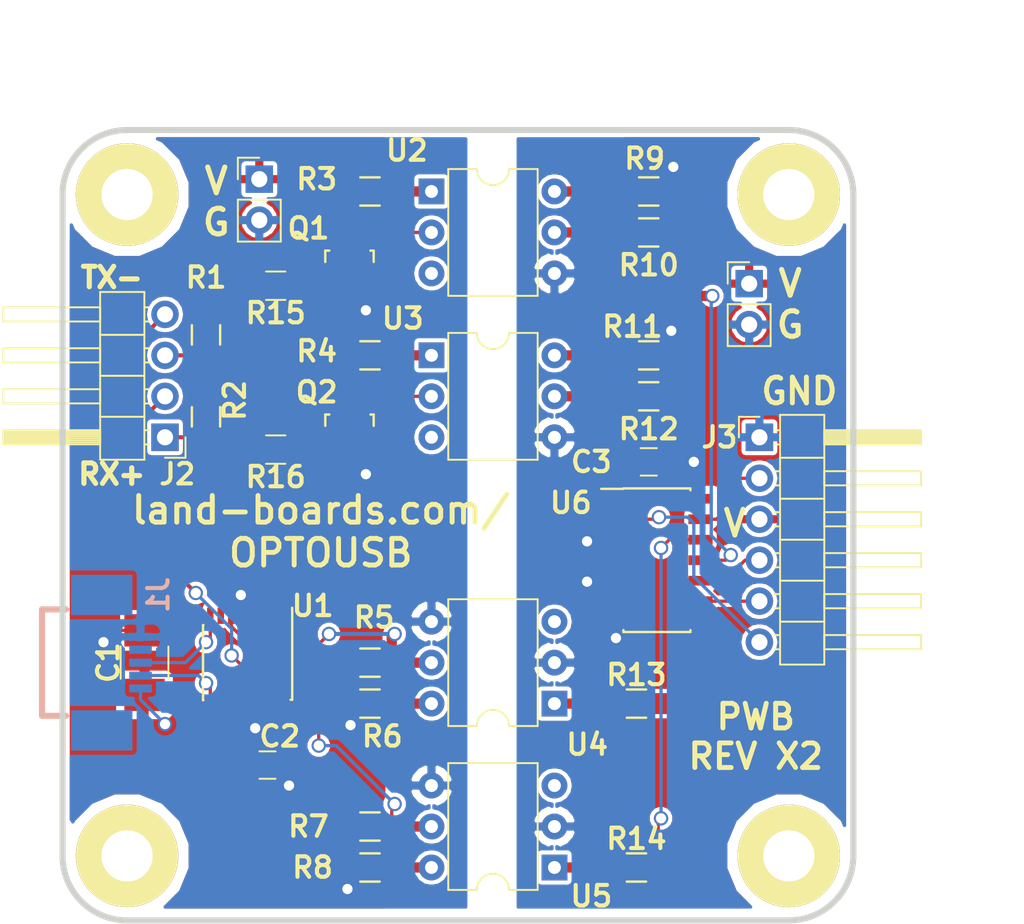
<source format=kicad_pcb>
(kicad_pcb (version 20171130) (host pcbnew "(5.0.2)-1")

  (general
    (thickness 1.6002)
    (drawings 19)
    (tracks 175)
    (zones 0)
    (modules 36)
    (nets 36)
  )

  (page A4)
  (layers
    (0 Front signal)
    (31 Back signal)
    (36 B.SilkS user)
    (37 F.SilkS user)
    (38 B.Mask user)
    (39 F.Mask user)
    (40 Dwgs.User user)
    (41 Cmts.User user)
    (44 Edge.Cuts user)
    (45 Margin user)
    (46 B.CrtYd user hide)
    (47 F.CrtYd user hide)
    (49 F.Fab user hide)
  )

  (setup
    (last_trace_width 0.2032)
    (user_trace_width 0.254)
    (user_trace_width 0.635)
    (trace_clearance 0.2032)
    (zone_clearance 0.254)
    (zone_45_only no)
    (trace_min 0.2032)
    (segment_width 0.381)
    (edge_width 0.381)
    (via_size 0.889)
    (via_drill 0.635)
    (via_min_size 0.889)
    (via_min_drill 0.508)
    (uvia_size 0.508)
    (uvia_drill 0.127)
    (uvias_allowed no)
    (uvia_min_size 0.508)
    (uvia_min_drill 0.127)
    (pcb_text_width 0.3048)
    (pcb_text_size 1.524 2.032)
    (mod_edge_width 0.381)
    (mod_text_size 1.27 1.27)
    (mod_text_width 0.254)
    (pad_size 1.6764 1.6764)
    (pad_drill 0.8128)
    (pad_to_mask_clearance 0.254)
    (solder_mask_min_width 0.25)
    (aux_axis_origin 0 0)
    (visible_elements 7FFFFF7F)
    (pcbplotparams
      (layerselection 0x010f0_80000001)
      (usegerberextensions false)
      (usegerberattributes false)
      (usegerberadvancedattributes false)
      (creategerberjobfile false)
      (excludeedgelayer true)
      (linewidth 0.150000)
      (plotframeref false)
      (viasonmask false)
      (mode 1)
      (useauxorigin false)
      (hpglpennumber 1)
      (hpglpenspeed 20)
      (hpglpendiameter 15.000000)
      (psnegative false)
      (psa4output false)
      (plotreference true)
      (plotvalue false)
      (plotinvisibletext false)
      (padsonsilk false)
      (subtractmaskfromsilk false)
      (outputformat 1)
      (mirror false)
      (drillshape 0)
      (scaleselection 1)
      (outputdirectory "plots/"))
  )

  (net 0 "")
  (net 1 "Net-(R11-Pad2)")
  (net 2 /UVCC)
  (net 3 /UGND)
  (net 4 /+3.3V)
  (net 5 /DM)
  (net 6 /DP)
  (net 7 /PUP0)
  (net 8 /TXLED*)
  (net 9 /PUP1)
  (net 10 /RXLED*)
  (net 11 /UTX)
  (net 12 /URTS)
  (net 13 /LRX)
  (net 14 /URX)
  (net 15 /LTX)
  (net 16 "Net-(R8-Pad2)")
  (net 17 /LCTS)
  (net 18 /UCTS)
  (net 19 /LRTS)
  (net 20 GND)
  (net 21 /FCTS)
  (net 22 /FTX)
  (net 23 /FRX)
  (net 24 /FRTS)
  (net 25 VCC)
  (net 26 "Net-(R3-Pad2)")
  (net 27 "Net-(R4-Pad2)")
  (net 28 "Net-(R6-Pad2)")
  (net 29 "Net-(R9-Pad2)")
  (net 30 "Net-(R13-Pad1)")
  (net 31 "Net-(R14-Pad1)")
  (net 32 "Net-(Q1-Pad1)")
  (net 33 "Net-(Q1-Pad3)")
  (net 34 "Net-(Q2-Pad1)")
  (net 35 "Net-(Q2-Pad3)")

  (net_class Default "This is the default net class."
    (clearance 0.2032)
    (trace_width 0.2032)
    (via_dia 0.889)
    (via_drill 0.635)
    (uvia_dia 0.508)
    (uvia_drill 0.127)
    (add_net /+3.3V)
    (add_net /DM)
    (add_net /DP)
    (add_net /FCTS)
    (add_net /FRTS)
    (add_net /FRX)
    (add_net /FTX)
    (add_net /LCTS)
    (add_net /LRTS)
    (add_net /LRX)
    (add_net /LTX)
    (add_net /PUP0)
    (add_net /PUP1)
    (add_net /RXLED*)
    (add_net /TXLED*)
    (add_net /UCTS)
    (add_net /UGND)
    (add_net /URTS)
    (add_net /URX)
    (add_net /UTX)
    (add_net /UVCC)
    (add_net GND)
    (add_net "Net-(Q1-Pad1)")
    (add_net "Net-(Q1-Pad3)")
    (add_net "Net-(Q2-Pad1)")
    (add_net "Net-(Q2-Pad3)")
    (add_net "Net-(R11-Pad2)")
    (add_net "Net-(R13-Pad1)")
    (add_net "Net-(R14-Pad1)")
    (add_net "Net-(R3-Pad2)")
    (add_net "Net-(R4-Pad2)")
    (add_net "Net-(R6-Pad2)")
    (add_net "Net-(R8-Pad2)")
    (add_net "Net-(R9-Pad2)")
    (add_net VCC)
  )

  (module Housings_SOIC:SOIC-14_3.9x8.7mm_Pitch1.27mm (layer Front) (tedit 58C02B71) (tstamp 58BF2399)
    (at 36.83 26.67)
    (descr "14-Lead Plastic Small Outline (SL) - Narrow, 3.90 mm Body [SOIC] (see Microchip Packaging Specification 00000049BS.pdf)")
    (tags "SOIC 1.27")
    (path /58BFE6B2)
    (attr smd)
    (fp_text reference U6 (at -5.334 -3.556) (layer F.SilkS)
      (effects (font (size 1.27 1.27) (thickness 0.254)))
    )
    (fp_text value 74HC14 (at 0 5.375) (layer F.SilkS) hide
      (effects (font (size 1 1) (thickness 0.15)))
    )
    (fp_circle (center -1.25 -3.75) (end -1.5 -3.75) (layer F.Fab) (width 0.15))
    (fp_line (start -1.95 -4.35) (end -1.95 4.35) (layer F.Fab) (width 0.15))
    (fp_line (start 1.95 -4.35) (end -1.95 -4.35) (layer F.Fab) (width 0.15))
    (fp_line (start 1.95 4.35) (end 1.95 -4.35) (layer F.Fab) (width 0.15))
    (fp_line (start -1.95 4.35) (end 1.95 4.35) (layer F.Fab) (width 0.15))
    (fp_line (start -3.7 -4.65) (end -3.7 4.65) (layer F.CrtYd) (width 0.05))
    (fp_line (start 3.7 -4.65) (end 3.7 4.65) (layer F.CrtYd) (width 0.05))
    (fp_line (start -3.7 -4.65) (end 3.7 -4.65) (layer F.CrtYd) (width 0.05))
    (fp_line (start -3.7 4.65) (end 3.7 4.65) (layer F.CrtYd) (width 0.05))
    (fp_line (start -2.075 -4.45) (end -2.075 -4.425) (layer F.SilkS) (width 0.15))
    (fp_line (start 2.075 -4.45) (end 2.075 -4.335) (layer F.SilkS) (width 0.15))
    (fp_line (start 2.075 4.45) (end 2.075 4.335) (layer F.SilkS) (width 0.15))
    (fp_line (start -2.075 4.45) (end -2.075 4.335) (layer F.SilkS) (width 0.15))
    (fp_line (start -2.075 -4.45) (end 2.075 -4.45) (layer F.SilkS) (width 0.15))
    (fp_line (start -2.075 4.45) (end 2.075 4.45) (layer F.SilkS) (width 0.15))
    (fp_line (start -2.075 -4.425) (end -3.45 -4.425) (layer F.SilkS) (width 0.15))
    (pad 1 smd rect (at -2.7 -3.81) (size 1.5 0.6) (layers Front F.Mask)
      (net 19 /LRTS))
    (pad 2 smd rect (at -2.7 -2.54) (size 1.5 0.6) (layers Front F.Mask)
      (net 24 /FRTS))
    (pad 3 smd rect (at -2.7 -1.27) (size 1.5 0.6) (layers Front F.Mask)
      (net 20 GND))
    (pad 4 smd rect (at -2.7 0) (size 1.5 0.6) (layers Front F.Mask))
    (pad 5 smd rect (at -2.7 1.27) (size 1.5 0.6) (layers Front F.Mask)
      (net 20 GND))
    (pad 6 smd rect (at -2.7 2.54) (size 1.5 0.6) (layers Front F.Mask))
    (pad 7 smd rect (at -2.7 3.81) (size 1.5 0.6) (layers Front F.Mask)
      (net 20 GND))
    (pad 8 smd rect (at 2.7 3.81) (size 1.5 0.6) (layers Front F.Mask)
      (net 13 /LRX))
    (pad 9 smd rect (at 2.7 2.54) (size 1.5 0.6) (layers Front F.Mask)
      (net 23 /FRX))
    (pad 10 smd rect (at 2.7 1.27) (size 1.5 0.6) (layers Front F.Mask)
      (net 22 /FTX))
    (pad 11 smd rect (at 2.7 0) (size 1.5 0.6) (layers Front F.Mask)
      (net 15 /LTX))
    (pad 12 smd rect (at 2.7 -1.27) (size 1.5 0.6) (layers Front F.Mask)
      (net 17 /LCTS))
    (pad 13 smd rect (at 2.7 -2.54) (size 1.5 0.6) (layers Front F.Mask)
      (net 21 /FCTS))
    (pad 14 smd rect (at 2.7 -3.81) (size 1.5 0.6) (layers Front F.Mask)
      (net 25 VCC))
    (model Housings_SOIC.3dshapes/SOIC-14_3.9x8.7mm_Pitch1.27mm.wrl
      (at (xyz 0 0 0))
      (scale (xyz 1 1 1))
      (rotate (xyz 0 0 0))
    )
  )

  (module Resistors_SMD:R_0805_HandSoldering (layer Front) (tedit 59209062) (tstamp 557B0568)
    (at 8.89 17.78 270)
    (descr "Resistor SMD 0805, hand soldering")
    (tags "resistor 0805")
    (path /4FF314CB)
    (attr smd)
    (fp_text reference R2 (at -1.016 -1.778 90) (layer F.SilkS)
      (effects (font (size 1.27 1.27) (thickness 0.254)))
    )
    (fp_text value 270 (at 0 2.1 270) (layer F.SilkS) hide
      (effects (font (size 1 1) (thickness 0.15)))
    )
    (fp_line (start -2.4 -1) (end 2.4 -1) (layer F.CrtYd) (width 0.05))
    (fp_line (start -2.4 1) (end 2.4 1) (layer F.CrtYd) (width 0.05))
    (fp_line (start -2.4 -1) (end -2.4 1) (layer F.CrtYd) (width 0.05))
    (fp_line (start 2.4 -1) (end 2.4 1) (layer F.CrtYd) (width 0.05))
    (fp_line (start 0.6 0.875) (end -0.6 0.875) (layer F.SilkS) (width 0.15))
    (fp_line (start -0.6 -0.875) (end 0.6 -0.875) (layer F.SilkS) (width 0.15))
    (pad 1 smd rect (at -1.35 0 270) (size 1.5 1.3) (layers Front F.Mask)
      (net 2 /UVCC))
    (pad 2 smd rect (at 1.35 0 270) (size 1.5 1.3) (layers Front F.Mask)
      (net 7 /PUP0))
    (model Resistors_SMD.3dshapes/R_0805_HandSoldering.wrl
      (at (xyz 0 0 0))
      (scale (xyz 1 1 1))
      (rotate (xyz 0 0 0))
    )
  )

  (module Resistors_SMD:R_0805_HandSoldering (layer Front) (tedit 58C029B4) (tstamp 557B0573)
    (at 35.56 45.72)
    (descr "Resistor SMD 0805, hand soldering")
    (tags "resistor 0805")
    (path /58C149CF)
    (attr smd)
    (fp_text reference R14 (at 0 -1.778) (layer F.SilkS)
      (effects (font (size 1.27 1.27) (thickness 0.254)))
    )
    (fp_text value 150 (at 0 2.1) (layer F.SilkS) hide
      (effects (font (size 1 1) (thickness 0.15)))
    )
    (fp_line (start -2.4 -1) (end 2.4 -1) (layer F.CrtYd) (width 0.05))
    (fp_line (start -2.4 1) (end 2.4 1) (layer F.CrtYd) (width 0.05))
    (fp_line (start -2.4 -1) (end -2.4 1) (layer F.CrtYd) (width 0.05))
    (fp_line (start 2.4 -1) (end 2.4 1) (layer F.CrtYd) (width 0.05))
    (fp_line (start 0.6 0.875) (end -0.6 0.875) (layer F.SilkS) (width 0.15))
    (fp_line (start -0.6 -0.875) (end 0.6 -0.875) (layer F.SilkS) (width 0.15))
    (pad 1 smd rect (at -1.35 0) (size 1.5 1.3) (layers Front F.Mask)
      (net 31 "Net-(R14-Pad1)"))
    (pad 2 smd rect (at 1.35 0) (size 1.5 1.3) (layers Front F.Mask)
      (net 17 /LCTS))
    (model Resistors_SMD.3dshapes/R_0805_HandSoldering.wrl
      (at (xyz 0 0 0))
      (scale (xyz 1 1 1))
      (rotate (xyz 0 0 0))
    )
  )

  (module Resistors_SMD:R_0805_HandSoldering (layer Front) (tedit 58C0291C) (tstamp 557B0589)
    (at 8.89 12.7 270)
    (descr "Resistor SMD 0805, hand soldering")
    (tags "resistor 0805")
    (path /4FF314D2)
    (attr smd)
    (fp_text reference R1 (at -3.556 0) (layer F.SilkS)
      (effects (font (size 1.27 1.27) (thickness 0.254)))
    )
    (fp_text value 270 (at 0 2.1 270) (layer F.SilkS) hide
      (effects (font (size 1 1) (thickness 0.15)))
    )
    (fp_line (start -2.4 -1) (end 2.4 -1) (layer F.CrtYd) (width 0.05))
    (fp_line (start -2.4 1) (end 2.4 1) (layer F.CrtYd) (width 0.05))
    (fp_line (start -2.4 -1) (end -2.4 1) (layer F.CrtYd) (width 0.05))
    (fp_line (start 2.4 -1) (end 2.4 1) (layer F.CrtYd) (width 0.05))
    (fp_line (start 0.6 0.875) (end -0.6 0.875) (layer F.SilkS) (width 0.15))
    (fp_line (start -0.6 -0.875) (end 0.6 -0.875) (layer F.SilkS) (width 0.15))
    (pad 1 smd rect (at -1.35 0 270) (size 1.5 1.3) (layers Front F.Mask)
      (net 2 /UVCC))
    (pad 2 smd rect (at 1.35 0 270) (size 1.5 1.3) (layers Front F.Mask)
      (net 9 /PUP1))
    (model Resistors_SMD.3dshapes/R_0805_HandSoldering.wrl
      (at (xyz 0 0 0))
      (scale (xyz 1 1 1))
      (rotate (xyz 0 0 0))
    )
  )

  (module Resistors_SMD:R_0805_HandSoldering (layer Front) (tedit 58C02B65) (tstamp 557B0594)
    (at 19.05 43.18)
    (descr "Resistor SMD 0805, hand soldering")
    (tags "resistor 0805")
    (path /58C149E8)
    (attr smd)
    (fp_text reference R7 (at -3.81 0) (layer F.SilkS)
      (effects (font (size 1.27 1.27) (thickness 0.254)))
    )
    (fp_text value 1.2K (at 0 2.1) (layer F.SilkS) hide
      (effects (font (size 1 1) (thickness 0.15)))
    )
    (fp_line (start -2.4 -1) (end 2.4 -1) (layer F.CrtYd) (width 0.05))
    (fp_line (start -2.4 1) (end 2.4 1) (layer F.CrtYd) (width 0.05))
    (fp_line (start -2.4 -1) (end -2.4 1) (layer F.CrtYd) (width 0.05))
    (fp_line (start 2.4 -1) (end 2.4 1) (layer F.CrtYd) (width 0.05))
    (fp_line (start 0.6 0.875) (end -0.6 0.875) (layer F.SilkS) (width 0.15))
    (fp_line (start -0.6 -0.875) (end 0.6 -0.875) (layer F.SilkS) (width 0.15))
    (pad 1 smd rect (at -1.35 0) (size 1.5 1.3) (layers Front F.Mask)
      (net 2 /UVCC))
    (pad 2 smd rect (at 1.35 0) (size 1.5 1.3) (layers Front F.Mask)
      (net 18 /UCTS))
    (model Resistors_SMD.3dshapes/R_0805_HandSoldering.wrl
      (at (xyz 0 0 0))
      (scale (xyz 1 1 1))
      (rotate (xyz 0 0 0))
    )
  )

  (module Resistors_SMD:R_0805_HandSoldering (layer Front) (tedit 58C029AF) (tstamp 557B05AA)
    (at 35.56 35.56)
    (descr "Resistor SMD 0805, hand soldering")
    (tags "resistor 0805")
    (path /58C1499A)
    (attr smd)
    (fp_text reference R13 (at 0 -1.778) (layer F.SilkS)
      (effects (font (size 1.27 1.27) (thickness 0.254)))
    )
    (fp_text value 150 (at 0 2.1) (layer F.SilkS) hide
      (effects (font (size 1 1) (thickness 0.15)))
    )
    (fp_line (start -2.4 -1) (end 2.4 -1) (layer F.CrtYd) (width 0.05))
    (fp_line (start -2.4 1) (end 2.4 1) (layer F.CrtYd) (width 0.05))
    (fp_line (start -2.4 -1) (end -2.4 1) (layer F.CrtYd) (width 0.05))
    (fp_line (start 2.4 -1) (end 2.4 1) (layer F.CrtYd) (width 0.05))
    (fp_line (start 0.6 0.875) (end -0.6 0.875) (layer F.SilkS) (width 0.15))
    (fp_line (start -0.6 -0.875) (end 0.6 -0.875) (layer F.SilkS) (width 0.15))
    (pad 1 smd rect (at -1.35 0) (size 1.5 1.3) (layers Front F.Mask)
      (net 30 "Net-(R13-Pad1)"))
    (pad 2 smd rect (at 1.35 0) (size 1.5 1.3) (layers Front F.Mask)
      (net 13 /LRX))
    (model Resistors_SMD.3dshapes/R_0805_HandSoldering.wrl
      (at (xyz 0 0 0))
      (scale (xyz 1 1 1))
      (rotate (xyz 0 0 0))
    )
  )

  (module Resistors_SMD:R_0805_HandSoldering (layer Front) (tedit 59209092) (tstamp 557B05B5)
    (at 19.05 13.97)
    (descr "Resistor SMD 0805, hand soldering")
    (tags "resistor 0805")
    (path /58C0EC20)
    (attr smd)
    (fp_text reference R4 (at -3.302 -0.254) (layer F.SilkS)
      (effects (font (size 1.27 1.27) (thickness 0.254)))
    )
    (fp_text value 150 (at 0 2.1) (layer F.SilkS) hide
      (effects (font (size 1 1) (thickness 0.15)))
    )
    (fp_line (start -2.4 -1) (end 2.4 -1) (layer F.CrtYd) (width 0.05))
    (fp_line (start -2.4 1) (end 2.4 1) (layer F.CrtYd) (width 0.05))
    (fp_line (start -2.4 -1) (end -2.4 1) (layer F.CrtYd) (width 0.05))
    (fp_line (start 2.4 -1) (end 2.4 1) (layer F.CrtYd) (width 0.05))
    (fp_line (start 0.6 0.875) (end -0.6 0.875) (layer F.SilkS) (width 0.15))
    (fp_line (start -0.6 -0.875) (end 0.6 -0.875) (layer F.SilkS) (width 0.15))
    (pad 1 smd rect (at -1.35 0) (size 1.5 1.3) (layers Front F.Mask)
      (net 2 /UVCC))
    (pad 2 smd rect (at 1.35 0) (size 1.5 1.3) (layers Front F.Mask)
      (net 27 "Net-(R4-Pad2)"))
    (model Resistors_SMD.3dshapes/R_0805_HandSoldering.wrl
      (at (xyz 0 0 0))
      (scale (xyz 1 1 1))
      (rotate (xyz 0 0 0))
    )
  )

  (module Resistors_SMD:R_0805_HandSoldering (layer Front) (tedit 58C02966) (tstamp 557B05CB)
    (at 19.05 33.02)
    (descr "Resistor SMD 0805, hand soldering")
    (tags "resistor 0805")
    (path /58C149B4)
    (attr smd)
    (fp_text reference R5 (at 0.254 -2.794) (layer F.SilkS)
      (effects (font (size 1.27 1.27) (thickness 0.254)))
    )
    (fp_text value 1.2K (at 0 2.1) (layer F.SilkS) hide
      (effects (font (size 1 1) (thickness 0.15)))
    )
    (fp_line (start -2.4 -1) (end 2.4 -1) (layer F.CrtYd) (width 0.05))
    (fp_line (start -2.4 1) (end 2.4 1) (layer F.CrtYd) (width 0.05))
    (fp_line (start -2.4 -1) (end -2.4 1) (layer F.CrtYd) (width 0.05))
    (fp_line (start 2.4 -1) (end 2.4 1) (layer F.CrtYd) (width 0.05))
    (fp_line (start 0.6 0.875) (end -0.6 0.875) (layer F.SilkS) (width 0.15))
    (fp_line (start -0.6 -0.875) (end 0.6 -0.875) (layer F.SilkS) (width 0.15))
    (pad 1 smd rect (at -1.35 0) (size 1.5 1.3) (layers Front F.Mask)
      (net 2 /UVCC))
    (pad 2 smd rect (at 1.35 0) (size 1.5 1.3) (layers Front F.Mask)
      (net 14 /URX))
    (model Resistors_SMD.3dshapes/R_0805_HandSoldering.wrl
      (at (xyz 0 0 0))
      (scale (xyz 1 1 1))
      (rotate (xyz 0 0 0))
    )
  )

  (module Resistors_SMD:R_0805_HandSoldering (layer Front) (tedit 58C0282E) (tstamp 557B05D6)
    (at 36.322 16.51 180)
    (descr "Resistor SMD 0805, hand soldering")
    (tags "resistor 0805")
    (path /58C0EC3A)
    (attr smd)
    (fp_text reference R12 (at 0 -2.032 180) (layer F.SilkS)
      (effects (font (size 1.27 1.27) (thickness 0.254)))
    )
    (fp_text value 1.2K (at 0 2.1 180) (layer F.SilkS) hide
      (effects (font (size 1 1) (thickness 0.15)))
    )
    (fp_line (start -2.4 -1) (end 2.4 -1) (layer F.CrtYd) (width 0.05))
    (fp_line (start -2.4 1) (end 2.4 1) (layer F.CrtYd) (width 0.05))
    (fp_line (start -2.4 -1) (end -2.4 1) (layer F.CrtYd) (width 0.05))
    (fp_line (start 2.4 -1) (end 2.4 1) (layer F.CrtYd) (width 0.05))
    (fp_line (start 0.6 0.875) (end -0.6 0.875) (layer F.SilkS) (width 0.15))
    (fp_line (start -0.6 -0.875) (end 0.6 -0.875) (layer F.SilkS) (width 0.15))
    (pad 1 smd rect (at -1.35 0 180) (size 1.5 1.3) (layers Front F.Mask)
      (net 25 VCC))
    (pad 2 smd rect (at 1.35 0 180) (size 1.5 1.3) (layers Front F.Mask)
      (net 19 /LRTS))
    (model Resistors_SMD.3dshapes/R_0805_HandSoldering.wrl
      (at (xyz 0 0 0))
      (scale (xyz 1 1 1))
      (rotate (xyz 0 0 0))
    )
  )

  (module MTG-4-40 (layer Front) (tedit 53F3AE25) (tstamp 557B0E94)
    (at 4 4)
    (path /4FF369A7)
    (clearance 0.635)
    (fp_text reference MTG1 (at -6.858 -0.635) (layer F.SilkS) hide
      (effects (font (size 1.27 1.27) (thickness 0.254)))
    )
    (fp_text value CONN_1 (at 0 -5.08) (layer F.SilkS) hide
      (effects (font (size 1.524 1.524) (thickness 0.3048)))
    )
    (pad 1 thru_hole circle (at 0 0) (size 6.35 6.35) (drill 3.175) (layers *.Cu *.Mask F.SilkS))
  )

  (module MTG-4-40 (layer Front) (tedit 53F3AE25) (tstamp 557B0E98)
    (at 45 4)
    (path /58C19CEA)
    (clearance 0.635)
    (fp_text reference MTG3 (at -6.858 -0.635) (layer F.SilkS) hide
      (effects (font (size 1.27 1.27) (thickness 0.254)))
    )
    (fp_text value CONN_1 (at 0 -5.08) (layer F.SilkS) hide
      (effects (font (size 1.524 1.524) (thickness 0.3048)))
    )
    (pad 1 thru_hole circle (at 0 0) (size 6.35 6.35) (drill 3.175) (layers *.Cu *.Mask F.SilkS))
  )

  (module MTG-4-40 (layer Front) (tedit 53F3AE25) (tstamp 557B0E9C)
    (at 4 45)
    (path /4FF369AF)
    (clearance 0.635)
    (fp_text reference MTG2 (at -6.858 -0.635) (layer F.SilkS) hide
      (effects (font (size 1.27 1.27) (thickness 0.254)))
    )
    (fp_text value CONN_1 (at 0 -5.08) (layer F.SilkS) hide
      (effects (font (size 1.524 1.524) (thickness 0.3048)))
    )
    (pad 1 thru_hole circle (at 0 0) (size 6.35 6.35) (drill 3.175) (layers *.Cu *.Mask F.SilkS))
  )

  (module MTG-4-40 (layer Front) (tedit 53F3AE25) (tstamp 557B0EA0)
    (at 45 45)
    (path /58C19CE0)
    (clearance 0.635)
    (fp_text reference MTG4 (at -6.858 -0.635) (layer F.SilkS) hide
      (effects (font (size 1.27 1.27) (thickness 0.254)))
    )
    (fp_text value CONN_1 (at 0 -5.08) (layer F.SilkS) hide
      (effects (font (size 1.524 1.524) (thickness 0.3048)))
    )
    (pad 1 thru_hole circle (at 0 0) (size 6.35 6.35) (drill 3.175) (layers *.Cu *.Mask F.SilkS))
  )

  (module Resistors_SMD:R_0805_HandSoldering (layer Front) (tedit 58C02B68) (tstamp 5857E9F8)
    (at 19.05 45.72)
    (descr "Resistor SMD 0805, hand soldering")
    (tags "resistor 0805")
    (path /58C149DB)
    (attr smd)
    (fp_text reference R8 (at -3.556 0) (layer F.SilkS)
      (effects (font (size 1.27 1.27) (thickness 0.254)))
    )
    (fp_text value 20K (at 0 2.1) (layer F.SilkS) hide
      (effects (font (size 1 1) (thickness 0.15)))
    )
    (fp_line (start -1 0.625) (end -1 -0.625) (layer F.Fab) (width 0.1))
    (fp_line (start 1 0.625) (end -1 0.625) (layer F.Fab) (width 0.1))
    (fp_line (start 1 -0.625) (end 1 0.625) (layer F.Fab) (width 0.1))
    (fp_line (start -1 -0.625) (end 1 -0.625) (layer F.Fab) (width 0.1))
    (fp_line (start -2.4 -1) (end 2.4 -1) (layer F.CrtYd) (width 0.05))
    (fp_line (start -2.4 1) (end 2.4 1) (layer F.CrtYd) (width 0.05))
    (fp_line (start -2.4 -1) (end -2.4 1) (layer F.CrtYd) (width 0.05))
    (fp_line (start 2.4 -1) (end 2.4 1) (layer F.CrtYd) (width 0.05))
    (fp_line (start 0.6 0.875) (end -0.6 0.875) (layer F.SilkS) (width 0.15))
    (fp_line (start -0.6 -0.875) (end 0.6 -0.875) (layer F.SilkS) (width 0.15))
    (pad 1 smd rect (at -1.35 0) (size 1.5 1.3) (layers Front F.Mask)
      (net 3 /UGND))
    (pad 2 smd rect (at 1.35 0) (size 1.5 1.3) (layers Front F.Mask)
      (net 16 "Net-(R8-Pad2)"))
    (model Resistors_SMD.3dshapes/R_0805_HandSoldering.wrl
      (at (xyz 0 0 0))
      (scale (xyz 1 1 1))
      (rotate (xyz 0 0 0))
    )
  )

  (module Resistors_SMD:R_0805_HandSoldering (layer Front) (tedit 58C029AA) (tstamp 5857EA08)
    (at 36.322 13.97 180)
    (descr "Resistor SMD 0805, hand soldering")
    (tags "resistor 0805")
    (path /58C0EC2D)
    (attr smd)
    (fp_text reference R11 (at 1.016 1.778 180) (layer F.SilkS)
      (effects (font (size 1.27 1.27) (thickness 0.254)))
    )
    (fp_text value 20K (at 0 2.1 180) (layer F.SilkS) hide
      (effects (font (size 1 1) (thickness 0.15)))
    )
    (fp_line (start -1 0.625) (end -1 -0.625) (layer F.Fab) (width 0.1))
    (fp_line (start 1 0.625) (end -1 0.625) (layer F.Fab) (width 0.1))
    (fp_line (start 1 -0.625) (end 1 0.625) (layer F.Fab) (width 0.1))
    (fp_line (start -1 -0.625) (end 1 -0.625) (layer F.Fab) (width 0.1))
    (fp_line (start -2.4 -1) (end 2.4 -1) (layer F.CrtYd) (width 0.05))
    (fp_line (start -2.4 1) (end 2.4 1) (layer F.CrtYd) (width 0.05))
    (fp_line (start -2.4 -1) (end -2.4 1) (layer F.CrtYd) (width 0.05))
    (fp_line (start 2.4 -1) (end 2.4 1) (layer F.CrtYd) (width 0.05))
    (fp_line (start 0.6 0.875) (end -0.6 0.875) (layer F.SilkS) (width 0.15))
    (fp_line (start -0.6 -0.875) (end 0.6 -0.875) (layer F.SilkS) (width 0.15))
    (pad 1 smd rect (at -1.35 0 180) (size 1.5 1.3) (layers Front F.Mask)
      (net 20 GND))
    (pad 2 smd rect (at 1.35 0 180) (size 1.5 1.3) (layers Front F.Mask)
      (net 1 "Net-(R11-Pad2)"))
    (model Resistors_SMD.3dshapes/R_0805_HandSoldering.wrl
      (at (xyz 0 0 0))
      (scale (xyz 1 1 1))
      (rotate (xyz 0 0 0))
    )
  )

  (module Resistors_SMD:R_0805_HandSoldering (layer Front) (tedit 59209095) (tstamp 5857EE2B)
    (at 19.05 3.81)
    (descr "Resistor SMD 0805, hand soldering")
    (tags "resistor 0805")
    (path /58BFF5C0)
    (attr smd)
    (fp_text reference R3 (at -3.302 -0.762) (layer F.SilkS)
      (effects (font (size 1.27 1.27) (thickness 0.254)))
    )
    (fp_text value 150 (at 0 2.1) (layer F.SilkS) hide
      (effects (font (size 1 1) (thickness 0.15)))
    )
    (fp_line (start -1 0.625) (end -1 -0.625) (layer F.Fab) (width 0.1))
    (fp_line (start 1 0.625) (end -1 0.625) (layer F.Fab) (width 0.1))
    (fp_line (start 1 -0.625) (end 1 0.625) (layer F.Fab) (width 0.1))
    (fp_line (start -1 -0.625) (end 1 -0.625) (layer F.Fab) (width 0.1))
    (fp_line (start -2.4 -1) (end 2.4 -1) (layer F.CrtYd) (width 0.05))
    (fp_line (start -2.4 1) (end 2.4 1) (layer F.CrtYd) (width 0.05))
    (fp_line (start -2.4 -1) (end -2.4 1) (layer F.CrtYd) (width 0.05))
    (fp_line (start 2.4 -1) (end 2.4 1) (layer F.CrtYd) (width 0.05))
    (fp_line (start 0.6 0.875) (end -0.6 0.875) (layer F.SilkS) (width 0.15))
    (fp_line (start -0.6 -0.875) (end 0.6 -0.875) (layer F.SilkS) (width 0.15))
    (pad 1 smd rect (at -1.35 0) (size 1.5 1.3) (layers Front F.Mask)
      (net 2 /UVCC))
    (pad 2 smd rect (at 1.35 0) (size 1.5 1.3) (layers Front F.Mask)
      (net 26 "Net-(R3-Pad2)"))
    (model Resistors_SMD.3dshapes/R_0805_HandSoldering.wrl
      (at (xyz 0 0 0))
      (scale (xyz 1 1 1))
      (rotate (xyz 0 0 0))
    )
  )

  (module Resistors_SMD:R_0805_HandSoldering (layer Front) (tedit 58C0299F) (tstamp 5857EE3B)
    (at 36.322 6.35 180)
    (descr "Resistor SMD 0805, hand soldering")
    (tags "resistor 0805")
    (path /58C0B73D)
    (attr smd)
    (fp_text reference R10 (at 0 -2.032 180) (layer F.SilkS)
      (effects (font (size 1.27 1.27) (thickness 0.254)))
    )
    (fp_text value 1.2K (at 0 2.1 180) (layer F.SilkS) hide
      (effects (font (size 1 1) (thickness 0.15)))
    )
    (fp_line (start -1 0.625) (end -1 -0.625) (layer F.Fab) (width 0.1))
    (fp_line (start 1 0.625) (end -1 0.625) (layer F.Fab) (width 0.1))
    (fp_line (start 1 -0.625) (end 1 0.625) (layer F.Fab) (width 0.1))
    (fp_line (start -1 -0.625) (end 1 -0.625) (layer F.Fab) (width 0.1))
    (fp_line (start -2.4 -1) (end 2.4 -1) (layer F.CrtYd) (width 0.05))
    (fp_line (start -2.4 1) (end 2.4 1) (layer F.CrtYd) (width 0.05))
    (fp_line (start -2.4 -1) (end -2.4 1) (layer F.CrtYd) (width 0.05))
    (fp_line (start 2.4 -1) (end 2.4 1) (layer F.CrtYd) (width 0.05))
    (fp_line (start 0.6 0.875) (end -0.6 0.875) (layer F.SilkS) (width 0.15))
    (fp_line (start -0.6 -0.875) (end 0.6 -0.875) (layer F.SilkS) (width 0.15))
    (pad 1 smd rect (at -1.35 0 180) (size 1.5 1.3) (layers Front F.Mask)
      (net 25 VCC))
    (pad 2 smd rect (at 1.35 0 180) (size 1.5 1.3) (layers Front F.Mask)
      (net 15 /LTX))
    (model Resistors_SMD.3dshapes/R_0805_HandSoldering.wrl
      (at (xyz 0 0 0))
      (scale (xyz 1 1 1))
      (rotate (xyz 0 0 0))
    )
  )

  (module Resistors_SMD:R_0805_HandSoldering (layer Front) (tedit 58C02975) (tstamp 5857EE4B)
    (at 19.05 35.56)
    (descr "Resistor SMD 0805, hand soldering")
    (tags "resistor 0805")
    (path /58C149A7)
    (attr smd)
    (fp_text reference R6 (at 0.762 2.032) (layer F.SilkS)
      (effects (font (size 1.27 1.27) (thickness 0.254)))
    )
    (fp_text value 20K (at 0 2.1) (layer F.SilkS) hide
      (effects (font (size 1 1) (thickness 0.15)))
    )
    (fp_line (start -1 0.625) (end -1 -0.625) (layer F.Fab) (width 0.1))
    (fp_line (start 1 0.625) (end -1 0.625) (layer F.Fab) (width 0.1))
    (fp_line (start 1 -0.625) (end 1 0.625) (layer F.Fab) (width 0.1))
    (fp_line (start -1 -0.625) (end 1 -0.625) (layer F.Fab) (width 0.1))
    (fp_line (start -2.4 -1) (end 2.4 -1) (layer F.CrtYd) (width 0.05))
    (fp_line (start -2.4 1) (end 2.4 1) (layer F.CrtYd) (width 0.05))
    (fp_line (start -2.4 -1) (end -2.4 1) (layer F.CrtYd) (width 0.05))
    (fp_line (start 2.4 -1) (end 2.4 1) (layer F.CrtYd) (width 0.05))
    (fp_line (start 0.6 0.875) (end -0.6 0.875) (layer F.SilkS) (width 0.15))
    (fp_line (start -0.6 -0.875) (end 0.6 -0.875) (layer F.SilkS) (width 0.15))
    (pad 1 smd rect (at -1.35 0) (size 1.5 1.3) (layers Front F.Mask)
      (net 3 /UGND))
    (pad 2 smd rect (at 1.35 0) (size 1.5 1.3) (layers Front F.Mask)
      (net 28 "Net-(R6-Pad2)"))
    (model Resistors_SMD.3dshapes/R_0805_HandSoldering.wrl
      (at (xyz 0 0 0))
      (scale (xyz 1 1 1))
      (rotate (xyz 0 0 0))
    )
  )

  (module Resistors_SMD:R_0805_HandSoldering (layer Front) (tedit 58C0299A) (tstamp 5857EE5B)
    (at 36.322 3.81 180)
    (descr "Resistor SMD 0805, hand soldering")
    (tags "resistor 0805")
    (path /58C025C5)
    (attr smd)
    (fp_text reference R9 (at 0.254 2.032) (layer F.SilkS)
      (effects (font (size 1.27 1.27) (thickness 0.254)))
    )
    (fp_text value 20K (at 0 2.1 180) (layer F.SilkS) hide
      (effects (font (size 1 1) (thickness 0.15)))
    )
    (fp_line (start -1 0.625) (end -1 -0.625) (layer F.Fab) (width 0.1))
    (fp_line (start 1 0.625) (end -1 0.625) (layer F.Fab) (width 0.1))
    (fp_line (start 1 -0.625) (end 1 0.625) (layer F.Fab) (width 0.1))
    (fp_line (start -1 -0.625) (end 1 -0.625) (layer F.Fab) (width 0.1))
    (fp_line (start -2.4 -1) (end 2.4 -1) (layer F.CrtYd) (width 0.05))
    (fp_line (start -2.4 1) (end 2.4 1) (layer F.CrtYd) (width 0.05))
    (fp_line (start -2.4 -1) (end -2.4 1) (layer F.CrtYd) (width 0.05))
    (fp_line (start 2.4 -1) (end 2.4 1) (layer F.CrtYd) (width 0.05))
    (fp_line (start 0.6 0.875) (end -0.6 0.875) (layer F.SilkS) (width 0.15))
    (fp_line (start -0.6 -0.875) (end 0.6 -0.875) (layer F.SilkS) (width 0.15))
    (pad 1 smd rect (at -1.35 0 180) (size 1.5 1.3) (layers Front F.Mask)
      (net 20 GND))
    (pad 2 smd rect (at 1.35 0 180) (size 1.5 1.3) (layers Front F.Mask)
      (net 29 "Net-(R9-Pad2)"))
    (model Resistors_SMD.3dshapes/R_0805_HandSoldering.wrl
      (at (xyz 0 0 0))
      (scale (xyz 1 1 1))
      (rotate (xyz 0 0 0))
    )
  )

  (module Capacitors_SMD:C_1210_HandSoldering (layer Front) (tedit 58BF2185) (tstamp 58BF21F8)
    (at 5.08 33.02 90)
    (descr "Capacitor SMD 1210, hand soldering")
    (tags "capacitor 1210")
    (path /4FF312AD)
    (attr smd)
    (fp_text reference C1 (at 0 -2.25 90) (layer F.SilkS)
      (effects (font (size 1.27 1.27) (thickness 0.254)))
    )
    (fp_text value 10uF (at 0 2.5 90) (layer F.SilkS) hide
      (effects (font (size 1 1) (thickness 0.15)))
    )
    (fp_text user %R (at 0 -2.25 90) (layer F.Fab)
      (effects (font (size 1 1) (thickness 0.15)))
    )
    (fp_line (start -1.6 1.25) (end -1.6 -1.25) (layer F.Fab) (width 0.1))
    (fp_line (start 1.6 1.25) (end -1.6 1.25) (layer F.Fab) (width 0.1))
    (fp_line (start 1.6 -1.25) (end 1.6 1.25) (layer F.Fab) (width 0.1))
    (fp_line (start -1.6 -1.25) (end 1.6 -1.25) (layer F.Fab) (width 0.1))
    (fp_line (start 1 -1.48) (end -1 -1.48) (layer F.SilkS) (width 0.12))
    (fp_line (start -1 1.48) (end 1 1.48) (layer F.SilkS) (width 0.12))
    (fp_line (start -3.25 -1.5) (end 3.25 -1.5) (layer F.CrtYd) (width 0.05))
    (fp_line (start -3.25 -1.5) (end -3.25 1.5) (layer F.CrtYd) (width 0.05))
    (fp_line (start 3.25 1.5) (end 3.25 -1.5) (layer F.CrtYd) (width 0.05))
    (fp_line (start 3.25 1.5) (end -3.25 1.5) (layer F.CrtYd) (width 0.05))
    (pad 1 smd rect (at -2 0 90) (size 2 2.5) (layers Front F.Mask)
      (net 2 /UVCC))
    (pad 2 smd rect (at 2 0 90) (size 2 2.5) (layers Front F.Mask)
      (net 3 /UGND))
    (model Capacitors_SMD.3dshapes/C_1210.wrl
      (at (xyz 0 0 0))
      (scale (xyz 1 1 1))
      (rotate (xyz 0 0 0))
    )
  )

  (module Capacitors_SMD:C_0805_HandSoldering (layer Front) (tedit 58C02C49) (tstamp 58BF2209)
    (at 12.7 39.37)
    (descr "Capacitor SMD 0805, hand soldering")
    (tags "capacitor 0805")
    (path /4FF31376)
    (attr smd)
    (fp_text reference C2 (at 0.762 -1.778) (layer F.SilkS)
      (effects (font (size 1.27 1.27) (thickness 0.254)))
    )
    (fp_text value 0.1uF (at 0 1.75) (layer F.SilkS) hide
      (effects (font (size 1 1) (thickness 0.15)))
    )
    (fp_text user %R (at 0 -1.75) (layer F.Fab)
      (effects (font (size 1 1) (thickness 0.15)))
    )
    (fp_line (start -1 0.62) (end -1 -0.62) (layer F.Fab) (width 0.1))
    (fp_line (start 1 0.62) (end -1 0.62) (layer F.Fab) (width 0.1))
    (fp_line (start 1 -0.62) (end 1 0.62) (layer F.Fab) (width 0.1))
    (fp_line (start -1 -0.62) (end 1 -0.62) (layer F.Fab) (width 0.1))
    (fp_line (start 0.5 -0.85) (end -0.5 -0.85) (layer F.SilkS) (width 0.12))
    (fp_line (start -0.5 0.85) (end 0.5 0.85) (layer F.SilkS) (width 0.12))
    (fp_line (start -2.25 -0.88) (end 2.25 -0.88) (layer F.CrtYd) (width 0.05))
    (fp_line (start -2.25 -0.88) (end -2.25 0.87) (layer F.CrtYd) (width 0.05))
    (fp_line (start 2.25 0.87) (end 2.25 -0.88) (layer F.CrtYd) (width 0.05))
    (fp_line (start 2.25 0.87) (end -2.25 0.87) (layer F.CrtYd) (width 0.05))
    (pad 1 smd rect (at -1.25 0) (size 1.5 1.25) (layers Front F.Mask)
      (net 4 /+3.3V))
    (pad 2 smd rect (at 1.25 0) (size 1.5 1.25) (layers Front F.Mask)
      (net 3 /UGND))
    (model Capacitors_SMD.3dshapes/C_0805.wrl
      (at (xyz 0 0 0))
      (scale (xyz 1 1 1))
      (rotate (xyz 0 0 0))
    )
  )

  (module LandBoards_Conns:USB-B-MINI (layer Back) (tedit 504B3C12) (tstamp 58BF2217)
    (at -1.27 33.02 90)
    (descr "USB, MINI, B")
    (tags USB-B-MINI)
    (path /4FF311FD)
    (fp_text reference J1 (at 4.20116 7.2009 90) (layer B.SilkS)
      (effects (font (size 1.27 1.27) (thickness 0.254)) (justify mirror))
    )
    (fp_text value USB-B (at 0.39878 -1.50114 90) (layer B.SilkS) hide
      (effects (font (size 1.524 1.524) (thickness 0.3048)) (justify mirror))
    )
    (fp_line (start -3.29946 0) (end -3.29946 1.50114) (layer B.SilkS) (width 0.381))
    (fp_line (start 3.29946 0) (end 3.29946 1.50114) (layer B.SilkS) (width 0.381))
    (fp_line (start -3.29946 0) (end 3.29946 0) (layer B.SilkS) (width 0.381))
    (pad G2 smd rect (at 4.20116 3.70078 90) (size 2.49936 3.79984) (layers Back B.Mask))
    (pad G1 smd rect (at -4.20116 3.70078 90) (size 2.49936 3.79984) (layers Back B.Mask))
    (pad 4 smd rect (at 1.6002 6.10108 90) (size 0.50038 1.39954) (layers Back B.Mask)
      (net 3 /UGND))
    (pad NC smd rect (at 0.8001 6.10108 90) (size 0.50038 1.39954) (layers Back B.Mask))
    (pad 1 smd rect (at -1.6002 6.10108 90) (size 0.50038 1.39954) (layers Back B.Mask)
      (net 2 /UVCC))
    (pad 2 smd rect (at -0.8001 6.10108 90) (size 0.50038 1.39954) (layers Back B.Mask)
      (net 5 /DM))
    (pad 3 smd rect (at 0 6.10108 90) (size 0.50038 1.39954) (layers Back B.Mask)
      (net 6 /DP))
  )

  (module Pin_Headers:Pin_Header_Angled_1x06_Pitch2.54mm (layer Front) (tedit 58C02900) (tstamp 58BF2218)
    (at 43.18 19.05)
    (descr "Through hole angled pin header, 1x06, 2.54mm pitch, 6mm pin length, single row")
    (tags "Through hole angled pin header THT 1x06 2.54mm single row")
    (path /58C06A62)
    (fp_text reference J3 (at -2.4765 0) (layer F.SilkS)
      (effects (font (size 1.27 1.27) (thickness 0.254)))
    )
    (fp_text value FTDI-Slave (at 4.315 14.97) (layer F.SilkS) hide
      (effects (font (size 1 1) (thickness 0.15)))
    )
    (fp_line (start 1.4 -1.27) (end 1.4 1.27) (layer F.Fab) (width 0.1))
    (fp_line (start 1.4 1.27) (end 3.9 1.27) (layer F.Fab) (width 0.1))
    (fp_line (start 3.9 1.27) (end 3.9 -1.27) (layer F.Fab) (width 0.1))
    (fp_line (start 3.9 -1.27) (end 1.4 -1.27) (layer F.Fab) (width 0.1))
    (fp_line (start 0 -0.32) (end 0 0.32) (layer F.Fab) (width 0.1))
    (fp_line (start 0 0.32) (end 9.9 0.32) (layer F.Fab) (width 0.1))
    (fp_line (start 9.9 0.32) (end 9.9 -0.32) (layer F.Fab) (width 0.1))
    (fp_line (start 9.9 -0.32) (end 0 -0.32) (layer F.Fab) (width 0.1))
    (fp_line (start 1.4 1.27) (end 1.4 3.81) (layer F.Fab) (width 0.1))
    (fp_line (start 1.4 3.81) (end 3.9 3.81) (layer F.Fab) (width 0.1))
    (fp_line (start 3.9 3.81) (end 3.9 1.27) (layer F.Fab) (width 0.1))
    (fp_line (start 3.9 1.27) (end 1.4 1.27) (layer F.Fab) (width 0.1))
    (fp_line (start 0 2.22) (end 0 2.86) (layer F.Fab) (width 0.1))
    (fp_line (start 0 2.86) (end 9.9 2.86) (layer F.Fab) (width 0.1))
    (fp_line (start 9.9 2.86) (end 9.9 2.22) (layer F.Fab) (width 0.1))
    (fp_line (start 9.9 2.22) (end 0 2.22) (layer F.Fab) (width 0.1))
    (fp_line (start 1.4 3.81) (end 1.4 6.35) (layer F.Fab) (width 0.1))
    (fp_line (start 1.4 6.35) (end 3.9 6.35) (layer F.Fab) (width 0.1))
    (fp_line (start 3.9 6.35) (end 3.9 3.81) (layer F.Fab) (width 0.1))
    (fp_line (start 3.9 3.81) (end 1.4 3.81) (layer F.Fab) (width 0.1))
    (fp_line (start 0 4.76) (end 0 5.4) (layer F.Fab) (width 0.1))
    (fp_line (start 0 5.4) (end 9.9 5.4) (layer F.Fab) (width 0.1))
    (fp_line (start 9.9 5.4) (end 9.9 4.76) (layer F.Fab) (width 0.1))
    (fp_line (start 9.9 4.76) (end 0 4.76) (layer F.Fab) (width 0.1))
    (fp_line (start 1.4 6.35) (end 1.4 8.89) (layer F.Fab) (width 0.1))
    (fp_line (start 1.4 8.89) (end 3.9 8.89) (layer F.Fab) (width 0.1))
    (fp_line (start 3.9 8.89) (end 3.9 6.35) (layer F.Fab) (width 0.1))
    (fp_line (start 3.9 6.35) (end 1.4 6.35) (layer F.Fab) (width 0.1))
    (fp_line (start 0 7.3) (end 0 7.94) (layer F.Fab) (width 0.1))
    (fp_line (start 0 7.94) (end 9.9 7.94) (layer F.Fab) (width 0.1))
    (fp_line (start 9.9 7.94) (end 9.9 7.3) (layer F.Fab) (width 0.1))
    (fp_line (start 9.9 7.3) (end 0 7.3) (layer F.Fab) (width 0.1))
    (fp_line (start 1.4 8.89) (end 1.4 11.43) (layer F.Fab) (width 0.1))
    (fp_line (start 1.4 11.43) (end 3.9 11.43) (layer F.Fab) (width 0.1))
    (fp_line (start 3.9 11.43) (end 3.9 8.89) (layer F.Fab) (width 0.1))
    (fp_line (start 3.9 8.89) (end 1.4 8.89) (layer F.Fab) (width 0.1))
    (fp_line (start 0 9.84) (end 0 10.48) (layer F.Fab) (width 0.1))
    (fp_line (start 0 10.48) (end 9.9 10.48) (layer F.Fab) (width 0.1))
    (fp_line (start 9.9 10.48) (end 9.9 9.84) (layer F.Fab) (width 0.1))
    (fp_line (start 9.9 9.84) (end 0 9.84) (layer F.Fab) (width 0.1))
    (fp_line (start 1.4 11.43) (end 1.4 13.97) (layer F.Fab) (width 0.1))
    (fp_line (start 1.4 13.97) (end 3.9 13.97) (layer F.Fab) (width 0.1))
    (fp_line (start 3.9 13.97) (end 3.9 11.43) (layer F.Fab) (width 0.1))
    (fp_line (start 3.9 11.43) (end 1.4 11.43) (layer F.Fab) (width 0.1))
    (fp_line (start 0 12.38) (end 0 13.02) (layer F.Fab) (width 0.1))
    (fp_line (start 0 13.02) (end 9.9 13.02) (layer F.Fab) (width 0.1))
    (fp_line (start 9.9 13.02) (end 9.9 12.38) (layer F.Fab) (width 0.1))
    (fp_line (start 9.9 12.38) (end 0 12.38) (layer F.Fab) (width 0.1))
    (fp_line (start 1.28 -1.39) (end 1.28 1.27) (layer F.SilkS) (width 0.12))
    (fp_line (start 1.28 1.27) (end 4.02 1.27) (layer F.SilkS) (width 0.12))
    (fp_line (start 4.02 1.27) (end 4.02 -1.39) (layer F.SilkS) (width 0.12))
    (fp_line (start 4.02 -1.39) (end 1.28 -1.39) (layer F.SilkS) (width 0.12))
    (fp_line (start 4.02 -0.44) (end 4.02 0.44) (layer F.SilkS) (width 0.12))
    (fp_line (start 4.02 0.44) (end 10.02 0.44) (layer F.SilkS) (width 0.12))
    (fp_line (start 10.02 0.44) (end 10.02 -0.44) (layer F.SilkS) (width 0.12))
    (fp_line (start 10.02 -0.44) (end 4.02 -0.44) (layer F.SilkS) (width 0.12))
    (fp_line (start 0.97 -0.44) (end 1.28 -0.44) (layer F.SilkS) (width 0.12))
    (fp_line (start 0.97 0.44) (end 1.28 0.44) (layer F.SilkS) (width 0.12))
    (fp_line (start 4.02 -0.32) (end 10.02 -0.32) (layer F.SilkS) (width 0.12))
    (fp_line (start 4.02 -0.2) (end 10.02 -0.2) (layer F.SilkS) (width 0.12))
    (fp_line (start 4.02 -0.08) (end 10.02 -0.08) (layer F.SilkS) (width 0.12))
    (fp_line (start 4.02 0.04) (end 10.02 0.04) (layer F.SilkS) (width 0.12))
    (fp_line (start 4.02 0.16) (end 10.02 0.16) (layer F.SilkS) (width 0.12))
    (fp_line (start 4.02 0.28) (end 10.02 0.28) (layer F.SilkS) (width 0.12))
    (fp_line (start 4.02 0.4) (end 10.02 0.4) (layer F.SilkS) (width 0.12))
    (fp_line (start 1.28 1.27) (end 1.28 3.81) (layer F.SilkS) (width 0.12))
    (fp_line (start 1.28 3.81) (end 4.02 3.81) (layer F.SilkS) (width 0.12))
    (fp_line (start 4.02 3.81) (end 4.02 1.27) (layer F.SilkS) (width 0.12))
    (fp_line (start 4.02 1.27) (end 1.28 1.27) (layer F.SilkS) (width 0.12))
    (fp_line (start 4.02 2.1) (end 4.02 2.98) (layer F.SilkS) (width 0.12))
    (fp_line (start 4.02 2.98) (end 10.02 2.98) (layer F.SilkS) (width 0.12))
    (fp_line (start 10.02 2.98) (end 10.02 2.1) (layer F.SilkS) (width 0.12))
    (fp_line (start 10.02 2.1) (end 4.02 2.1) (layer F.SilkS) (width 0.12))
    (fp_line (start 0.97 2.1) (end 1.28 2.1) (layer F.SilkS) (width 0.12))
    (fp_line (start 0.97 2.98) (end 1.28 2.98) (layer F.SilkS) (width 0.12))
    (fp_line (start 1.28 3.81) (end 1.28 6.35) (layer F.SilkS) (width 0.12))
    (fp_line (start 1.28 6.35) (end 4.02 6.35) (layer F.SilkS) (width 0.12))
    (fp_line (start 4.02 6.35) (end 4.02 3.81) (layer F.SilkS) (width 0.12))
    (fp_line (start 4.02 3.81) (end 1.28 3.81) (layer F.SilkS) (width 0.12))
    (fp_line (start 4.02 4.64) (end 4.02 5.52) (layer F.SilkS) (width 0.12))
    (fp_line (start 4.02 5.52) (end 10.02 5.52) (layer F.SilkS) (width 0.12))
    (fp_line (start 10.02 5.52) (end 10.02 4.64) (layer F.SilkS) (width 0.12))
    (fp_line (start 10.02 4.64) (end 4.02 4.64) (layer F.SilkS) (width 0.12))
    (fp_line (start 0.97 4.64) (end 1.28 4.64) (layer F.SilkS) (width 0.12))
    (fp_line (start 0.97 5.52) (end 1.28 5.52) (layer F.SilkS) (width 0.12))
    (fp_line (start 1.28 6.35) (end 1.28 8.89) (layer F.SilkS) (width 0.12))
    (fp_line (start 1.28 8.89) (end 4.02 8.89) (layer F.SilkS) (width 0.12))
    (fp_line (start 4.02 8.89) (end 4.02 6.35) (layer F.SilkS) (width 0.12))
    (fp_line (start 4.02 6.35) (end 1.28 6.35) (layer F.SilkS) (width 0.12))
    (fp_line (start 4.02 7.18) (end 4.02 8.06) (layer F.SilkS) (width 0.12))
    (fp_line (start 4.02 8.06) (end 10.02 8.06) (layer F.SilkS) (width 0.12))
    (fp_line (start 10.02 8.06) (end 10.02 7.18) (layer F.SilkS) (width 0.12))
    (fp_line (start 10.02 7.18) (end 4.02 7.18) (layer F.SilkS) (width 0.12))
    (fp_line (start 0.97 7.18) (end 1.28 7.18) (layer F.SilkS) (width 0.12))
    (fp_line (start 0.97 8.06) (end 1.28 8.06) (layer F.SilkS) (width 0.12))
    (fp_line (start 1.28 8.89) (end 1.28 11.43) (layer F.SilkS) (width 0.12))
    (fp_line (start 1.28 11.43) (end 4.02 11.43) (layer F.SilkS) (width 0.12))
    (fp_line (start 4.02 11.43) (end 4.02 8.89) (layer F.SilkS) (width 0.12))
    (fp_line (start 4.02 8.89) (end 1.28 8.89) (layer F.SilkS) (width 0.12))
    (fp_line (start 4.02 9.72) (end 4.02 10.6) (layer F.SilkS) (width 0.12))
    (fp_line (start 4.02 10.6) (end 10.02 10.6) (layer F.SilkS) (width 0.12))
    (fp_line (start 10.02 10.6) (end 10.02 9.72) (layer F.SilkS) (width 0.12))
    (fp_line (start 10.02 9.72) (end 4.02 9.72) (layer F.SilkS) (width 0.12))
    (fp_line (start 0.97 9.72) (end 1.28 9.72) (layer F.SilkS) (width 0.12))
    (fp_line (start 0.97 10.6) (end 1.28 10.6) (layer F.SilkS) (width 0.12))
    (fp_line (start 1.28 11.43) (end 1.28 14.09) (layer F.SilkS) (width 0.12))
    (fp_line (start 1.28 14.09) (end 4.02 14.09) (layer F.SilkS) (width 0.12))
    (fp_line (start 4.02 14.09) (end 4.02 11.43) (layer F.SilkS) (width 0.12))
    (fp_line (start 4.02 11.43) (end 1.28 11.43) (layer F.SilkS) (width 0.12))
    (fp_line (start 4.02 12.26) (end 4.02 13.14) (layer F.SilkS) (width 0.12))
    (fp_line (start 4.02 13.14) (end 10.02 13.14) (layer F.SilkS) (width 0.12))
    (fp_line (start 10.02 13.14) (end 10.02 12.26) (layer F.SilkS) (width 0.12))
    (fp_line (start 10.02 12.26) (end 4.02 12.26) (layer F.SilkS) (width 0.12))
    (fp_line (start 0.97 12.26) (end 1.28 12.26) (layer F.SilkS) (width 0.12))
    (fp_line (start 0.97 13.14) (end 1.28 13.14) (layer F.SilkS) (width 0.12))
    (fp_line (start -1.27 0) (end -1.27 -1.27) (layer F.SilkS) (width 0.12))
    (fp_line (start -1.27 -1.27) (end 0 -1.27) (layer F.SilkS) (width 0.12))
    (fp_line (start -1.6 -1.6) (end -1.6 14.3) (layer F.CrtYd) (width 0.05))
    (fp_line (start -1.6 14.3) (end 10.2 14.3) (layer F.CrtYd) (width 0.05))
    (fp_line (start 10.2 14.3) (end 10.2 -1.6) (layer F.CrtYd) (width 0.05))
    (fp_line (start 10.2 -1.6) (end -1.6 -1.6) (layer F.CrtYd) (width 0.05))
    (pad 1 thru_hole rect (at 0 0) (size 1.7 1.7) (drill 1) (layers *.Cu *.Mask)
      (net 20 GND))
    (pad 2 thru_hole oval (at 0 2.54) (size 1.7 1.7) (drill 1) (layers *.Cu *.Mask)
      (net 21 /FCTS))
    (pad 3 thru_hole oval (at 0 5.08) (size 1.7 1.7) (drill 1) (layers *.Cu *.Mask)
      (net 25 VCC))
    (pad 4 thru_hole oval (at 0 7.62) (size 1.7 1.7) (drill 1) (layers *.Cu *.Mask)
      (net 22 /FTX))
    (pad 5 thru_hole oval (at 0 10.16) (size 1.7 1.7) (drill 1) (layers *.Cu *.Mask)
      (net 23 /FRX))
    (pad 6 thru_hole oval (at 0 12.7) (size 1.7 1.7) (drill 1) (layers *.Cu *.Mask)
      (net 24 /FRTS))
    (model Pin_Headers.3dshapes/Pin_Header_Angled_1x06_Pitch2.54mm.wrl
      (offset (xyz 0 -6.349999904632568 0))
      (scale (xyz 1 1 1))
      (rotate (xyz 0 0 90))
    )
  )

  (module Pin_Headers:Pin_Header_Angled_1x04_Pitch2.54mm (layer Front) (tedit 5920890F) (tstamp 58BF229A)
    (at 6.35 19.05 180)
    (descr "Through hole angled pin header, 1x04, 2.54mm pitch, 6mm pin length, single row")
    (tags "Through hole angled pin header THT 1x04 2.54mm single row")
    (path /58BFC2CA)
    (fp_text reference J2 (at -0.762 -2.286 180) (layer F.SilkS)
      (effects (font (size 1.27 1.27) (thickness 0.254)))
    )
    (fp_text value CONN_4 (at 4.315 9.89 180) (layer F.SilkS) hide
      (effects (font (size 1 1) (thickness 0.15)))
    )
    (fp_line (start 1.4 -1.27) (end 1.4 1.27) (layer F.Fab) (width 0.1))
    (fp_line (start 1.4 1.27) (end 3.9 1.27) (layer F.Fab) (width 0.1))
    (fp_line (start 3.9 1.27) (end 3.9 -1.27) (layer F.Fab) (width 0.1))
    (fp_line (start 3.9 -1.27) (end 1.4 -1.27) (layer F.Fab) (width 0.1))
    (fp_line (start 0 -0.32) (end 0 0.32) (layer F.Fab) (width 0.1))
    (fp_line (start 0 0.32) (end 9.9 0.32) (layer F.Fab) (width 0.1))
    (fp_line (start 9.9 0.32) (end 9.9 -0.32) (layer F.Fab) (width 0.1))
    (fp_line (start 9.9 -0.32) (end 0 -0.32) (layer F.Fab) (width 0.1))
    (fp_line (start 1.4 1.27) (end 1.4 3.81) (layer F.Fab) (width 0.1))
    (fp_line (start 1.4 3.81) (end 3.9 3.81) (layer F.Fab) (width 0.1))
    (fp_line (start 3.9 3.81) (end 3.9 1.27) (layer F.Fab) (width 0.1))
    (fp_line (start 3.9 1.27) (end 1.4 1.27) (layer F.Fab) (width 0.1))
    (fp_line (start 0 2.22) (end 0 2.86) (layer F.Fab) (width 0.1))
    (fp_line (start 0 2.86) (end 9.9 2.86) (layer F.Fab) (width 0.1))
    (fp_line (start 9.9 2.86) (end 9.9 2.22) (layer F.Fab) (width 0.1))
    (fp_line (start 9.9 2.22) (end 0 2.22) (layer F.Fab) (width 0.1))
    (fp_line (start 1.4 3.81) (end 1.4 6.35) (layer F.Fab) (width 0.1))
    (fp_line (start 1.4 6.35) (end 3.9 6.35) (layer F.Fab) (width 0.1))
    (fp_line (start 3.9 6.35) (end 3.9 3.81) (layer F.Fab) (width 0.1))
    (fp_line (start 3.9 3.81) (end 1.4 3.81) (layer F.Fab) (width 0.1))
    (fp_line (start 0 4.76) (end 0 5.4) (layer F.Fab) (width 0.1))
    (fp_line (start 0 5.4) (end 9.9 5.4) (layer F.Fab) (width 0.1))
    (fp_line (start 9.9 5.4) (end 9.9 4.76) (layer F.Fab) (width 0.1))
    (fp_line (start 9.9 4.76) (end 0 4.76) (layer F.Fab) (width 0.1))
    (fp_line (start 1.4 6.35) (end 1.4 8.89) (layer F.Fab) (width 0.1))
    (fp_line (start 1.4 8.89) (end 3.9 8.89) (layer F.Fab) (width 0.1))
    (fp_line (start 3.9 8.89) (end 3.9 6.35) (layer F.Fab) (width 0.1))
    (fp_line (start 3.9 6.35) (end 1.4 6.35) (layer F.Fab) (width 0.1))
    (fp_line (start 0 7.3) (end 0 7.94) (layer F.Fab) (width 0.1))
    (fp_line (start 0 7.94) (end 9.9 7.94) (layer F.Fab) (width 0.1))
    (fp_line (start 9.9 7.94) (end 9.9 7.3) (layer F.Fab) (width 0.1))
    (fp_line (start 9.9 7.3) (end 0 7.3) (layer F.Fab) (width 0.1))
    (fp_line (start 1.28 -1.39) (end 1.28 1.27) (layer F.SilkS) (width 0.12))
    (fp_line (start 1.28 1.27) (end 4.02 1.27) (layer F.SilkS) (width 0.12))
    (fp_line (start 4.02 1.27) (end 4.02 -1.39) (layer F.SilkS) (width 0.12))
    (fp_line (start 4.02 -1.39) (end 1.28 -1.39) (layer F.SilkS) (width 0.12))
    (fp_line (start 4.02 -0.44) (end 4.02 0.44) (layer F.SilkS) (width 0.12))
    (fp_line (start 4.02 0.44) (end 10.02 0.44) (layer F.SilkS) (width 0.12))
    (fp_line (start 10.02 0.44) (end 10.02 -0.44) (layer F.SilkS) (width 0.12))
    (fp_line (start 10.02 -0.44) (end 4.02 -0.44) (layer F.SilkS) (width 0.12))
    (fp_line (start 0.97 -0.44) (end 1.28 -0.44) (layer F.SilkS) (width 0.12))
    (fp_line (start 0.97 0.44) (end 1.28 0.44) (layer F.SilkS) (width 0.12))
    (fp_line (start 4.02 -0.32) (end 10.02 -0.32) (layer F.SilkS) (width 0.12))
    (fp_line (start 4.02 -0.2) (end 10.02 -0.2) (layer F.SilkS) (width 0.12))
    (fp_line (start 4.02 -0.08) (end 10.02 -0.08) (layer F.SilkS) (width 0.12))
    (fp_line (start 4.02 0.04) (end 10.02 0.04) (layer F.SilkS) (width 0.12))
    (fp_line (start 4.02 0.16) (end 10.02 0.16) (layer F.SilkS) (width 0.12))
    (fp_line (start 4.02 0.28) (end 10.02 0.28) (layer F.SilkS) (width 0.12))
    (fp_line (start 4.02 0.4) (end 10.02 0.4) (layer F.SilkS) (width 0.12))
    (fp_line (start 1.28 1.27) (end 1.28 3.81) (layer F.SilkS) (width 0.12))
    (fp_line (start 1.28 3.81) (end 4.02 3.81) (layer F.SilkS) (width 0.12))
    (fp_line (start 4.02 3.81) (end 4.02 1.27) (layer F.SilkS) (width 0.12))
    (fp_line (start 4.02 1.27) (end 1.28 1.27) (layer F.SilkS) (width 0.12))
    (fp_line (start 4.02 2.1) (end 4.02 2.98) (layer F.SilkS) (width 0.12))
    (fp_line (start 4.02 2.98) (end 10.02 2.98) (layer F.SilkS) (width 0.12))
    (fp_line (start 10.02 2.98) (end 10.02 2.1) (layer F.SilkS) (width 0.12))
    (fp_line (start 10.02 2.1) (end 4.02 2.1) (layer F.SilkS) (width 0.12))
    (fp_line (start 0.97 2.1) (end 1.28 2.1) (layer F.SilkS) (width 0.12))
    (fp_line (start 0.97 2.98) (end 1.28 2.98) (layer F.SilkS) (width 0.12))
    (fp_line (start 1.28 3.81) (end 1.28 6.35) (layer F.SilkS) (width 0.12))
    (fp_line (start 1.28 6.35) (end 4.02 6.35) (layer F.SilkS) (width 0.12))
    (fp_line (start 4.02 6.35) (end 4.02 3.81) (layer F.SilkS) (width 0.12))
    (fp_line (start 4.02 3.81) (end 1.28 3.81) (layer F.SilkS) (width 0.12))
    (fp_line (start 4.02 4.64) (end 4.02 5.52) (layer F.SilkS) (width 0.12))
    (fp_line (start 4.02 5.52) (end 10.02 5.52) (layer F.SilkS) (width 0.12))
    (fp_line (start 10.02 5.52) (end 10.02 4.64) (layer F.SilkS) (width 0.12))
    (fp_line (start 10.02 4.64) (end 4.02 4.64) (layer F.SilkS) (width 0.12))
    (fp_line (start 0.97 4.64) (end 1.28 4.64) (layer F.SilkS) (width 0.12))
    (fp_line (start 0.97 5.52) (end 1.28 5.52) (layer F.SilkS) (width 0.12))
    (fp_line (start 1.28 6.35) (end 1.28 9.01) (layer F.SilkS) (width 0.12))
    (fp_line (start 1.28 9.01) (end 4.02 9.01) (layer F.SilkS) (width 0.12))
    (fp_line (start 4.02 9.01) (end 4.02 6.35) (layer F.SilkS) (width 0.12))
    (fp_line (start 4.02 6.35) (end 1.28 6.35) (layer F.SilkS) (width 0.12))
    (fp_line (start 4.02 7.18) (end 4.02 8.06) (layer F.SilkS) (width 0.12))
    (fp_line (start 4.02 8.06) (end 10.02 8.06) (layer F.SilkS) (width 0.12))
    (fp_line (start 10.02 8.06) (end 10.02 7.18) (layer F.SilkS) (width 0.12))
    (fp_line (start 10.02 7.18) (end 4.02 7.18) (layer F.SilkS) (width 0.12))
    (fp_line (start 0.97 7.18) (end 1.28 7.18) (layer F.SilkS) (width 0.12))
    (fp_line (start 0.97 8.06) (end 1.28 8.06) (layer F.SilkS) (width 0.12))
    (fp_line (start -1.27 0) (end -1.27 -1.27) (layer F.SilkS) (width 0.12))
    (fp_line (start -1.27 -1.27) (end 0 -1.27) (layer F.SilkS) (width 0.12))
    (fp_line (start -1.6 -1.6) (end -1.6 9.2) (layer F.CrtYd) (width 0.05))
    (fp_line (start -1.6 9.2) (end 10.2 9.2) (layer F.CrtYd) (width 0.05))
    (fp_line (start 10.2 9.2) (end 10.2 -1.6) (layer F.CrtYd) (width 0.05))
    (fp_line (start 10.2 -1.6) (end -1.6 -1.6) (layer F.CrtYd) (width 0.05))
    (pad 1 thru_hole rect (at 0 0 180) (size 1.7 1.7) (drill 1) (layers *.Cu *.Mask)
      (net 7 /PUP0))
    (pad 2 thru_hole oval (at 0 2.54 180) (size 1.7 1.7) (drill 1) (layers *.Cu *.Mask)
      (net 8 /TXLED*))
    (pad 3 thru_hole oval (at 0 5.08 180) (size 1.7 1.7) (drill 1) (layers *.Cu *.Mask)
      (net 9 /PUP1))
    (pad 4 thru_hole oval (at 0 7.62 180) (size 1.7 1.7) (drill 1) (layers *.Cu *.Mask)
      (net 10 /RXLED*))
    (model Pin_Headers.3dshapes/Pin_Header_Angled_1x04_Pitch2.54mm.wrl
      (offset (xyz 0 -3.809999942779541 0))
      (scale (xyz 1 1 1))
      (rotate (xyz 0 0 90))
    )
  )

  (module Housings_SSOP:SSOP-16_4.4x5.2mm_Pitch0.65mm (layer Front) (tedit 590F8353) (tstamp 58BF22F6)
    (at 11.43 33.02 270)
    (descr "SSOP16: plastic shrink small outline package; 16 leads; body width 4.4 mm; (see NXP SSOP-TSSOP-VSO-REFLOW.pdf and sot369-1_po.pdf)")
    (tags "SSOP 0.65")
    (path /525C3657)
    (attr smd)
    (fp_text reference U1 (at -3.52 -4.07) (layer F.SilkS)
      (effects (font (size 1.27 1.27) (thickness 0.254)))
    )
    (fp_text value FT230XS (at 0 3.65 270) (layer F.SilkS) hide
      (effects (font (size 1 1) (thickness 0.15)))
    )
    (fp_line (start -1.2 -2.6) (end 2.2 -2.6) (layer F.Fab) (width 0.15))
    (fp_line (start 2.2 -2.6) (end 2.2 2.6) (layer F.Fab) (width 0.15))
    (fp_line (start 2.2 2.6) (end -2.2 2.6) (layer F.Fab) (width 0.15))
    (fp_line (start -2.2 2.6) (end -2.2 -1.6) (layer F.Fab) (width 0.15))
    (fp_line (start -2.2 -1.6) (end -1.2 -2.6) (layer F.Fab) (width 0.15))
    (fp_line (start -3.65 -2.9) (end -3.65 2.9) (layer F.CrtYd) (width 0.05))
    (fp_line (start 3.65 -2.9) (end 3.65 2.9) (layer F.CrtYd) (width 0.05))
    (fp_line (start -3.65 -2.9) (end 3.65 -2.9) (layer F.CrtYd) (width 0.05))
    (fp_line (start -3.65 2.9) (end 3.65 2.9) (layer F.CrtYd) (width 0.05))
    (fp_line (start 2.3 -2.8) (end 2.3 -2.7) (layer F.SilkS) (width 0.15))
    (fp_line (start 2.325 2.725) (end 2.325 2.7) (layer F.SilkS) (width 0.15))
    (fp_line (start -2.325 2.725) (end -2.325 2.7) (layer F.SilkS) (width 0.15))
    (fp_line (start -3.4 -2.8) (end 2.3 -2.8) (layer F.SilkS) (width 0.15))
    (fp_line (start -2.325 2.725) (end 2.325 2.725) (layer F.SilkS) (width 0.15))
    (pad 1 smd rect (at -2.9 -2.275 270) (size 1 0.4) (layers Front F.Mask)
      (net 11 /UTX))
    (pad 2 smd rect (at -2.9 -1.625 270) (size 1 0.4) (layers Front F.Mask)
      (net 12 /URTS))
    (pad 3 smd rect (at -2.9 -0.975 270) (size 1 0.4) (layers Front F.Mask)
      (net 2 /UVCC))
    (pad 4 smd rect (at -2.9 -0.325 270) (size 1 0.4) (layers Front F.Mask)
      (net 14 /URX))
    (pad 5 smd rect (at -2.9 0.325 270) (size 1 0.4) (layers Front F.Mask)
      (net 3 /UGND))
    (pad 6 smd rect (at -2.9 0.975 270) (size 1 0.4) (layers Front F.Mask)
      (net 18 /UCTS))
    (pad 7 smd rect (at -2.9 1.625 270) (size 1 0.4) (layers Front F.Mask)
      (net 8 /TXLED*))
    (pad 8 smd rect (at -2.9 2.275 270) (size 1 0.4) (layers Front F.Mask)
      (net 6 /DP))
    (pad 9 smd rect (at 2.9 2.275 270) (size 1 0.4) (layers Front F.Mask)
      (net 5 /DM))
    (pad 10 smd rect (at 2.9 1.625 270) (size 1 0.4) (layers Front F.Mask)
      (net 4 /+3.3V))
    (pad 11 smd rect (at 2.9 0.975 270) (size 1 0.4) (layers Front F.Mask))
    (pad 12 smd rect (at 2.9 0.325 270) (size 1 0.4) (layers Front F.Mask)
      (net 2 /UVCC))
    (pad 13 smd rect (at 2.9 -0.325 270) (size 1 0.4) (layers Front F.Mask)
      (net 3 /UGND))
    (pad 14 smd rect (at 2.9 -0.975 270) (size 1 0.4) (layers Front F.Mask)
      (net 10 /RXLED*))
    (pad 15 smd rect (at 2.9 -1.625 270) (size 1 0.4) (layers Front F.Mask))
    (pad 16 smd rect (at 2.9 -2.275 270) (size 1 0.4) (layers Front F.Mask))
    (model Housings_SSOP.3dshapes/SSOP-16_4.4x5.2mm_Pitch0.65mm.wrl
      (at (xyz 0 0 0))
      (scale (xyz 1 1 1))
      (rotate (xyz 0 0 0))
    )
  )

  (module Housings_DIP:DIP-6_W7.62mm (layer Front) (tedit 58C029D8) (tstamp 58BF2317)
    (at 30.48 35.56 180)
    (descr "6-lead dip package, row spacing 7.62 mm (300 mils)")
    (tags "DIL DIP PDIP 2.54mm 7.62mm 300mil")
    (path /58C1498E)
    (fp_text reference U4 (at -2.032 -2.54 180) (layer F.SilkS)
      (effects (font (size 1.27 1.27) (thickness 0.254)))
    )
    (fp_text value 4N25 (at 3.81 7.47 180) (layer F.SilkS) hide
      (effects (font (size 1 1) (thickness 0.15)))
    )
    (fp_arc (start 3.81 -1.39) (end 2.81 -1.39) (angle -180) (layer F.SilkS) (width 0.12))
    (fp_line (start 1.635 -1.27) (end 6.985 -1.27) (layer F.Fab) (width 0.1))
    (fp_line (start 6.985 -1.27) (end 6.985 6.35) (layer F.Fab) (width 0.1))
    (fp_line (start 6.985 6.35) (end 0.635 6.35) (layer F.Fab) (width 0.1))
    (fp_line (start 0.635 6.35) (end 0.635 -0.27) (layer F.Fab) (width 0.1))
    (fp_line (start 0.635 -0.27) (end 1.635 -1.27) (layer F.Fab) (width 0.1))
    (fp_line (start 2.81 -1.39) (end 1.04 -1.39) (layer F.SilkS) (width 0.12))
    (fp_line (start 1.04 -1.39) (end 1.04 6.47) (layer F.SilkS) (width 0.12))
    (fp_line (start 1.04 6.47) (end 6.58 6.47) (layer F.SilkS) (width 0.12))
    (fp_line (start 6.58 6.47) (end 6.58 -1.39) (layer F.SilkS) (width 0.12))
    (fp_line (start 6.58 -1.39) (end 4.81 -1.39) (layer F.SilkS) (width 0.12))
    (fp_line (start -1.1 -1.6) (end -1.1 6.6) (layer F.CrtYd) (width 0.05))
    (fp_line (start -1.1 6.6) (end 8.7 6.6) (layer F.CrtYd) (width 0.05))
    (fp_line (start 8.7 6.6) (end 8.7 -1.6) (layer F.CrtYd) (width 0.05))
    (fp_line (start 8.7 -1.6) (end -1.1 -1.6) (layer F.CrtYd) (width 0.05))
    (pad 1 thru_hole rect (at 0 0 180) (size 1.6 1.6) (drill 0.8) (layers *.Cu *.Mask)
      (net 30 "Net-(R13-Pad1)"))
    (pad 4 thru_hole oval (at 7.62 5.08 180) (size 1.6 1.6) (drill 0.8) (layers *.Cu *.Mask)
      (net 3 /UGND))
    (pad 2 thru_hole oval (at 0 2.54 180) (size 1.6 1.6) (drill 0.8) (layers *.Cu *.Mask)
      (net 20 GND))
    (pad 5 thru_hole oval (at 7.62 2.54 180) (size 1.6 1.6) (drill 0.8) (layers *.Cu *.Mask)
      (net 14 /URX))
    (pad 3 thru_hole oval (at 0 5.08 180) (size 1.6 1.6) (drill 0.8) (layers *.Cu *.Mask))
    (pad 6 thru_hole oval (at 7.62 0 180) (size 1.6 1.6) (drill 0.8) (layers *.Cu *.Mask)
      (net 28 "Net-(R6-Pad2)"))
    (model Housings_DIP.3dshapes/DIP-6_W7.62mm.wrl
      (at (xyz 0 0 0))
      (scale (xyz 1 1 1))
      (rotate (xyz 0 0 0))
    )
  )

  (module Housings_DIP:DIP-6_W7.62mm (layer Front) (tedit 58C029D1) (tstamp 58BF232F)
    (at 22.86 3.81)
    (descr "6-lead dip package, row spacing 7.62 mm (300 mils)")
    (tags "DIL DIP PDIP 2.54mm 7.62mm 300mil")
    (path /58BFAB36)
    (fp_text reference U2 (at -1.524 -2.54) (layer F.SilkS)
      (effects (font (size 1.27 1.27) (thickness 0.254)))
    )
    (fp_text value 4N25 (at 3.81 7.47) (layer F.SilkS) hide
      (effects (font (size 1 1) (thickness 0.15)))
    )
    (fp_arc (start 3.81 -1.39) (end 2.81 -1.39) (angle -180) (layer F.SilkS) (width 0.12))
    (fp_line (start 1.635 -1.27) (end 6.985 -1.27) (layer F.Fab) (width 0.1))
    (fp_line (start 6.985 -1.27) (end 6.985 6.35) (layer F.Fab) (width 0.1))
    (fp_line (start 6.985 6.35) (end 0.635 6.35) (layer F.Fab) (width 0.1))
    (fp_line (start 0.635 6.35) (end 0.635 -0.27) (layer F.Fab) (width 0.1))
    (fp_line (start 0.635 -0.27) (end 1.635 -1.27) (layer F.Fab) (width 0.1))
    (fp_line (start 2.81 -1.39) (end 1.04 -1.39) (layer F.SilkS) (width 0.12))
    (fp_line (start 1.04 -1.39) (end 1.04 6.47) (layer F.SilkS) (width 0.12))
    (fp_line (start 1.04 6.47) (end 6.58 6.47) (layer F.SilkS) (width 0.12))
    (fp_line (start 6.58 6.47) (end 6.58 -1.39) (layer F.SilkS) (width 0.12))
    (fp_line (start 6.58 -1.39) (end 4.81 -1.39) (layer F.SilkS) (width 0.12))
    (fp_line (start -1.1 -1.6) (end -1.1 6.6) (layer F.CrtYd) (width 0.05))
    (fp_line (start -1.1 6.6) (end 8.7 6.6) (layer F.CrtYd) (width 0.05))
    (fp_line (start 8.7 6.6) (end 8.7 -1.6) (layer F.CrtYd) (width 0.05))
    (fp_line (start 8.7 -1.6) (end -1.1 -1.6) (layer F.CrtYd) (width 0.05))
    (pad 1 thru_hole rect (at 0 0) (size 1.6 1.6) (drill 0.8) (layers *.Cu *.Mask)
      (net 26 "Net-(R3-Pad2)"))
    (pad 4 thru_hole oval (at 7.62 5.08) (size 1.6 1.6) (drill 0.8) (layers *.Cu *.Mask)
      (net 20 GND))
    (pad 2 thru_hole oval (at 0 2.54) (size 1.6 1.6) (drill 0.8) (layers *.Cu *.Mask)
      (net 33 "Net-(Q1-Pad3)"))
    (pad 5 thru_hole oval (at 7.62 2.54) (size 1.6 1.6) (drill 0.8) (layers *.Cu *.Mask)
      (net 15 /LTX))
    (pad 3 thru_hole oval (at 0 5.08) (size 1.6 1.6) (drill 0.8) (layers *.Cu *.Mask))
    (pad 6 thru_hole oval (at 7.62 0) (size 1.6 1.6) (drill 0.8) (layers *.Cu *.Mask)
      (net 29 "Net-(R9-Pad2)"))
    (model Housings_DIP.3dshapes/DIP-6_W7.62mm.wrl
      (at (xyz 0 0 0))
      (scale (xyz 1 1 1))
      (rotate (xyz 0 0 0))
    )
  )

  (module Housings_DIP:DIP-6_W7.62mm (layer Front) (tedit 58C029DB) (tstamp 58BF2347)
    (at 30.48 45.72 180)
    (descr "6-lead dip package, row spacing 7.62 mm (300 mils)")
    (tags "DIL DIP PDIP 2.54mm 7.62mm 300mil")
    (path /58C149C3)
    (fp_text reference U5 (at -2.286 -1.778 180) (layer F.SilkS)
      (effects (font (size 1.27 1.27) (thickness 0.254)))
    )
    (fp_text value 4N25 (at 3.81 7.47 180) (layer F.SilkS) hide
      (effects (font (size 1 1) (thickness 0.15)))
    )
    (fp_arc (start 3.81 -1.39) (end 2.81 -1.39) (angle -180) (layer F.SilkS) (width 0.12))
    (fp_line (start 1.635 -1.27) (end 6.985 -1.27) (layer F.Fab) (width 0.1))
    (fp_line (start 6.985 -1.27) (end 6.985 6.35) (layer F.Fab) (width 0.1))
    (fp_line (start 6.985 6.35) (end 0.635 6.35) (layer F.Fab) (width 0.1))
    (fp_line (start 0.635 6.35) (end 0.635 -0.27) (layer F.Fab) (width 0.1))
    (fp_line (start 0.635 -0.27) (end 1.635 -1.27) (layer F.Fab) (width 0.1))
    (fp_line (start 2.81 -1.39) (end 1.04 -1.39) (layer F.SilkS) (width 0.12))
    (fp_line (start 1.04 -1.39) (end 1.04 6.47) (layer F.SilkS) (width 0.12))
    (fp_line (start 1.04 6.47) (end 6.58 6.47) (layer F.SilkS) (width 0.12))
    (fp_line (start 6.58 6.47) (end 6.58 -1.39) (layer F.SilkS) (width 0.12))
    (fp_line (start 6.58 -1.39) (end 4.81 -1.39) (layer F.SilkS) (width 0.12))
    (fp_line (start -1.1 -1.6) (end -1.1 6.6) (layer F.CrtYd) (width 0.05))
    (fp_line (start -1.1 6.6) (end 8.7 6.6) (layer F.CrtYd) (width 0.05))
    (fp_line (start 8.7 6.6) (end 8.7 -1.6) (layer F.CrtYd) (width 0.05))
    (fp_line (start 8.7 -1.6) (end -1.1 -1.6) (layer F.CrtYd) (width 0.05))
    (pad 1 thru_hole rect (at 0 0 180) (size 1.6 1.6) (drill 0.8) (layers *.Cu *.Mask)
      (net 31 "Net-(R14-Pad1)"))
    (pad 4 thru_hole oval (at 7.62 5.08 180) (size 1.6 1.6) (drill 0.8) (layers *.Cu *.Mask)
      (net 3 /UGND))
    (pad 2 thru_hole oval (at 0 2.54 180) (size 1.6 1.6) (drill 0.8) (layers *.Cu *.Mask)
      (net 20 GND))
    (pad 5 thru_hole oval (at 7.62 2.54 180) (size 1.6 1.6) (drill 0.8) (layers *.Cu *.Mask)
      (net 18 /UCTS))
    (pad 3 thru_hole oval (at 0 5.08 180) (size 1.6 1.6) (drill 0.8) (layers *.Cu *.Mask))
    (pad 6 thru_hole oval (at 7.62 0 180) (size 1.6 1.6) (drill 0.8) (layers *.Cu *.Mask)
      (net 16 "Net-(R8-Pad2)"))
    (model Housings_DIP.3dshapes/DIP-6_W7.62mm.wrl
      (at (xyz 0 0 0))
      (scale (xyz 1 1 1))
      (rotate (xyz 0 0 0))
    )
  )

  (module Housings_DIP:DIP-6_W7.62mm (layer Front) (tedit 58C029D4) (tstamp 58BF2377)
    (at 22.86 13.97)
    (descr "6-lead dip package, row spacing 7.62 mm (300 mils)")
    (tags "DIL DIP PDIP 2.54mm 7.62mm 300mil")
    (path /58C0EC13)
    (fp_text reference U3 (at -1.778 -2.286) (layer F.SilkS)
      (effects (font (size 1.27 1.27) (thickness 0.254)))
    )
    (fp_text value 4N25 (at 3.81 7.47) (layer F.SilkS) hide
      (effects (font (size 1 1) (thickness 0.15)))
    )
    (fp_arc (start 3.81 -1.39) (end 2.81 -1.39) (angle -180) (layer F.SilkS) (width 0.12))
    (fp_line (start 1.635 -1.27) (end 6.985 -1.27) (layer F.Fab) (width 0.1))
    (fp_line (start 6.985 -1.27) (end 6.985 6.35) (layer F.Fab) (width 0.1))
    (fp_line (start 6.985 6.35) (end 0.635 6.35) (layer F.Fab) (width 0.1))
    (fp_line (start 0.635 6.35) (end 0.635 -0.27) (layer F.Fab) (width 0.1))
    (fp_line (start 0.635 -0.27) (end 1.635 -1.27) (layer F.Fab) (width 0.1))
    (fp_line (start 2.81 -1.39) (end 1.04 -1.39) (layer F.SilkS) (width 0.12))
    (fp_line (start 1.04 -1.39) (end 1.04 6.47) (layer F.SilkS) (width 0.12))
    (fp_line (start 1.04 6.47) (end 6.58 6.47) (layer F.SilkS) (width 0.12))
    (fp_line (start 6.58 6.47) (end 6.58 -1.39) (layer F.SilkS) (width 0.12))
    (fp_line (start 6.58 -1.39) (end 4.81 -1.39) (layer F.SilkS) (width 0.12))
    (fp_line (start -1.1 -1.6) (end -1.1 6.6) (layer F.CrtYd) (width 0.05))
    (fp_line (start -1.1 6.6) (end 8.7 6.6) (layer F.CrtYd) (width 0.05))
    (fp_line (start 8.7 6.6) (end 8.7 -1.6) (layer F.CrtYd) (width 0.05))
    (fp_line (start 8.7 -1.6) (end -1.1 -1.6) (layer F.CrtYd) (width 0.05))
    (pad 1 thru_hole rect (at 0 0) (size 1.6 1.6) (drill 0.8) (layers *.Cu *.Mask)
      (net 27 "Net-(R4-Pad2)"))
    (pad 4 thru_hole oval (at 7.62 5.08) (size 1.6 1.6) (drill 0.8) (layers *.Cu *.Mask)
      (net 20 GND))
    (pad 2 thru_hole oval (at 0 2.54) (size 1.6 1.6) (drill 0.8) (layers *.Cu *.Mask)
      (net 35 "Net-(Q2-Pad3)"))
    (pad 5 thru_hole oval (at 7.62 2.54) (size 1.6 1.6) (drill 0.8) (layers *.Cu *.Mask)
      (net 19 /LRTS))
    (pad 3 thru_hole oval (at 0 5.08) (size 1.6 1.6) (drill 0.8) (layers *.Cu *.Mask))
    (pad 6 thru_hole oval (at 7.62 0) (size 1.6 1.6) (drill 0.8) (layers *.Cu *.Mask)
      (net 1 "Net-(R11-Pad2)"))
    (model Housings_DIP.3dshapes/DIP-6_W7.62mm.wrl
      (at (xyz 0 0 0))
      (scale (xyz 1 1 1))
      (rotate (xyz 0 0 0))
    )
  )

  (module TO_SOT_Packages_SMD:SOT-23_Handsoldering (layer Front) (tedit 59209086) (tstamp 58C02961)
    (at 17.78 18.288)
    (descr "SOT-23, Handsoldering")
    (tags SOT-23)
    (path /58C0F066)
    (attr smd)
    (fp_text reference Q2 (at -2.032 -2.032 180) (layer F.SilkS)
      (effects (font (size 1.27 1.27) (thickness 0.254)))
    )
    (fp_text value Q_NPN_BEC (at 0 3.81) (layer F.Fab) hide
      (effects (font (size 1 1) (thickness 0.15)))
    )
    (fp_line (start -1.49982 0.0508) (end -1.49982 -0.65024) (layer F.SilkS) (width 0.15))
    (fp_line (start -1.49982 -0.65024) (end -1.2509 -0.65024) (layer F.SilkS) (width 0.15))
    (fp_line (start 1.29916 -0.65024) (end 1.49982 -0.65024) (layer F.SilkS) (width 0.15))
    (fp_line (start 1.49982 -0.65024) (end 1.49982 0.0508) (layer F.SilkS) (width 0.15))
    (pad 1 smd rect (at -0.95 1.50114) (size 0.8001 1.80086) (layers Front F.Mask)
      (net 34 "Net-(Q2-Pad1)"))
    (pad 2 smd rect (at 0.95 1.50114) (size 0.8001 1.80086) (layers Front F.Mask)
      (net 3 /UGND))
    (pad 3 smd rect (at 0 -1.50114) (size 0.8001 1.80086) (layers Front F.Mask)
      (net 35 "Net-(Q2-Pad3)"))
    (model TO_SOT_Packages_SMD.3dshapes/SOT-23_Handsoldering.wrl
      (at (xyz 0 0 0))
      (scale (xyz 1 1 1))
      (rotate (xyz 0 0 0))
    )
  )

  (module TO_SOT_Packages_SMD:SOT-23_Handsoldering (layer Front) (tedit 5920907A) (tstamp 58C02A84)
    (at 17.78 8.128)
    (descr "SOT-23, Handsoldering")
    (tags SOT-23)
    (path /58C0EE35)
    (attr smd)
    (fp_text reference Q1 (at -2.54 -2.032 180) (layer F.SilkS)
      (effects (font (size 1.27 1.27) (thickness 0.254)))
    )
    (fp_text value Q_NPN_BEC (at 0 3.81) (layer F.Fab) hide
      (effects (font (size 1 1) (thickness 0.15)))
    )
    (fp_line (start -1.49982 0.0508) (end -1.49982 -0.65024) (layer F.SilkS) (width 0.15))
    (fp_line (start -1.49982 -0.65024) (end -1.2509 -0.65024) (layer F.SilkS) (width 0.15))
    (fp_line (start 1.29916 -0.65024) (end 1.49982 -0.65024) (layer F.SilkS) (width 0.15))
    (fp_line (start 1.49982 -0.65024) (end 1.49982 0.0508) (layer F.SilkS) (width 0.15))
    (pad 1 smd rect (at -0.95 1.50114) (size 0.8001 1.80086) (layers Front F.Mask)
      (net 32 "Net-(Q1-Pad1)"))
    (pad 2 smd rect (at 0.95 1.50114) (size 0.8001 1.80086) (layers Front F.Mask)
      (net 3 /UGND))
    (pad 3 smd rect (at 0 -1.50114) (size 0.8001 1.80086) (layers Front F.Mask)
      (net 33 "Net-(Q1-Pad3)"))
    (model TO_SOT_Packages_SMD.3dshapes/SOT-23_Handsoldering.wrl
      (at (xyz 0 0 0))
      (scale (xyz 1 1 1))
      (rotate (xyz 0 0 0))
    )
  )

  (module Capacitors_SMD:C_0805_HandSoldering (layer Front) (tedit 58C02E52) (tstamp 58C02DFD)
    (at 36.322 20.574)
    (descr "Capacitor SMD 0805, hand soldering")
    (tags "capacitor 0805")
    (path /58C03B0E)
    (attr smd)
    (fp_text reference C3 (at -3.556 0) (layer F.SilkS)
      (effects (font (size 1.27 1.27) (thickness 0.254)))
    )
    (fp_text value 0.1uF (at 0 1.75) (layer F.SilkS) hide
      (effects (font (size 1 1) (thickness 0.15)))
    )
    (fp_text user %R (at 0 -1.75) (layer F.Fab)
      (effects (font (size 1 1) (thickness 0.15)))
    )
    (fp_line (start -1 0.62) (end -1 -0.62) (layer F.Fab) (width 0.1))
    (fp_line (start 1 0.62) (end -1 0.62) (layer F.Fab) (width 0.1))
    (fp_line (start 1 -0.62) (end 1 0.62) (layer F.Fab) (width 0.1))
    (fp_line (start -1 -0.62) (end 1 -0.62) (layer F.Fab) (width 0.1))
    (fp_line (start 0.5 -0.85) (end -0.5 -0.85) (layer F.SilkS) (width 0.12))
    (fp_line (start -0.5 0.85) (end 0.5 0.85) (layer F.SilkS) (width 0.12))
    (fp_line (start -2.25 -0.88) (end 2.25 -0.88) (layer F.CrtYd) (width 0.05))
    (fp_line (start -2.25 -0.88) (end -2.25 0.87) (layer F.CrtYd) (width 0.05))
    (fp_line (start 2.25 0.87) (end 2.25 -0.88) (layer F.CrtYd) (width 0.05))
    (fp_line (start 2.25 0.87) (end -2.25 0.87) (layer F.CrtYd) (width 0.05))
    (pad 1 smd rect (at -1.25 0) (size 1.5 1.25) (layers Front F.Mask)
      (net 25 VCC))
    (pad 2 smd rect (at 1.25 0) (size 1.5 1.25) (layers Front F.Mask)
      (net 20 GND))
    (model Capacitors_SMD.3dshapes/C_0805.wrl
      (at (xyz 0 0 0))
      (scale (xyz 1 1 1))
      (rotate (xyz 0 0 0))
    )
  )

  (module Resistors_SMD:R_0805_HandSoldering (layer Front) (tedit 59209051) (tstamp 5920910A)
    (at 13.208 9.652 180)
    (descr "Resistor SMD 0805, hand soldering")
    (tags "resistor 0805")
    (path /59209EB8)
    (attr smd)
    (fp_text reference R15 (at 0 -1.7 180) (layer F.SilkS)
      (effects (font (size 1.27 1.27) (thickness 0.254)))
    )
    (fp_text value 10K (at 0 1.75 180) (layer F.Fab) hide
      (effects (font (size 1 1) (thickness 0.15)))
    )
    (fp_text user %R (at 0 0 180) (layer F.Fab)
      (effects (font (size 0.5 0.5) (thickness 0.075)))
    )
    (fp_line (start -1 0.62) (end -1 -0.62) (layer F.Fab) (width 0.1))
    (fp_line (start 1 0.62) (end -1 0.62) (layer F.Fab) (width 0.1))
    (fp_line (start 1 -0.62) (end 1 0.62) (layer F.Fab) (width 0.1))
    (fp_line (start -1 -0.62) (end 1 -0.62) (layer F.Fab) (width 0.1))
    (fp_line (start 0.6 0.88) (end -0.6 0.88) (layer F.SilkS) (width 0.12))
    (fp_line (start -0.6 -0.88) (end 0.6 -0.88) (layer F.SilkS) (width 0.12))
    (fp_line (start -2.35 -0.9) (end 2.35 -0.9) (layer F.CrtYd) (width 0.05))
    (fp_line (start -2.35 -0.9) (end -2.35 0.9) (layer F.CrtYd) (width 0.05))
    (fp_line (start 2.35 0.9) (end 2.35 -0.9) (layer F.CrtYd) (width 0.05))
    (fp_line (start 2.35 0.9) (end -2.35 0.9) (layer F.CrtYd) (width 0.05))
    (pad 1 smd rect (at -1.35 0 180) (size 1.5 1.3) (layers Front F.Mask)
      (net 32 "Net-(Q1-Pad1)"))
    (pad 2 smd rect (at 1.35 0 180) (size 1.5 1.3) (layers Front F.Mask)
      (net 11 /UTX))
    (model ${KISYS3DMOD}/Resistors_SMD.3dshapes/R_0805.wrl
      (at (xyz 0 0 0))
      (scale (xyz 1 1 1))
      (rotate (xyz 0 0 0))
    )
  )

  (module Resistors_SMD:R_0805_HandSoldering (layer Front) (tedit 59209057) (tstamp 5920911B)
    (at 13.208 19.812 180)
    (descr "Resistor SMD 0805, hand soldering")
    (tags "resistor 0805")
    (path /5920C8BB)
    (attr smd)
    (fp_text reference R16 (at 0 -1.7 180) (layer F.SilkS)
      (effects (font (size 1.27 1.27) (thickness 0.254)))
    )
    (fp_text value 10K (at 0 1.75 180) (layer F.Fab) hide
      (effects (font (size 1 1) (thickness 0.15)))
    )
    (fp_text user %R (at 0 0 180) (layer F.Fab)
      (effects (font (size 0.5 0.5) (thickness 0.075)))
    )
    (fp_line (start -1 0.62) (end -1 -0.62) (layer F.Fab) (width 0.1))
    (fp_line (start 1 0.62) (end -1 0.62) (layer F.Fab) (width 0.1))
    (fp_line (start 1 -0.62) (end 1 0.62) (layer F.Fab) (width 0.1))
    (fp_line (start -1 -0.62) (end 1 -0.62) (layer F.Fab) (width 0.1))
    (fp_line (start 0.6 0.88) (end -0.6 0.88) (layer F.SilkS) (width 0.12))
    (fp_line (start -0.6 -0.88) (end 0.6 -0.88) (layer F.SilkS) (width 0.12))
    (fp_line (start -2.35 -0.9) (end 2.35 -0.9) (layer F.CrtYd) (width 0.05))
    (fp_line (start -2.35 -0.9) (end -2.35 0.9) (layer F.CrtYd) (width 0.05))
    (fp_line (start 2.35 0.9) (end 2.35 -0.9) (layer F.CrtYd) (width 0.05))
    (fp_line (start 2.35 0.9) (end -2.35 0.9) (layer F.CrtYd) (width 0.05))
    (pad 1 smd rect (at -1.35 0 180) (size 1.5 1.3) (layers Front F.Mask)
      (net 34 "Net-(Q2-Pad1)"))
    (pad 2 smd rect (at 1.35 0 180) (size 1.5 1.3) (layers Front F.Mask)
      (net 12 /URTS))
    (model ${KISYS3DMOD}/Resistors_SMD.3dshapes/R_0805.wrl
      (at (xyz 0 0 0))
      (scale (xyz 1 1 1))
      (rotate (xyz 0 0 0))
    )
  )

  (module Pin_Headers:Pin_Header_Straight_1x02_Pitch2.54mm (layer Front) (tedit 592091F9) (tstamp 5920940D)
    (at 12.192 3.048)
    (descr "Through hole straight pin header, 1x02, 2.54mm pitch, single row")
    (tags "Through hole pin header THT 1x02 2.54mm single row")
    (path /59211AA3)
    (fp_text reference H1 (at 0 -2.33) (layer F.SilkS) hide
      (effects (font (size 1 1) (thickness 0.15)))
    )
    (fp_text value CONN_01X02 (at 0 4.87) (layer F.Fab) hide
      (effects (font (size 1 1) (thickness 0.15)))
    )
    (fp_line (start -1.27 -1.27) (end -1.27 3.81) (layer F.Fab) (width 0.1))
    (fp_line (start -1.27 3.81) (end 1.27 3.81) (layer F.Fab) (width 0.1))
    (fp_line (start 1.27 3.81) (end 1.27 -1.27) (layer F.Fab) (width 0.1))
    (fp_line (start 1.27 -1.27) (end -1.27 -1.27) (layer F.Fab) (width 0.1))
    (fp_line (start -1.33 1.27) (end -1.33 3.87) (layer F.SilkS) (width 0.12))
    (fp_line (start -1.33 3.87) (end 1.33 3.87) (layer F.SilkS) (width 0.12))
    (fp_line (start 1.33 3.87) (end 1.33 1.27) (layer F.SilkS) (width 0.12))
    (fp_line (start 1.33 1.27) (end -1.33 1.27) (layer F.SilkS) (width 0.12))
    (fp_line (start -1.33 0) (end -1.33 -1.33) (layer F.SilkS) (width 0.12))
    (fp_line (start -1.33 -1.33) (end 0 -1.33) (layer F.SilkS) (width 0.12))
    (fp_line (start -1.8 -1.8) (end -1.8 4.35) (layer F.CrtYd) (width 0.05))
    (fp_line (start -1.8 4.35) (end 1.8 4.35) (layer F.CrtYd) (width 0.05))
    (fp_line (start 1.8 4.35) (end 1.8 -1.8) (layer F.CrtYd) (width 0.05))
    (fp_line (start 1.8 -1.8) (end -1.8 -1.8) (layer F.CrtYd) (width 0.05))
    (fp_text user %R (at 0 -2.33) (layer F.Fab)
      (effects (font (size 1 1) (thickness 0.15)))
    )
    (pad 1 thru_hole rect (at 0 0) (size 1.7 1.7) (drill 1) (layers *.Cu *.Mask)
      (net 2 /UVCC))
    (pad 2 thru_hole oval (at 0 2.54) (size 1.7 1.7) (drill 1) (layers *.Cu *.Mask)
      (net 3 /UGND))
    (model ${KISYS3DMOD}/Pin_Headers.3dshapes/Pin_Header_Straight_1x02_Pitch2.54mm.wrl
      (offset (xyz 0 -1.269999980926514 0))
      (scale (xyz 1 1 1))
      (rotate (xyz 0 0 90))
    )
  )

  (module Pin_Headers:Pin_Header_Straight_1x02_Pitch2.54mm (layer Front) (tedit 5920930B) (tstamp 592095EA)
    (at 42.545 9.525)
    (descr "Through hole straight pin header, 1x02, 2.54mm pitch, single row")
    (tags "Through hole pin header THT 1x02 2.54mm single row")
    (path /59212996)
    (fp_text reference H2 (at 0 -2.33) (layer F.SilkS) hide
      (effects (font (size 1 1) (thickness 0.15)))
    )
    (fp_text value CONN_01X02 (at 0 4.87) (layer F.Fab) hide
      (effects (font (size 1 1) (thickness 0.15)))
    )
    (fp_line (start -1.27 -1.27) (end -1.27 3.81) (layer F.Fab) (width 0.1))
    (fp_line (start -1.27 3.81) (end 1.27 3.81) (layer F.Fab) (width 0.1))
    (fp_line (start 1.27 3.81) (end 1.27 -1.27) (layer F.Fab) (width 0.1))
    (fp_line (start 1.27 -1.27) (end -1.27 -1.27) (layer F.Fab) (width 0.1))
    (fp_line (start -1.33 1.27) (end -1.33 3.87) (layer F.SilkS) (width 0.12))
    (fp_line (start -1.33 3.87) (end 1.33 3.87) (layer F.SilkS) (width 0.12))
    (fp_line (start 1.33 3.87) (end 1.33 1.27) (layer F.SilkS) (width 0.12))
    (fp_line (start 1.33 1.27) (end -1.33 1.27) (layer F.SilkS) (width 0.12))
    (fp_line (start -1.33 0) (end -1.33 -1.33) (layer F.SilkS) (width 0.12))
    (fp_line (start -1.33 -1.33) (end 0 -1.33) (layer F.SilkS) (width 0.12))
    (fp_line (start -1.8 -1.8) (end -1.8 4.35) (layer F.CrtYd) (width 0.05))
    (fp_line (start -1.8 4.35) (end 1.8 4.35) (layer F.CrtYd) (width 0.05))
    (fp_line (start 1.8 4.35) (end 1.8 -1.8) (layer F.CrtYd) (width 0.05))
    (fp_line (start 1.8 -1.8) (end -1.8 -1.8) (layer F.CrtYd) (width 0.05))
    (fp_text user %R (at 0 -2.33) (layer F.Fab)
      (effects (font (size 1 1) (thickness 0.15)))
    )
    (pad 1 thru_hole rect (at 0 0) (size 1.7 1.7) (drill 1) (layers *.Cu *.Mask)
      (net 25 VCC))
    (pad 2 thru_hole oval (at 0 2.54) (size 1.7 1.7) (drill 1) (layers *.Cu *.Mask)
      (net 20 GND))
    (model ${KISYS3DMOD}/Pin_Headers.3dshapes/Pin_Header_Straight_1x02_Pitch2.54mm.wrl
      (offset (xyz 0 -1.269999980926514 0))
      (scale (xyz 1 1 1))
      (rotate (xyz 0 0 90))
    )
  )

  (gr_text "V\nG" (at 45.085 10.795) (layer F.SilkS)
    (effects (font (size 1.5875 1.5875) (thickness 0.3175)))
  )
  (gr_text "V\nG" (at 9.525 4.445) (layer F.SilkS)
    (effects (font (size 1.5875 1.5875) (thickness 0.3175)))
  )
  (gr_text V (at 41.656 24.384) (layer F.SilkS)
    (effects (font (size 1.6002 1.524) (thickness 0.3048)))
  )
  (gr_text RX+ (at 3.048 21.336) (layer F.SilkS)
    (effects (font (size 1.27 1.27) (thickness 0.3175)))
  )
  (gr_text TX- (at 3.048 9.144) (layer F.SilkS)
    (effects (font (size 1.27 1.27) (thickness 0.3175)))
  )
  (dimension 49 (width 0.3048) (layer Dwgs.User)
    (gr_text "49.000 mm" (at 57.6256 24.5 270) (layer Dwgs.User)
      (effects (font (size 2.032 1.524) (thickness 0.3048)))
    )
    (feature1 (pts (xy 45 49) (xy 59.2512 49)))
    (feature2 (pts (xy 45 0) (xy 59.2512 0)))
    (crossbar (pts (xy 56 0) (xy 56 49)))
    (arrow1a (pts (xy 56 49) (xy 55.413579 47.873496)))
    (arrow1b (pts (xy 56 49) (xy 56.586421 47.873496)))
    (arrow2a (pts (xy 56 0) (xy 55.413579 1.126504)))
    (arrow2b (pts (xy 56 0) (xy 56.586421 1.126504)))
  )
  (dimension 49 (width 0.3048) (layer Dwgs.User)
    (gr_text "49.000 mm" (at 24.5 -5.6256) (layer Dwgs.User)
      (effects (font (size 2.032 1.524) (thickness 0.3048)))
    )
    (feature1 (pts (xy 49 4) (xy 49 -7.2512)))
    (feature2 (pts (xy 0 4) (xy 0 -7.2512)))
    (crossbar (pts (xy 0 -4) (xy 49 -4)))
    (arrow1a (pts (xy 49 -4) (xy 47.873496 -3.413579)))
    (arrow1b (pts (xy 49 -4) (xy 47.873496 -4.586421)))
    (arrow2a (pts (xy 0 -4) (xy 1.126504 -3.413579)))
    (arrow2b (pts (xy 0 -4) (xy 1.126504 -4.586421)))
  )
  (gr_text GND (at 45.6565 16.1925) (layer F.SilkS)
    (effects (font (size 1.6002 1.524) (thickness 0.3048)))
  )
  (gr_text "land-boards.com/\nOPTOUSB" (at 16.002 24.892) (layer F.SilkS)
    (effects (font (size 1.651 1.651) (thickness 0.3048)))
  )
  (gr_line (start 29.912 49.032) (end 35.5 49.032) (angle 90) (layer Dwgs.User) (width 0.381))
  (gr_text "PWB\nREV X2" (at 42.9514 37.6047) (layer F.SilkS)
    (effects (font (size 1.524 1.524) (thickness 0.3048)))
  )
  (gr_line (start 49 45) (end 49 4) (angle 90) (layer Edge.Cuts) (width 0.381))
  (gr_line (start 4 49) (end 45 49) (angle 90) (layer Edge.Cuts) (width 0.381))
  (gr_line (start 0 4) (end 0 45) (angle 90) (layer Edge.Cuts) (width 0.381))
  (gr_line (start 45 0) (end 4 0) (angle 90) (layer Edge.Cuts) (width 0.381))
  (gr_arc (start 4 45) (end 4 49) (angle 90) (layer Edge.Cuts) (width 0.381))
  (gr_arc (start 45 45) (end 49 45) (angle 90) (layer Edge.Cuts) (width 0.381))
  (gr_arc (start 45 4) (end 45 0) (angle 90) (layer Edge.Cuts) (width 0.381))
  (gr_arc (start 4 4) (end 0 4) (angle 90) (layer Edge.Cuts) (width 0.381))

  (segment (start 30.48 13.97) (end 34.972 13.97) (width 0.635) (layer Front) (net 1))
  (segment (start 4.83108 34.6202) (end 4.83108 35.31108) (width 0.2032) (layer Back) (net 2) (status 10))
  (via (at 6.35 36.83) (size 0.889) (layers Front Back) (net 2))
  (segment (start 4.83108 35.31108) (end 6.35 36.83) (width 0.2032) (layer Back) (net 2) (tstamp 58BF37B8))
  (segment (start 17.634 3.876) (end 17.7 3.81) (width 0.2032) (layer Front) (net 2) (tstamp 58C02AEC) (status 30))
  (segment (start 17.634 14.036) (end 17.7 13.97) (width 0.2032) (layer Front) (net 2) (tstamp 58C02AE9) (status 30))
  (segment (start 18.73 19.78914) (end 18.73 21.27) (width 0.2032) (layer Front) (net 3))
  (via (at 18.796 21.336) (size 0.889) (drill 0.635) (layers Front Back) (net 3))
  (segment (start 18.73 21.27) (end 18.796 21.336) (width 0.2032) (layer Front) (net 3) (tstamp 59209213))
  (segment (start 18.73 9.62914) (end 18.73 11.11) (width 0.2032) (layer Front) (net 3))
  (via (at 18.796 11.176) (size 0.889) (drill 0.635) (layers Front Back) (net 3))
  (segment (start 18.73 11.11) (end 18.796 11.176) (width 0.2032) (layer Front) (net 3) (tstamp 5920920E))
  (segment (start 17.7 35.56) (end 17.7 36.75) (width 0.2032) (layer Front) (net 3) (status 10))
  (via (at 17.8435 36.8935) (size 0.889) (layers Front Back) (net 3))
  (segment (start 17.7 36.75) (end 17.8435 36.8935) (width 0.2032) (layer Front) (net 3) (tstamp 58BF394A))
  (segment (start 13.95 39.37) (end 13.95 40.5565) (width 0.2032) (layer Front) (net 3) (status 10))
  (via (at 14.0335 40.64) (size 0.889) (layers Front Back) (net 3))
  (segment (start 13.95 40.5565) (end 14.0335 40.64) (width 0.2032) (layer Front) (net 3) (tstamp 58BF3934))
  (segment (start 17.7 45.72) (end 17.7 47.0065) (width 0.2032) (layer Front) (net 3) (status 10))
  (via (at 17.653 47.0535) (size 0.889) (layers Front Back) (net 3))
  (segment (start 17.7 47.0065) (end 17.653 47.0535) (width 0.2032) (layer Front) (net 3) (tstamp 58BF3930))
  (segment (start 11.105 30.12) (end 11.105 28.885) (width 0.2032) (layer Front) (net 3) (status 10))
  (via (at 11.049 28.829) (size 0.889) (layers Front Back) (net 3))
  (segment (start 11.105 28.885) (end 11.049 28.829) (width 0.2032) (layer Front) (net 3) (tstamp 58BF37CA))
  (segment (start 5.08 31.02) (end 3.27 31.02) (width 0.2032) (layer Front) (net 3) (status 10))
  (segment (start 2.8702 31.4198) (end 4.83108 31.4198) (width 0.2032) (layer Back) (net 3) (tstamp 58BF37B5) (status 20))
  (segment (start 2.54 31.75) (end 2.8702 31.4198) (width 0.2032) (layer Back) (net 3) (tstamp 58BF37B4))
  (via (at 2.54 31.75) (size 0.889) (layers Front Back) (net 3))
  (segment (start 3.27 31.02) (end 2.54 31.75) (width 0.2032) (layer Front) (net 3) (tstamp 58BF37B2))
  (segment (start 11.755 36.901) (end 11.938 37.084) (width 0.2032) (layer Front) (net 3) (tstamp 58C02CE1))
  (via (at 11.938 37.084) (size 0.889) (layers Front Back) (net 3))
  (segment (start 11.755 35.92) (end 11.755 36.901) (width 0.2032) (layer Front) (net 3))
  (segment (start 9.805 35.92) (end 9.805 38.9515) (width 0.2032) (layer Front) (net 4) (status 10))
  (segment (start 10.2235 39.37) (end 11.45 39.37) (width 0.2032) (layer Front) (net 4) (tstamp 58BF3939) (status 20))
  (segment (start 9.805 38.9515) (end 10.2235 39.37) (width 0.2032) (layer Front) (net 4) (tstamp 58BF3938))
  (segment (start 4.83108 33.8201) (end 8.4201 33.8201) (width 0.2032) (layer Back) (net 5) (status 10))
  (segment (start 9.155 34.555) (end 9.155 35.92) (width 0.2032) (layer Front) (net 5) (tstamp 58BF37BF) (status 20))
  (segment (start 8.89 34.29) (end 9.155 34.555) (width 0.2032) (layer Front) (net 5) (tstamp 58BF37BE))
  (via (at 8.89 34.29) (size 0.889) (layers Front Back) (net 5))
  (segment (start 8.4201 33.8201) (end 8.89 34.29) (width 0.2032) (layer Back) (net 5) (tstamp 58BF37BC))
  (segment (start 4.83108 33.02) (end 7.62 33.02) (width 0.2032) (layer Back) (net 6) (status 10))
  (segment (start 9.155 31.485) (end 9.155 30.12) (width 0.2032) (layer Front) (net 6) (tstamp 58BF37C6) (status 20))
  (segment (start 8.89 31.75) (end 9.155 31.485) (width 0.2032) (layer Front) (net 6) (tstamp 58BF37C5))
  (via (at 8.89 31.75) (size 0.889) (layers Front Back) (net 6))
  (segment (start 7.62 33.02) (end 8.89 31.75) (width 0.2032) (layer Back) (net 6) (tstamp 58BF37C2))
  (segment (start 8.81 19.05) (end 8.89 19.13) (width 0.2032) (layer Front) (net 7) (tstamp 58BF3989) (status 30))
  (segment (start 8.81 19.05) (end 8.89 19.13) (width 0.254) (layer Front) (net 7) (tstamp 58C02BBE))
  (segment (start 6.35 19.05) (end 8.81 19.05) (width 0.254) (layer Front) (net 7))
  (segment (start 3.7465 19.1135) (end 6.35 16.51) (width 0.2032) (layer Front) (net 8) (tstamp 58C02B19) (status 20))
  (segment (start 9.805 30.12) (end 9.805 28.601) (width 0.2032) (layer Front) (net 8) (status 10))
  (segment (start 9.805 28.601) (end 9.652 28.448) (width 0.2032) (layer Front) (net 8) (tstamp 58BF393C))
  (segment (start 3.7465 19.1135) (end 6.35 16.51) (width 0.254) (layer Front) (net 8) (tstamp 58C02BCA))
  (segment (start 3.7465 22.5425) (end 3.7465 19.1135) (width 0.254) (layer Front) (net 8) (tstamp 58C02BC9))
  (segment (start 9.652 28.448) (end 3.7465 22.5425) (width 0.254) (layer Front) (net 8))
  (segment (start 8.81 13.97) (end 8.89 14.05) (width 0.2032) (layer Front) (net 9) (tstamp 58BF3986) (status 30))
  (segment (start 8.81 13.97) (end 8.89 14.05) (width 0.254) (layer Front) (net 9) (tstamp 58C02BBB))
  (segment (start 6.35 13.97) (end 8.81 13.97) (width 0.254) (layer Front) (net 9))
  (segment (start 12.405 34.503) (end 12.405 35.92) (width 0.2032) (layer Front) (net 10) (tstamp 58BF3999) (status 20))
  (segment (start 10.4775 32.5755) (end 12.405 34.503) (width 0.2032) (layer Front) (net 10) (tstamp 58BF3998))
  (via (at 10.4775 32.5755) (size 0.889) (layers Front Back) (net 10))
  (segment (start 10.4775 30.9245) (end 10.4775 32.5755) (width 0.2032) (layer Back) (net 10) (tstamp 58BF3995))
  (segment (start 8.255 28.702) (end 10.4775 30.9245) (width 0.2032) (layer Back) (net 10) (tstamp 58BF3994))
  (via (at 8.255 28.702) (size 0.889) (layers Front Back) (net 10))
  (segment (start 2.6035 23.0505) (end 8.255 28.702) (width 0.254) (layer Front) (net 10) (tstamp 58C02BC2))
  (segment (start 2.6035 15.1765) (end 2.6035 23.0505) (width 0.254) (layer Front) (net 10) (tstamp 58C02BC1))
  (segment (start 6.35 11.43) (end 2.6035 15.1765) (width 0.254) (layer Front) (net 10))
  (segment (start 13.705 30.12) (end 13.705 25.897) (width 0.2032) (layer Front) (net 11))
  (segment (start 11.858 12.874) (end 11.858 9.652) (width 0.2032) (layer Front) (net 11) (tstamp 5920920B))
  (segment (start 13.208 14.224) (end 11.858 12.874) (width 0.2032) (layer Front) (net 11) (tstamp 59209209))
  (segment (start 13.208 25.4) (end 13.208 14.224) (width 0.2032) (layer Front) (net 11) (tstamp 59209208))
  (segment (start 13.705 25.897) (end 13.208 25.4) (width 0.2032) (layer Front) (net 11) (tstamp 59209206))
  (segment (start 13.055 30.12) (end 13.055 26.263) (width 0.2032) (layer Front) (net 12))
  (segment (start 11.858 25.066) (end 11.858 19.812) (width 0.2032) (layer Front) (net 12) (tstamp 59209203))
  (segment (start 13.055 26.263) (end 11.858 25.066) (width 0.2032) (layer Front) (net 12) (tstamp 59209201))
  (segment (start 39.53 30.48) (end 39.53 34.47) (width 0.2032) (layer Front) (net 13))
  (segment (start 38.44 35.56) (end 36.91 35.56) (width 0.2032) (layer Front) (net 13) (tstamp 590F8269))
  (segment (start 39.53 34.47) (end 38.44 35.56) (width 0.2032) (layer Front) (net 13) (tstamp 590F8266))
  (segment (start 11.755 30.12) (end 11.755 31.50026) (width 0.2032) (layer Front) (net 14))
  (segment (start 12.76674 32.512) (end 15.24 32.512) (width 0.2032) (layer Front) (net 14) (tstamp 59208A57))
  (segment (start 11.755 31.50026) (end 12.76674 32.512) (width 0.2032) (layer Front) (net 14) (tstamp 59208A55))
  (segment (start 15.24 32.512) (end 16.51 31.242) (width 0.2032) (layer Front) (net 14) (tstamp 59208A5B))
  (segment (start 15.24 32.512) (end 16.51 31.242) (width 0.2032) (layer Front) (net 14) (tstamp 59208A47))
  (segment (start 20.4 33.02) (end 20.4 31.416) (width 0.635) (layer Front) (net 14))
  (segment (start 20.4 31.416) (end 20.574 31.242) (width 0.635) (layer Front) (net 14) (tstamp 59208306))
  (segment (start 22.86 33.02) (end 20.4 33.02) (width 0.635) (layer Front) (net 14))
  (segment (start 20.4 31.416) (end 20.574 31.242) (width 0.2032) (layer Front) (net 14) (tstamp 58C02C16))
  (segment (start 20.5105 32.9095) (end 20.4 33.02) (width 0.2032) (layer Front) (net 14) (tstamp 58BF3952) (status 30))
  (segment (start 20.4 31.416) (end 20.574 31.242) (width 0.254) (layer Front) (net 14) (tstamp 58C02BD6))
  (via (at 16.51 31.242) (size 0.889) (drill 0.635) (layers Front Back) (net 14))
  (via (at 20.574 31.242) (size 0.889) (drill 0.635) (layers Front Back) (net 14))
  (segment (start 16.51 31.242) (end 20.574 31.242) (width 0.254) (layer Back) (net 14))
  (segment (start 40.259 10.287) (end 36.83 10.287) (width 0.635) (layer Front) (net 15))
  (segment (start 36.83 10.287) (end 34.972 8.429) (width 0.635) (layer Front) (net 15) (tstamp 59208334))
  (segment (start 34.972 8.429) (end 34.972 6.35) (width 0.635) (layer Front) (net 15) (tstamp 59208336))
  (segment (start 30.48 6.35) (end 34.972 6.35) (width 0.635) (layer Front) (net 15))
  (segment (start 39.53 26.67) (end 41.0845 26.67) (width 0.2032) (layer Front) (net 15) (status 10))
  (segment (start 41.0845 26.67) (end 41.402 26.3525) (width 0.2032) (layer Front) (net 15) (tstamp 58BF388F))
  (via (at 41.402 26.3525) (size 0.889) (layers Front Back) (net 15))
  (segment (start 41.402 26.3525) (end 40.1955 25.146) (width 0.2032) (layer Back) (net 15) (tstamp 58BF3891))
  (segment (start 40.1955 25.146) (end 40.1955 10.3505) (width 0.2032) (layer Back) (net 15) (tstamp 58BF3892))
  (segment (start 40.1955 10.3505) (end 40.259 10.287) (width 0.2032) (layer Back) (net 15) (tstamp 58BF3894))
  (via (at 40.259 10.287) (size 0.889) (layers Front Back) (net 15))
  (segment (start 34.972 8.429) (end 34.972 6.35) (width 0.2032) (layer Front) (net 15) (tstamp 58BF389A) (status 20))
  (segment (start 22.86 45.72) (end 20.4 45.72) (width 0.635) (layer Front) (net 16))
  (segment (start 39.53 25.4) (end 37.592 25.4) (width 0.2032) (layer Front) (net 17))
  (segment (start 36.91 42.846) (end 36.91 45.72) (width 0.2032) (layer Front) (net 17) (tstamp 592083CD))
  (segment (start 37.084 42.672) (end 36.91 42.846) (width 0.2032) (layer Front) (net 17) (tstamp 592083CC))
  (via (at 37.084 42.672) (size 0.889) (drill 0.635) (layers Front Back) (net 17))
  (segment (start 37.084 25.908) (end 37.084 42.672) (width 0.2032) (layer Back) (net 17) (tstamp 592083C4))
  (via (at 37.084 25.908) (size 0.889) (drill 0.635) (layers Front Back) (net 17))
  (segment (start 37.592 25.4) (end 37.084 25.908) (width 0.2032) (layer Front) (net 17) (tstamp 592083BF))
  (segment (start 10.455 30.12) (end 10.455 30.775) (width 0.2032) (layer Front) (net 18))
  (segment (start 15.875 36.195) (end 15.875 38.1635) (width 0.2032) (layer Front) (net 18) (tstamp 59208A2B))
  (segment (start 10.455 30.775) (end 15.875 36.195) (width 0.2032) (layer Front) (net 18) (tstamp 59208A28))
  (segment (start 22.86 43.18) (end 20.4 43.18) (width 0.635) (layer Front) (net 18))
  (segment (start 20.4 43.18) (end 20.4 41.957) (width 0.2032) (layer Front) (net 18) (status 10))
  (segment (start 20.4 41.957) (end 20.574 41.783) (width 0.2032) (layer Front) (net 18) (tstamp 58BF39A1))
  (via (at 20.574 41.783) (size 0.889) (layers Front Back) (net 18))
  (segment (start 20.574 41.783) (end 16.9545 38.1635) (width 0.2032) (layer Back) (net 18) (tstamp 58BF39A3))
  (segment (start 16.9545 38.1635) (end 15.875 38.1635) (width 0.2032) (layer Back) (net 18) (tstamp 58BF39A4))
  (via (at 15.875 38.1635) (size 0.889) (layers Front Back) (net 18))
  (segment (start 33.02 16.51) (end 33.02 21.59) (width 0.635) (layer Front) (net 19))
  (segment (start 30.48 16.51) (end 34.972 16.51) (width 0.635) (layer Front) (net 19))
  (segment (start 34.13 22.86) (end 34.13 22.7) (width 0.2032) (layer Front) (net 19))
  (segment (start 34.13 22.7) (end 33.02 21.59) (width 0.2032) (layer Front) (net 19) (tstamp 58C02E89))
  (segment (start 34.972 16.51) (end 33.02 16.51) (width 0.2032) (layer Front) (net 19) (status 30))
  (segment (start 33.02 16.51) (end 30.48 16.51) (width 0.2032) (layer Front) (net 19) (tstamp 58C02E8E) (status 30))
  (segment (start 34.13 27.94) (end 32.56 27.94) (width 0.2032) (layer Front) (net 20))
  (via (at 32.5 28) (size 0.889) (drill 0.635) (layers Front Back) (net 20))
  (segment (start 32.56 27.94) (end 32.5 28) (width 0.2032) (layer Front) (net 20) (tstamp 590F82A3))
  (segment (start 34.13 25.4) (end 32.6 25.4) (width 0.2032) (layer Front) (net 20))
  (via (at 32.5 25.5) (size 0.889) (drill 0.635) (layers Front Back) (net 20))
  (segment (start 32.6 25.4) (end 32.5 25.5) (width 0.2032) (layer Front) (net 20) (tstamp 590F829A))
  (segment (start 37.572 20.574) (end 39.116 20.574) (width 0.2032) (layer Front) (net 20))
  (via (at 39.116 20.574) (size 0.889) (layers Front Back) (net 20))
  (segment (start 34.13 30.48) (end 34.13 31.336) (width 0.2032) (layer Front) (net 20) (status 10))
  (via (at 34.29 31.496) (size 0.889) (layers Front Back) (net 20))
  (segment (start 34.13 31.336) (end 34.29 31.496) (width 0.2032) (layer Front) (net 20) (tstamp 58BF3827))
  (segment (start 37.672 3.81) (end 37.672 2.46) (width 0.2032) (layer Front) (net 20) (status 10))
  (via (at 37.846 2.286) (size 0.889) (layers Front Back) (net 20))
  (segment (start 37.672 2.46) (end 37.846 2.286) (width 0.2032) (layer Front) (net 20) (tstamp 58BF3839))
  (segment (start 37.672 13.97) (end 37.672 12.493) (width 0.2032) (layer Front) (net 20) (status 10))
  (via (at 37.719 12.446) (size 0.889) (layers Front Back) (net 20))
  (segment (start 37.672 12.493) (end 37.719 12.446) (width 0.2032) (layer Front) (net 20) (tstamp 58BF3835))
  (segment (start 39.53 24.13) (end 40.513 24.13) (width 0.2032) (layer Front) (net 21) (status 10))
  (segment (start 41.529 21.59) (end 43.18 21.59) (width 0.2032) (layer Front) (net 21) (tstamp 58BF388C) (status 20))
  (segment (start 41.275 21.844) (end 41.529 21.59) (width 0.2032) (layer Front) (net 21) (tstamp 58BF388B))
  (segment (start 41.275 23.368) (end 41.275 21.844) (width 0.2032) (layer Front) (net 21) (tstamp 58BF388A))
  (segment (start 40.513 24.13) (end 41.275 23.368) (width 0.2032) (layer Front) (net 21) (tstamp 58BF3889))
  (segment (start 39.53 27.94) (end 41.021 27.94) (width 0.2032) (layer Front) (net 22) (status 10))
  (segment (start 42.291 26.67) (end 43.18 26.67) (width 0.2032) (layer Front) (net 22) (tstamp 58BF3885) (status 20))
  (segment (start 41.021 27.94) (end 42.291 26.67) (width 0.2032) (layer Front) (net 22) (tstamp 58BF3883))
  (segment (start 39.53 29.21) (end 43.18 29.21) (width 0.2032) (layer Front) (net 23) (status 30))
  (segment (start 36.957 24.003) (end 38.735 24.003) (width 0.2032) (layer Back) (net 24))
  (segment (start 39.116 27.686) (end 43.18 31.75) (width 0.2032) (layer Back) (net 24) (tstamp 58C01FF8) (status 20))
  (segment (start 39.116 24.384) (end 39.116 27.686) (width 0.2032) (layer Back) (net 24) (tstamp 58C01FF7))
  (segment (start 38.735 24.003) (end 39.116 24.384) (width 0.2032) (layer Back) (net 24) (tstamp 58C01FF5))
  (segment (start 34.13 24.13) (end 36.83 24.13) (width 0.2032) (layer Front) (net 24) (status 10))
  (via (at 36.957 24.003) (size 0.889) (layers Front Back) (net 24))
  (segment (start 36.83 24.13) (end 36.957 24.003) (width 0.2032) (layer Front) (net 24) (tstamp 58BF3874))
  (segment (start 22.86 3.81) (end 20.4 3.81) (width 0.635) (layer Front) (net 26))
  (segment (start 22.86 13.97) (end 20.4 13.97) (width 0.635) (layer Front) (net 27))
  (segment (start 22.86 35.56) (end 20.4 35.56) (width 0.635) (layer Front) (net 28))
  (segment (start 30.48 3.81) (end 34.972 3.81) (width 0.635) (layer Front) (net 29))
  (segment (start 30.48 35.56) (end 34.21 35.56) (width 0.635) (layer Front) (net 30))
  (segment (start 30.48 45.72) (end 34.21 45.72) (width 0.635) (layer Front) (net 31))
  (segment (start 14.558 9.652) (end 16.80714 9.652) (width 0.2032) (layer Front) (net 32))
  (segment (start 16.80714 9.652) (end 16.83 9.62914) (width 0.2032) (layer Front) (net 32) (tstamp 592091FB))
  (segment (start 17.78 6.62686) (end 20.29714 6.62686) (width 0.2032) (layer Front) (net 33))
  (segment (start 20.574 6.35) (end 22.86 6.35) (width 0.2032) (layer Front) (net 33) (tstamp 592091F9))
  (segment (start 20.29714 6.62686) (end 20.574 6.35) (width 0.2032) (layer Front) (net 33) (tstamp 592091F8))
  (segment (start 14.558 19.812) (end 16.80714 19.812) (width 0.2032) (layer Front) (net 34))
  (segment (start 16.80714 19.812) (end 16.83 19.78914) (width 0.2032) (layer Front) (net 34) (tstamp 592091FF))
  (segment (start 22.86 16.51) (end 18.05686 16.51) (width 0.2032) (layer Front) (net 35))
  (segment (start 18.05686 16.51) (end 17.78 16.78686) (width 0.2032) (layer Front) (net 35) (tstamp 592091FD))

  (zone (net 2) (net_name /UVCC) (layer Front) (tstamp 5D1A2354) (hatch edge 0.508)
    (connect_pads (clearance 0.254))
    (min_thickness 0.2032)
    (fill yes (arc_segments 16) (thermal_gap 0.508) (thermal_bridge_width 0.508))
    (polygon
      (pts
        (xy 5.02 0.01) (xy 20.006 0.01) (xy 20.006 48.27) (xy 3.75 48.27) (xy -0.06 41.92)
        (xy -0.06 7.63)
      )
    )
    (filled_polygon
      (pts
        (xy 19.9044 2.797434) (xy 19.65 2.797434) (xy 19.511252 2.825033) (xy 19.393627 2.903627) (xy 19.315033 3.021252)
        (xy 19.287434 3.16) (xy 19.287434 4.46) (xy 19.315033 4.598748) (xy 19.393627 4.716373) (xy 19.511252 4.794967)
        (xy 19.65 4.822566) (xy 19.9044 4.822566) (xy 19.9044 6.16966) (xy 18.542616 6.16966) (xy 18.542616 5.72643)
        (xy 18.515017 5.587682) (xy 18.436423 5.470057) (xy 18.318798 5.391463) (xy 18.18005 5.363864) (xy 17.37995 5.363864)
        (xy 17.241202 5.391463) (xy 17.123577 5.470057) (xy 17.044983 5.587682) (xy 17.017384 5.72643) (xy 17.017384 7.52729)
        (xy 17.044983 7.666038) (xy 17.123577 7.783663) (xy 17.241202 7.862257) (xy 17.37995 7.889856) (xy 18.18005 7.889856)
        (xy 18.318798 7.862257) (xy 18.436423 7.783663) (xy 18.515017 7.666038) (xy 18.542616 7.52729) (xy 18.542616 7.08406)
        (xy 19.9044 7.08406) (xy 19.9044 12.957434) (xy 19.65 12.957434) (xy 19.511252 12.985033) (xy 19.393627 13.063627)
        (xy 19.315033 13.181252) (xy 19.287434 13.32) (xy 19.287434 14.62) (xy 19.315033 14.758748) (xy 19.393627 14.876373)
        (xy 19.511252 14.954967) (xy 19.65 14.982566) (xy 19.9044 14.982566) (xy 19.9044 16.0528) (xy 18.542616 16.0528)
        (xy 18.542616 15.88643) (xy 18.515017 15.747682) (xy 18.436423 15.630057) (xy 18.318798 15.551463) (xy 18.18005 15.523864)
        (xy 17.37995 15.523864) (xy 17.241202 15.551463) (xy 17.123577 15.630057) (xy 17.044983 15.747682) (xy 17.017384 15.88643)
        (xy 17.017384 17.68729) (xy 17.044983 17.826038) (xy 17.123577 17.943663) (xy 17.241202 18.022257) (xy 17.37995 18.049856)
        (xy 18.18005 18.049856) (xy 18.318798 18.022257) (xy 18.436423 17.943663) (xy 18.515017 17.826038) (xy 18.542616 17.68729)
        (xy 18.542616 16.9672) (xy 19.9044 16.9672) (xy 19.9044 30.780088) (xy 19.895708 30.78878) (xy 19.7739 31.08285)
        (xy 19.7739 31.141479) (xy 19.765955 31.15337) (xy 19.713715 31.416) (xy 19.726901 31.482291) (xy 19.726901 32.007434)
        (xy 19.65 32.007434) (xy 19.511252 32.035033) (xy 19.393627 32.113627) (xy 19.315033 32.231252) (xy 19.287434 32.37)
        (xy 19.287434 33.67) (xy 19.315033 33.808748) (xy 19.393627 33.926373) (xy 19.511252 34.004967) (xy 19.65 34.032566)
        (xy 19.9044 34.032566) (xy 19.9044 34.547434) (xy 19.65 34.547434) (xy 19.511252 34.575033) (xy 19.393627 34.653627)
        (xy 19.315033 34.771252) (xy 19.287434 34.91) (xy 19.287434 36.21) (xy 19.315033 36.348748) (xy 19.393627 36.466373)
        (xy 19.511252 36.544967) (xy 19.65 36.572566) (xy 19.9044 36.572566) (xy 19.9044 41.321088) (xy 19.895708 41.32978)
        (xy 19.7739 41.62385) (xy 19.7739 41.94215) (xy 19.867216 42.167434) (xy 19.65 42.167434) (xy 19.511252 42.195033)
        (xy 19.393627 42.273627) (xy 19.315033 42.391252) (xy 19.287434 42.53) (xy 19.287434 43.83) (xy 19.315033 43.968748)
        (xy 19.393627 44.086373) (xy 19.511252 44.164967) (xy 19.65 44.192566) (xy 19.9044 44.192566) (xy 19.9044 44.707434)
        (xy 19.65 44.707434) (xy 19.511252 44.735033) (xy 19.393627 44.813627) (xy 19.315033 44.931252) (xy 19.287434 45.07)
        (xy 19.287434 46.37) (xy 19.315033 46.508748) (xy 19.393627 46.626373) (xy 19.511252 46.704967) (xy 19.65 46.732566)
        (xy 19.9044 46.732566) (xy 19.9044 48.1684) (xy 6.363439 48.1684) (xy 7.316095 47.215744) (xy 7.9116 45.778066)
        (xy 7.9116 45.07) (xy 16.587434 45.07) (xy 16.587434 46.37) (xy 16.615033 46.508748) (xy 16.693627 46.626373)
        (xy 16.811252 46.704967) (xy 16.922203 46.727037) (xy 16.8529 46.89435) (xy 16.8529 47.21265) (xy 16.974708 47.50672)
        (xy 17.19978 47.731792) (xy 17.49385 47.8536) (xy 17.81215 47.8536) (xy 18.10622 47.731792) (xy 18.331292 47.50672)
        (xy 18.4531 47.21265) (xy 18.4531 46.89435) (xy 18.386087 46.732566) (xy 18.45 46.732566) (xy 18.588748 46.704967)
        (xy 18.706373 46.626373) (xy 18.784967 46.508748) (xy 18.812566 46.37) (xy 18.812566 45.07) (xy 18.784967 44.931252)
        (xy 18.706373 44.813627) (xy 18.588748 44.735033) (xy 18.45 44.707434) (xy 16.95 44.707434) (xy 16.811252 44.735033)
        (xy 16.693627 44.813627) (xy 16.615033 44.931252) (xy 16.587434 45.07) (xy 7.9116 45.07) (xy 7.9116 44.221934)
        (xy 7.60627 43.4848) (xy 16.3404 43.4848) (xy 16.3404 43.951257) (xy 16.433206 44.175311) (xy 16.604689 44.346794)
        (xy 16.828743 44.4396) (xy 17.3952 44.4396) (xy 17.5476 44.2872) (xy 17.5476 43.3324) (xy 17.8524 43.3324)
        (xy 17.8524 44.2872) (xy 18.0048 44.4396) (xy 18.571257 44.4396) (xy 18.795311 44.346794) (xy 18.966794 44.175311)
        (xy 19.0596 43.951257) (xy 19.0596 43.4848) (xy 18.9072 43.3324) (xy 17.8524 43.3324) (xy 17.5476 43.3324)
        (xy 16.4928 43.3324) (xy 16.3404 43.4848) (xy 7.60627 43.4848) (xy 7.316095 42.784256) (xy 6.940582 42.408743)
        (xy 16.3404 42.408743) (xy 16.3404 42.8752) (xy 16.4928 43.0276) (xy 17.5476 43.0276) (xy 17.5476 42.0728)
        (xy 17.8524 42.0728) (xy 17.8524 43.0276) (xy 18.9072 43.0276) (xy 19.0596 42.8752) (xy 19.0596 42.408743)
        (xy 18.966794 42.184689) (xy 18.795311 42.013206) (xy 18.571257 41.9204) (xy 18.0048 41.9204) (xy 17.8524 42.0728)
        (xy 17.5476 42.0728) (xy 17.3952 41.9204) (xy 16.828743 41.9204) (xy 16.604689 42.013206) (xy 16.433206 42.184689)
        (xy 16.3404 42.408743) (xy 6.940582 42.408743) (xy 6.215744 41.683905) (xy 4.778066 41.0884) (xy 3.221934 41.0884)
        (xy 1.784256 41.683905) (xy 0.683905 42.784256) (xy 0.64026 42.889625) (xy 0.5461 42.732692) (xy 0.5461 35.3248)
        (xy 3.2204 35.3248) (xy 3.2204 36.141257) (xy 3.313206 36.365311) (xy 3.484689 36.536794) (xy 3.708743 36.6296)
        (xy 4.7752 36.6296) (xy 4.9276 36.4772) (xy 4.9276 35.1724) (xy 5.2324 35.1724) (xy 5.2324 36.4772)
        (xy 5.3848 36.6296) (xy 6.451257 36.6296) (xy 6.675311 36.536794) (xy 6.846794 36.365311) (xy 6.9396 36.141257)
        (xy 6.9396 35.3248) (xy 6.7872 35.1724) (xy 5.2324 35.1724) (xy 4.9276 35.1724) (xy 3.3728 35.1724)
        (xy 3.2204 35.3248) (xy 0.5461 35.3248) (xy 0.5461 33.898743) (xy 3.2204 33.898743) (xy 3.2204 34.7152)
        (xy 3.3728 34.8676) (xy 4.9276 34.8676) (xy 4.9276 33.5628) (xy 5.2324 33.5628) (xy 5.2324 34.8676)
        (xy 6.7872 34.8676) (xy 6.9396 34.7152) (xy 6.9396 34.13085) (xy 8.0899 34.13085) (xy 8.0899 34.44915)
        (xy 8.211708 34.74322) (xy 8.43678 34.968292) (xy 8.6978 35.07641) (xy 8.6978 35.164864) (xy 8.620033 35.281252)
        (xy 8.592434 35.42) (xy 8.592434 36.42) (xy 8.620033 36.558748) (xy 8.698627 36.676373) (xy 8.816252 36.754967)
        (xy 8.955 36.782566) (xy 9.3478 36.782566) (xy 9.347801 38.906465) (xy 9.338843 38.9515) (xy 9.374327 39.12989)
        (xy 9.415567 39.19161) (xy 9.475378 39.281123) (xy 9.513552 39.30663) (xy 9.868368 39.661446) (xy 9.893877 39.699623)
        (xy 10.045109 39.800673) (xy 10.223499 39.836157) (xy 10.268529 39.8272) (xy 10.337434 39.8272) (xy 10.337434 39.995)
        (xy 10.365033 40.133748) (xy 10.443627 40.251373) (xy 10.561252 40.329967) (xy 10.7 40.357566) (xy 12.2 40.357566)
        (xy 12.338748 40.329967) (xy 12.456373 40.251373) (xy 12.534967 40.133748) (xy 12.562566 39.995) (xy 12.562566 38.745)
        (xy 12.837434 38.745) (xy 12.837434 39.995) (xy 12.865033 40.133748) (xy 12.943627 40.251373) (xy 13.061252 40.329967)
        (xy 13.2 40.357566) (xy 13.284466 40.357566) (xy 13.2334 40.48085) (xy 13.2334 40.79915) (xy 13.355208 41.09322)
        (xy 13.58028 41.318292) (xy 13.87435 41.4401) (xy 14.19265 41.4401) (xy 14.48672 41.318292) (xy 14.711792 41.09322)
        (xy 14.8336 40.79915) (xy 14.8336 40.48085) (xy 14.776251 40.342398) (xy 14.838748 40.329967) (xy 14.956373 40.251373)
        (xy 15.034967 40.133748) (xy 15.062566 39.995) (xy 15.062566 38.745) (xy 15.034967 38.606252) (xy 14.956373 38.488627)
        (xy 14.838748 38.410033) (xy 14.7 38.382434) (xy 13.2 38.382434) (xy 13.061252 38.410033) (xy 12.943627 38.488627)
        (xy 12.865033 38.606252) (xy 12.837434 38.745) (xy 12.562566 38.745) (xy 12.534967 38.606252) (xy 12.456373 38.488627)
        (xy 12.338748 38.410033) (xy 12.2 38.382434) (xy 10.7 38.382434) (xy 10.561252 38.410033) (xy 10.443627 38.488627)
        (xy 10.365033 38.606252) (xy 10.337434 38.745) (xy 10.337434 38.837356) (xy 10.2622 38.762122) (xy 10.2622 36.782566)
        (xy 10.405461 36.782566) (xy 10.559689 36.936794) (xy 10.783743 37.0296) (xy 10.8526 37.0296) (xy 11.005 36.8772)
        (xy 11.005 36.483173) (xy 11.017566 36.42) (xy 11.017566 35.42) (xy 11.005 35.356827) (xy 11.005 34.9628)
        (xy 10.8526 34.8104) (xy 10.783743 34.8104) (xy 10.559689 34.903206) (xy 10.405461 35.057434) (xy 10.255 35.057434)
        (xy 10.13 35.082298) (xy 10.005 35.057434) (xy 9.6122 35.057434) (xy 9.6122 34.637217) (xy 9.6901 34.44915)
        (xy 9.6901 34.13085) (xy 9.568292 33.83678) (xy 9.34322 33.611708) (xy 9.04915 33.4899) (xy 8.73085 33.4899)
        (xy 8.43678 33.611708) (xy 8.211708 33.83678) (xy 8.0899 34.13085) (xy 6.9396 34.13085) (xy 6.9396 33.898743)
        (xy 6.846794 33.674689) (xy 6.675311 33.503206) (xy 6.451257 33.4104) (xy 5.3848 33.4104) (xy 5.2324 33.5628)
        (xy 4.9276 33.5628) (xy 4.7752 33.4104) (xy 3.708743 33.4104) (xy 3.484689 33.503206) (xy 3.313206 33.674689)
        (xy 3.2204 33.898743) (xy 0.5461 33.898743) (xy 0.5461 31.59085) (xy 1.7399 31.59085) (xy 1.7399 31.90915)
        (xy 1.861708 32.20322) (xy 2.08678 32.428292) (xy 2.38085 32.5501) (xy 2.69915 32.5501) (xy 2.99322 32.428292)
        (xy 3.218292 32.20322) (xy 3.3401 31.90915) (xy 3.3401 31.596479) (xy 3.459379 31.4772) (xy 3.467434 31.4772)
        (xy 3.467434 32.02) (xy 3.495033 32.158748) (xy 3.573627 32.276373) (xy 3.691252 32.354967) (xy 3.83 32.382566)
        (xy 6.33 32.382566) (xy 6.468748 32.354967) (xy 6.586373 32.276373) (xy 6.664967 32.158748) (xy 6.692566 32.02)
        (xy 6.692566 30.02) (xy 6.664967 29.881252) (xy 6.586373 29.763627) (xy 6.468748 29.685033) (xy 6.33 29.657434)
        (xy 3.83 29.657434) (xy 3.691252 29.685033) (xy 3.573627 29.763627) (xy 3.495033 29.881252) (xy 3.467434 30.02)
        (xy 3.467434 30.5628) (xy 3.31503 30.5628) (xy 3.27 30.553843) (xy 3.22497 30.5628) (xy 3.091609 30.589327)
        (xy 2.940377 30.690377) (xy 2.91487 30.728551) (xy 2.693521 30.9499) (xy 2.38085 30.9499) (xy 2.08678 31.071708)
        (xy 1.861708 31.29678) (xy 1.7399 31.59085) (xy 0.5461 31.59085) (xy 0.5461 15.1765) (xy 2.111446 15.1765)
        (xy 2.1209 15.224028) (xy 2.120901 23.002967) (xy 2.111446 23.0505) (xy 2.148902 23.238801) (xy 2.255566 23.398435)
        (xy 2.295862 23.42536) (xy 7.4549 28.584399) (xy 7.4549 28.86115) (xy 7.576708 29.15522) (xy 7.80178 29.380292)
        (xy 8.09585 29.5021) (xy 8.41415 29.5021) (xy 8.67956 29.392164) (xy 8.620033 29.481252) (xy 8.592434 29.62)
        (xy 8.592434 30.62) (xy 8.620033 30.758748) (xy 8.6978 30.875136) (xy 8.6978 30.96359) (xy 8.43678 31.071708)
        (xy 8.211708 31.29678) (xy 8.0899 31.59085) (xy 8.0899 31.90915) (xy 8.211708 32.20322) (xy 8.43678 32.428292)
        (xy 8.73085 32.5501) (xy 9.04915 32.5501) (xy 9.34322 32.428292) (xy 9.568292 32.20322) (xy 9.6901 31.90915)
        (xy 9.6901 31.59085) (xy 9.6122 31.402783) (xy 9.6122 30.982566) (xy 10.005 30.982566) (xy 10.039267 30.97575)
        (xy 10.091771 31.054327) (xy 10.125378 31.104623) (xy 10.163552 31.13013) (xy 10.930566 31.897144) (xy 10.63665 31.7754)
        (xy 10.31835 31.7754) (xy 10.02428 31.897208) (xy 9.799208 32.12228) (xy 9.6774 32.41635) (xy 9.6774 32.73465)
        (xy 9.799208 33.02872) (xy 10.02428 33.253792) (xy 10.31835 33.3756) (xy 10.631022 33.3756) (xy 11.9478 34.692378)
        (xy 11.9478 35.057434) (xy 11.804539 35.057434) (xy 11.650311 34.903206) (xy 11.426257 34.8104) (xy 11.3574 34.8104)
        (xy 11.205 34.9628) (xy 11.205 35.356827) (xy 11.192434 35.42) (xy 11.192434 36.42) (xy 11.205 36.483173)
        (xy 11.205 36.762857) (xy 11.1379 36.92485) (xy 11.1379 37.24315) (xy 11.259708 37.53722) (xy 11.48478 37.762292)
        (xy 11.77885 37.8841) (xy 12.09715 37.8841) (xy 12.39122 37.762292) (xy 12.616292 37.53722) (xy 12.7381 37.24315)
        (xy 12.7381 36.92485) (xy 12.673518 36.768937) (xy 12.73 36.757702) (xy 12.855 36.782566) (xy 13.255 36.782566)
        (xy 13.38 36.757702) (xy 13.505 36.782566) (xy 13.905 36.782566) (xy 14.043748 36.754967) (xy 14.161373 36.676373)
        (xy 14.239967 36.558748) (xy 14.267566 36.42) (xy 14.267566 35.42) (xy 14.239967 35.281252) (xy 14.161373 35.163627)
        (xy 14.043748 35.085033) (xy 13.905 35.057434) (xy 13.505 35.057434) (xy 13.38 35.082298) (xy 13.255 35.057434)
        (xy 12.8622 35.057434) (xy 12.8622 34.54803) (xy 12.871157 34.503) (xy 12.835673 34.324609) (xy 12.805599 34.2796)
        (xy 12.734623 34.173377) (xy 12.696446 34.147868) (xy 11.2776 32.729022) (xy 11.2776 32.41635) (xy 11.155856 32.122434)
        (xy 15.4178 36.384378) (xy 15.417801 37.489187) (xy 15.196708 37.71028) (xy 15.0749 38.00435) (xy 15.0749 38.32265)
        (xy 15.196708 38.61672) (xy 15.42178 38.841792) (xy 15.71585 38.9636) (xy 16.03415 38.9636) (xy 16.32822 38.841792)
        (xy 16.553292 38.61672) (xy 16.6751 38.32265) (xy 16.6751 38.00435) (xy 16.553292 37.71028) (xy 16.3322 37.489188)
        (xy 16.3322 36.24003) (xy 16.341157 36.195) (xy 16.32194 36.098391) (xy 16.305673 36.016609) (xy 16.204623 35.865377)
        (xy 16.166446 35.839868) (xy 15.236578 34.91) (xy 16.587434 34.91) (xy 16.587434 36.21) (xy 16.615033 36.348748)
        (xy 16.693627 36.466373) (xy 16.811252 36.544967) (xy 16.95 36.572566) (xy 17.110413 36.572566) (xy 17.0434 36.73435)
        (xy 17.0434 37.05265) (xy 17.165208 37.34672) (xy 17.39028 37.571792) (xy 17.68435 37.6936) (xy 18.00265 37.6936)
        (xy 18.29672 37.571792) (xy 18.521792 37.34672) (xy 18.6436 37.05265) (xy 18.6436 36.73435) (xy 18.566951 36.549303)
        (xy 18.588748 36.544967) (xy 18.706373 36.466373) (xy 18.784967 36.348748) (xy 18.812566 36.21) (xy 18.812566 34.91)
        (xy 18.784967 34.771252) (xy 18.706373 34.653627) (xy 18.588748 34.575033) (xy 18.45 34.547434) (xy 16.95 34.547434)
        (xy 16.811252 34.575033) (xy 16.693627 34.653627) (xy 16.615033 34.771252) (xy 16.587434 34.91) (xy 15.236578 34.91)
        (xy 13.651378 33.3248) (xy 16.3404 33.3248) (xy 16.3404 33.791257) (xy 16.433206 34.015311) (xy 16.604689 34.186794)
        (xy 16.828743 34.2796) (xy 17.3952 34.2796) (xy 17.5476 34.1272) (xy 17.5476 33.1724) (xy 17.8524 33.1724)
        (xy 17.8524 34.1272) (xy 18.0048 34.2796) (xy 18.571257 34.2796) (xy 18.795311 34.186794) (xy 18.966794 34.015311)
        (xy 19.0596 33.791257) (xy 19.0596 33.3248) (xy 18.9072 33.1724) (xy 17.8524 33.1724) (xy 17.5476 33.1724)
        (xy 16.4928 33.1724) (xy 16.3404 33.3248) (xy 13.651378 33.3248) (xy 13.295778 32.9692) (xy 15.19497 32.9692)
        (xy 15.24 32.978157) (xy 15.28503 32.9692) (xy 15.418391 32.942673) (xy 15.569623 32.841623) (xy 15.595132 32.803446)
        (xy 16.356479 32.0421) (xy 16.425994 32.0421) (xy 16.3404 32.248743) (xy 16.3404 32.7152) (xy 16.4928 32.8676)
        (xy 17.5476 32.8676) (xy 17.5476 31.9128) (xy 17.8524 31.9128) (xy 17.8524 32.8676) (xy 18.9072 32.8676)
        (xy 19.0596 32.7152) (xy 19.0596 32.248743) (xy 18.966794 32.024689) (xy 18.795311 31.853206) (xy 18.571257 31.7604)
        (xy 18.0048 31.7604) (xy 17.8524 31.9128) (xy 17.5476 31.9128) (xy 17.3952 31.7604) (xy 17.123112 31.7604)
        (xy 17.188292 31.69522) (xy 17.3101 31.40115) (xy 17.3101 31.08285) (xy 17.188292 30.78878) (xy 16.96322 30.563708)
        (xy 16.66915 30.4419) (xy 16.35085 30.4419) (xy 16.05678 30.563708) (xy 15.831708 30.78878) (xy 15.7099 31.08285)
        (xy 15.7099 31.395521) (xy 15.050622 32.0548) (xy 12.956118 32.0548) (xy 12.2122 31.310882) (xy 12.2122 31.17)
        (xy 12.305 31.0772) (xy 12.305 30.683173) (xy 12.317566 30.62) (xy 12.317566 29.62) (xy 12.305 29.556827)
        (xy 12.305 29.1628) (xy 12.1526 29.0104) (xy 12.083743 29.0104) (xy 11.859689 29.103206) (xy 11.760255 29.20264)
        (xy 11.8491 28.98815) (xy 11.8491 28.66985) (xy 11.727292 28.37578) (xy 11.50222 28.150708) (xy 11.20815 28.0289)
        (xy 10.88985 28.0289) (xy 10.59578 28.150708) (xy 10.370708 28.37578) (xy 10.265372 28.630083) (xy 10.271157 28.601)
        (xy 10.241982 28.454327) (xy 10.235673 28.422609) (xy 10.134623 28.271377) (xy 10.098092 28.246968) (xy 10.026857 28.140358)
        (xy 4.2291 22.342602) (xy 4.2291 19.313398) (xy 5.137434 18.405064) (xy 5.137434 19.9) (xy 5.165033 20.038748)
        (xy 5.243627 20.156373) (xy 5.361252 20.234967) (xy 5.5 20.262566) (xy 7.2 20.262566) (xy 7.338748 20.234967)
        (xy 7.456373 20.156373) (xy 7.534967 20.038748) (xy 7.562566 19.9) (xy 7.562566 19.5326) (xy 7.877434 19.5326)
        (xy 7.877434 19.88) (xy 7.905033 20.018748) (xy 7.983627 20.136373) (xy 8.101252 20.214967) (xy 8.24 20.242566)
        (xy 9.54 20.242566) (xy 9.678748 20.214967) (xy 9.796373 20.136373) (xy 9.874967 20.018748) (xy 9.902566 19.88)
        (xy 9.902566 18.38) (xy 9.874967 18.241252) (xy 9.796373 18.123627) (xy 9.678748 18.045033) (xy 9.54 18.017434)
        (xy 8.24 18.017434) (xy 8.101252 18.045033) (xy 7.983627 18.123627) (xy 7.905033 18.241252) (xy 7.877434 18.38)
        (xy 7.877434 18.5674) (xy 7.562566 18.5674) (xy 7.562566 18.2) (xy 7.534967 18.061252) (xy 7.456373 17.943627)
        (xy 7.338748 17.865033) (xy 7.2 17.837434) (xy 5.705065 17.837434) (xy 5.893987 17.648512) (xy 6.23126 17.7156)
        (xy 6.46874 17.7156) (xy 6.820402 17.64565) (xy 7.219189 17.379189) (xy 7.48565 16.980402) (xy 7.534503 16.7348)
        (xy 7.6304 16.7348) (xy 7.6304 17.301257) (xy 7.723206 17.525311) (xy 7.894689 17.696794) (xy 8.118743 17.7896)
        (xy 8.5852 17.7896) (xy 8.7376 17.6372) (xy 8.7376 16.5824) (xy 9.0424 16.5824) (xy 9.0424 17.6372)
        (xy 9.1948 17.7896) (xy 9.661257 17.7896) (xy 9.885311 17.696794) (xy 10.056794 17.525311) (xy 10.1496 17.301257)
        (xy 10.1496 16.7348) (xy 9.9972 16.5824) (xy 9.0424 16.5824) (xy 8.7376 16.5824) (xy 7.7828 16.5824)
        (xy 7.6304 16.7348) (xy 7.534503 16.7348) (xy 7.579219 16.51) (xy 7.48565 16.039598) (xy 7.219189 15.640811)
        (xy 6.820402 15.37435) (xy 6.46874 15.3044) (xy 6.23126 15.3044) (xy 5.879598 15.37435) (xy 5.480811 15.640811)
        (xy 5.21435 16.039598) (xy 5.120781 16.51) (xy 5.211488 16.966013) (xy 3.438862 18.73864) (xy 3.398566 18.765565)
        (xy 3.327709 18.87161) (xy 3.291902 18.925199) (xy 3.254446 19.1135) (xy 3.263901 19.161033) (xy 3.2639 22.494972)
        (xy 3.254446 22.5425) (xy 3.2639 22.590028) (xy 3.291901 22.7308) (xy 3.398565 22.890435) (xy 3.438864 22.917362)
        (xy 8.429943 27.908442) (xy 8.41415 27.9019) (xy 8.137399 27.9019) (xy 3.0861 22.850602) (xy 3.0861 15.376398)
        (xy 4.492498 13.97) (xy 5.120781 13.97) (xy 5.21435 14.440402) (xy 5.480811 14.839189) (xy 5.879598 15.10565)
        (xy 6.23126 15.1756) (xy 6.46874 15.1756) (xy 6.820402 15.10565) (xy 7.219189 14.839189) (xy 7.4775 14.4526)
        (xy 7.877434 14.4526) (xy 7.877434 14.8) (xy 7.905033 14.938748) (xy 7.983627 15.056373) (xy 8.048293 15.099581)
        (xy 7.894689 15.163206) (xy 7.723206 15.334689) (xy 7.6304 15.558743) (xy 7.6304 16.1252) (xy 7.7828 16.2776)
        (xy 8.7376 16.2776) (xy 8.7376 16.2576) (xy 9.0424 16.2576) (xy 9.0424 16.2776) (xy 9.9972 16.2776)
        (xy 10.1496 16.1252) (xy 10.1496 15.558743) (xy 10.056794 15.334689) (xy 9.885311 15.163206) (xy 9.731707 15.099581)
        (xy 9.796373 15.056373) (xy 9.874967 14.938748) (xy 9.902566 14.8) (xy 9.902566 13.3) (xy 9.874967 13.161252)
        (xy 9.796373 13.043627) (xy 9.678748 12.965033) (xy 9.54 12.937434) (xy 8.24 12.937434) (xy 8.101252 12.965033)
        (xy 7.983627 13.043627) (xy 7.905033 13.161252) (xy 7.877434 13.3) (xy 7.877434 13.4874) (xy 7.4775 13.4874)
        (xy 7.219189 13.100811) (xy 6.820402 12.83435) (xy 6.46874 12.7644) (xy 6.23126 12.7644) (xy 5.879598 12.83435)
        (xy 5.480811 13.100811) (xy 5.21435 13.499598) (xy 5.120781 13.97) (xy 4.492498 13.97) (xy 5.893987 12.568512)
        (xy 6.23126 12.6356) (xy 6.46874 12.6356) (xy 6.820402 12.56565) (xy 7.219189 12.299189) (xy 7.48565 11.900402)
        (xy 7.534503 11.6548) (xy 7.6304 11.6548) (xy 7.6304 12.221257) (xy 7.723206 12.445311) (xy 7.894689 12.616794)
        (xy 8.118743 12.7096) (xy 8.5852 12.7096) (xy 8.7376 12.5572) (xy 8.7376 11.5024) (xy 9.0424 11.5024)
        (xy 9.0424 12.5572) (xy 9.1948 12.7096) (xy 9.661257 12.7096) (xy 9.885311 12.616794) (xy 10.056794 12.445311)
        (xy 10.1496 12.221257) (xy 10.1496 11.6548) (xy 9.9972 11.5024) (xy 9.0424 11.5024) (xy 8.7376 11.5024)
        (xy 7.7828 11.5024) (xy 7.6304 11.6548) (xy 7.534503 11.6548) (xy 7.579219 11.43) (xy 7.48565 10.959598)
        (xy 7.219189 10.560811) (xy 7.096366 10.478743) (xy 7.6304 10.478743) (xy 7.6304 11.0452) (xy 7.7828 11.1976)
        (xy 8.7376 11.1976) (xy 8.7376 10.1428) (xy 9.0424 10.1428) (xy 9.0424 11.1976) (xy 9.9972 11.1976)
        (xy 10.1496 11.0452) (xy 10.1496 10.478743) (xy 10.056794 10.254689) (xy 9.885311 10.083206) (xy 9.661257 9.9904)
        (xy 9.1948 9.9904) (xy 9.0424 10.1428) (xy 8.7376 10.1428) (xy 8.5852 9.9904) (xy 8.118743 9.9904)
        (xy 7.894689 10.083206) (xy 7.723206 10.254689) (xy 7.6304 10.478743) (xy 7.096366 10.478743) (xy 6.820402 10.29435)
        (xy 6.46874 10.2244) (xy 6.23126 10.2244) (xy 5.879598 10.29435) (xy 5.480811 10.560811) (xy 5.21435 10.959598)
        (xy 5.120781 11.43) (xy 5.211488 11.886013) (xy 2.295864 14.801638) (xy 2.255565 14.828565) (xy 2.148901 14.9882)
        (xy 2.135341 15.056373) (xy 2.111446 15.1765) (xy 0.5461 15.1765) (xy 0.5461 9.002) (xy 10.745434 9.002)
        (xy 10.745434 10.302) (xy 10.773033 10.440748) (xy 10.851627 10.558373) (xy 10.969252 10.636967) (xy 11.108 10.664566)
        (xy 11.400801 10.664566) (xy 11.4008 12.82897) (xy 11.391843 12.874) (xy 11.4008 12.919029) (xy 11.427327 13.05239)
        (xy 11.528377 13.203623) (xy 11.566554 13.229132) (xy 12.750801 14.41338) (xy 12.750801 18.829741) (xy 12.746748 18.827033)
        (xy 12.608 18.799434) (xy 11.108 18.799434) (xy 10.969252 18.827033) (xy 10.851627 18.905627) (xy 10.773033 19.023252)
        (xy 10.745434 19.162) (xy 10.745434 20.462) (xy 10.773033 20.600748) (xy 10.851627 20.718373) (xy 10.969252 20.796967)
        (xy 11.108 20.824566) (xy 11.400801 20.824566) (xy 11.4008 25.02097) (xy 11.391843 25.066) (xy 11.4008 25.111029)
        (xy 11.427327 25.24439) (xy 11.528377 25.395623) (xy 11.566554 25.421132) (xy 12.597801 26.452379) (xy 12.5978 29.07)
        (xy 12.505 29.1628) (xy 12.505 29.556827) (xy 12.492434 29.62) (xy 12.492434 30.62) (xy 12.505 30.683173)
        (xy 12.505 31.0772) (xy 12.6574 31.2296) (xy 12.726257 31.2296) (xy 12.950311 31.136794) (xy 13.104539 30.982566)
        (xy 13.255 30.982566) (xy 13.38 30.957702) (xy 13.505 30.982566) (xy 13.905 30.982566) (xy 14.043748 30.954967)
        (xy 14.161373 30.876373) (xy 14.239967 30.758748) (xy 14.267566 30.62) (xy 14.267566 29.62) (xy 14.239967 29.481252)
        (xy 14.1622 29.364865) (xy 14.1622 25.942029) (xy 14.171157 25.896999) (xy 14.135673 25.718609) (xy 14.06013 25.605551)
        (xy 14.034623 25.567377) (xy 13.996448 25.54187) (xy 13.6652 25.210622) (xy 13.6652 20.79426) (xy 13.669252 20.796967)
        (xy 13.808 20.824566) (xy 15.308 20.824566) (xy 15.446748 20.796967) (xy 15.564373 20.718373) (xy 15.642967 20.600748)
        (xy 15.670566 20.462) (xy 15.670566 20.2692) (xy 16.067384 20.2692) (xy 16.067384 20.68957) (xy 16.094983 20.828318)
        (xy 16.173577 20.945943) (xy 16.291202 21.024537) (xy 16.42995 21.052136) (xy 17.23005 21.052136) (xy 17.368798 21.024537)
        (xy 17.486423 20.945943) (xy 17.565017 20.828318) (xy 17.592616 20.68957) (xy 17.592616 18.88871) (xy 17.967384 18.88871)
        (xy 17.967384 20.68957) (xy 17.994983 20.828318) (xy 18.073577 20.945943) (xy 18.08765 20.955346) (xy 17.9959 21.17685)
        (xy 17.9959 21.49515) (xy 18.117708 21.78922) (xy 18.34278 22.014292) (xy 18.63685 22.1361) (xy 18.95515 22.1361)
        (xy 19.24922 22.014292) (xy 19.474292 21.78922) (xy 19.5961 21.49515) (xy 19.5961 21.17685) (xy 19.474292 20.88278)
        (xy 19.446918 20.855406) (xy 19.465017 20.828318) (xy 19.492616 20.68957) (xy 19.492616 18.88871) (xy 19.465017 18.749962)
        (xy 19.386423 18.632337) (xy 19.268798 18.553743) (xy 19.13005 18.526144) (xy 18.32995 18.526144) (xy 18.191202 18.553743)
        (xy 18.073577 18.632337) (xy 17.994983 18.749962) (xy 17.967384 18.88871) (xy 17.592616 18.88871) (xy 17.565017 18.749962)
        (xy 17.486423 18.632337) (xy 17.368798 18.553743) (xy 17.23005 18.526144) (xy 16.42995 18.526144) (xy 16.291202 18.553743)
        (xy 16.173577 18.632337) (xy 16.094983 18.749962) (xy 16.067384 18.88871) (xy 16.067384 19.3548) (xy 15.670566 19.3548)
        (xy 15.670566 19.162) (xy 15.642967 19.023252) (xy 15.564373 18.905627) (xy 15.446748 18.827033) (xy 15.308 18.799434)
        (xy 13.808 18.799434) (xy 13.669252 18.827033) (xy 13.6652 18.82974) (xy 13.6652 14.2748) (xy 16.3404 14.2748)
        (xy 16.3404 14.741257) (xy 16.433206 14.965311) (xy 16.604689 15.136794) (xy 16.828743 15.2296) (xy 17.3952 15.2296)
        (xy 17.5476 15.0772) (xy 17.5476 14.1224) (xy 17.8524 14.1224) (xy 17.8524 15.0772) (xy 18.0048 15.2296)
        (xy 18.571257 15.2296) (xy 18.795311 15.136794) (xy 18.966794 14.965311) (xy 19.0596 14.741257) (xy 19.0596 14.2748)
        (xy 18.9072 14.1224) (xy 17.8524 14.1224) (xy 17.5476 14.1224) (xy 16.4928 14.1224) (xy 16.3404 14.2748)
        (xy 13.6652 14.2748) (xy 13.6652 14.269029) (xy 13.674157 14.223999) (xy 13.638673 14.045609) (xy 13.56313 13.932551)
        (xy 13.537623 13.894377) (xy 13.499449 13.86887) (xy 12.829322 13.198743) (xy 16.3404 13.198743) (xy 16.3404 13.6652)
        (xy 16.4928 13.8176) (xy 17.5476 13.8176) (xy 17.5476 12.8628) (xy 17.8524 12.8628) (xy 17.8524 13.8176)
        (xy 18.9072 13.8176) (xy 19.0596 13.6652) (xy 19.0596 13.198743) (xy 18.966794 12.974689) (xy 18.795311 12.803206)
        (xy 18.571257 12.7104) (xy 18.0048 12.7104) (xy 17.8524 12.8628) (xy 17.5476 12.8628) (xy 17.3952 12.7104)
        (xy 16.828743 12.7104) (xy 16.604689 12.803206) (xy 16.433206 12.974689) (xy 16.3404 13.198743) (xy 12.829322 13.198743)
        (xy 12.3152 12.684622) (xy 12.3152 10.664566) (xy 12.608 10.664566) (xy 12.746748 10.636967) (xy 12.864373 10.558373)
        (xy 12.942967 10.440748) (xy 12.970566 10.302) (xy 12.970566 9.002) (xy 13.445434 9.002) (xy 13.445434 10.302)
        (xy 13.473033 10.440748) (xy 13.551627 10.558373) (xy 13.669252 10.636967) (xy 13.808 10.664566) (xy 15.308 10.664566)
        (xy 15.446748 10.636967) (xy 15.564373 10.558373) (xy 15.642967 10.440748) (xy 15.670566 10.302) (xy 15.670566 10.1092)
        (xy 16.067384 10.1092) (xy 16.067384 10.52957) (xy 16.094983 10.668318) (xy 16.173577 10.785943) (xy 16.291202 10.864537)
        (xy 16.42995 10.892136) (xy 17.23005 10.892136) (xy 17.368798 10.864537) (xy 17.486423 10.785943) (xy 17.565017 10.668318)
        (xy 17.592616 10.52957) (xy 17.592616 8.72871) (xy 17.967384 8.72871) (xy 17.967384 10.52957) (xy 17.994983 10.668318)
        (xy 18.073577 10.785943) (xy 18.08765 10.795346) (xy 17.9959 11.01685) (xy 17.9959 11.33515) (xy 18.117708 11.62922)
        (xy 18.34278 11.854292) (xy 18.63685 11.9761) (xy 18.95515 11.9761) (xy 19.24922 11.854292) (xy 19.474292 11.62922)
        (xy 19.5961 11.33515) (xy 19.5961 11.01685) (xy 19.474292 10.72278) (xy 19.446918 10.695406) (xy 19.465017 10.668318)
        (xy 19.492616 10.52957) (xy 19.492616 8.72871) (xy 19.465017 8.589962) (xy 19.386423 8.472337) (xy 19.268798 8.393743)
        (xy 19.13005 8.366144) (xy 18.32995 8.366144) (xy 18.191202 8.393743) (xy 18.073577 8.472337) (xy 17.994983 8.589962)
        (xy 17.967384 8.72871) (xy 17.592616 8.72871) (xy 17.565017 8.589962) (xy 17.486423 8.472337) (xy 17.368798 8.393743)
        (xy 17.23005 8.366144) (xy 16.42995 8.366144) (xy 16.291202 8.393743) (xy 16.173577 8.472337) (xy 16.094983 8.589962)
        (xy 16.067384 8.72871) (xy 16.067384 9.1948) (xy 15.670566 9.1948) (xy 15.670566 9.002) (xy 15.642967 8.863252)
        (xy 15.564373 8.745627) (xy 15.446748 8.667033) (xy 15.308 8.639434) (xy 13.808 8.639434) (xy 13.669252 8.667033)
        (xy 13.551627 8.745627) (xy 13.473033 8.863252) (xy 13.445434 9.002) (xy 12.970566 9.002) (xy 12.942967 8.863252)
        (xy 12.864373 8.745627) (xy 12.746748 8.667033) (xy 12.608 8.639434) (xy 11.108 8.639434) (xy 10.969252 8.667033)
        (xy 10.851627 8.745627) (xy 10.773033 8.863252) (xy 10.745434 9.002) (xy 0.5461 9.002) (xy 0.5461 6.904012)
        (xy 0.876529 6.408368) (xy 1.784256 7.316095) (xy 3.221934 7.9116) (xy 4.778066 7.9116) (xy 6.215744 7.316095)
        (xy 7.316095 6.215744) (xy 7.9116 4.778066) (xy 7.9116 3.3528) (xy 10.7324 3.3528) (xy 10.7324 4.019257)
        (xy 10.825206 4.243311) (xy 10.996689 4.414794) (xy 11.220743 4.5076) (xy 11.638911 4.5076) (xy 11.322811 4.718811)
        (xy 11.05635 5.117598) (xy 10.962781 5.588) (xy 11.05635 6.058402) (xy 11.322811 6.457189) (xy 11.721598 6.72365)
        (xy 12.07326 6.7936) (xy 12.31074 6.7936) (xy 12.662402 6.72365) (xy 13.061189 6.457189) (xy 13.32765 6.058402)
        (xy 13.421219 5.588) (xy 13.32765 5.117598) (xy 13.061189 4.718811) (xy 12.745089 4.5076) (xy 13.163257 4.5076)
        (xy 13.387311 4.414794) (xy 13.558794 4.243311) (xy 13.612024 4.1148) (xy 16.3404 4.1148) (xy 16.3404 4.581257)
        (xy 16.433206 4.805311) (xy 16.604689 4.976794) (xy 16.828743 5.0696) (xy 17.3952 5.0696) (xy 17.5476 4.9172)
        (xy 17.5476 3.9624) (xy 17.8524 3.9624) (xy 17.8524 4.9172) (xy 18.0048 5.0696) (xy 18.571257 5.0696)
        (xy 18.795311 4.976794) (xy 18.966794 4.805311) (xy 19.0596 4.581257) (xy 19.0596 4.1148) (xy 18.9072 3.9624)
        (xy 17.8524 3.9624) (xy 17.5476 3.9624) (xy 16.4928 3.9624) (xy 16.3404 4.1148) (xy 13.612024 4.1148)
        (xy 13.6516 4.019257) (xy 13.6516 3.3528) (xy 13.4992 3.2004) (xy 12.3444 3.2004) (xy 12.3444 3.2204)
        (xy 12.0396 3.2204) (xy 12.0396 3.2004) (xy 10.8848 3.2004) (xy 10.7324 3.3528) (xy 7.9116 3.3528)
        (xy 7.9116 3.221934) (xy 7.83572 3.038743) (xy 16.3404 3.038743) (xy 16.3404 3.5052) (xy 16.4928 3.6576)
        (xy 17.5476 3.6576) (xy 17.5476 2.7028) (xy 17.8524 2.7028) (xy 17.8524 3.6576) (xy 18.9072 3.6576)
        (xy 19.0596 3.5052) (xy 19.0596 3.038743) (xy 18.966794 2.814689) (xy 18.795311 2.643206) (xy 18.571257 2.5504)
        (xy 18.0048 2.5504) (xy 17.8524 2.7028) (xy 17.5476 2.7028) (xy 17.3952 2.5504) (xy 16.828743 2.5504)
        (xy 16.604689 2.643206) (xy 16.433206 2.814689) (xy 16.3404 3.038743) (xy 7.83572 3.038743) (xy 7.437247 2.076743)
        (xy 10.7324 2.076743) (xy 10.7324 2.7432) (xy 10.8848 2.8956) (xy 12.0396 2.8956) (xy 12.0396 1.7408)
        (xy 12.3444 1.7408) (xy 12.3444 2.8956) (xy 13.4992 2.8956) (xy 13.6516 2.7432) (xy 13.6516 2.076743)
        (xy 13.558794 1.852689) (xy 13.387311 1.681206) (xy 13.163257 1.5884) (xy 12.4968 1.5884) (xy 12.3444 1.7408)
        (xy 12.0396 1.7408) (xy 11.8872 1.5884) (xy 11.220743 1.5884) (xy 10.996689 1.681206) (xy 10.825206 1.852689)
        (xy 10.7324 2.076743) (xy 7.437247 2.076743) (xy 7.316095 1.784256) (xy 6.215744 0.683905) (xy 5.883053 0.5461)
        (xy 19.9044 0.5461)
      )
    )
  )
  (zone (net 3) (net_name /UGND) (layer Back) (tstamp 5D1A2351) (hatch edge 0.508)
    (connect_pads (clearance 0.254))
    (min_thickness 0.2032)
    (fill yes (arc_segments 16) (thermal_gap 0.508) (thermal_bridge_width 0.508))
    (polygon
      (pts
        (xy 5.02 0.01) (xy 25.086 0.01) (xy 25.086 48.27) (xy 3.75 48.27) (xy -0.06 41.92)
        (xy -0.06 6.36)
      )
    )
    (filled_polygon
      (pts
        (xy 24.9844 48.1684) (xy 6.363439 48.1684) (xy 7.316095 47.215744) (xy 7.9116 45.778066) (xy 7.9116 45.72)
        (xy 21.681761 45.72) (xy 21.771449 46.170893) (xy 22.026859 46.553141) (xy 22.409107 46.808551) (xy 22.746186 46.8756)
        (xy 22.973814 46.8756) (xy 23.310893 46.808551) (xy 23.693141 46.553141) (xy 23.948551 46.170893) (xy 24.038239 45.72)
        (xy 23.948551 45.269107) (xy 23.693141 44.886859) (xy 23.310893 44.631449) (xy 22.973814 44.5644) (xy 22.746186 44.5644)
        (xy 22.409107 44.631449) (xy 22.026859 44.886859) (xy 21.771449 45.269107) (xy 21.681761 45.72) (xy 7.9116 45.72)
        (xy 7.9116 44.221934) (xy 7.316095 42.784256) (xy 6.215744 41.683905) (xy 4.778066 41.0884) (xy 3.221934 41.0884)
        (xy 1.784256 41.683905) (xy 0.683905 42.784256) (xy 0.64026 42.889625) (xy 0.5461 42.732692) (xy 0.5461 38.833406)
        (xy 4.3307 38.833406) (xy 4.469448 38.805807) (xy 4.587073 38.727213) (xy 4.665667 38.609588) (xy 4.693266 38.47084)
        (xy 4.693266 38.00435) (xy 15.0749 38.00435) (xy 15.0749 38.32265) (xy 15.196708 38.61672) (xy 15.42178 38.841792)
        (xy 15.71585 38.9636) (xy 16.03415 38.9636) (xy 16.32822 38.841792) (xy 16.549312 38.6207) (xy 16.765122 38.6207)
        (xy 19.7739 41.629479) (xy 19.7739 41.94215) (xy 19.895708 42.23622) (xy 20.12078 42.461292) (xy 20.41485 42.5831)
        (xy 20.73315 42.5831) (xy 21.02722 42.461292) (xy 21.252292 42.23622) (xy 21.3741 41.94215) (xy 21.3741 41.62385)
        (xy 21.252292 41.32978) (xy 21.02722 41.104708) (xy 20.79795 41.009741) (xy 21.499756 41.009741) (xy 21.636706 41.340398)
        (xy 21.997855 41.755218) (xy 22.490257 42.000256) (xy 22.707598 41.888951) (xy 22.707598 42.032076) (xy 22.409107 42.091449)
        (xy 22.026859 42.346859) (xy 21.771449 42.729107) (xy 21.681761 43.18) (xy 21.771449 43.630893) (xy 22.026859 44.013141)
        (xy 22.409107 44.268551) (xy 22.746186 44.3356) (xy 22.973814 44.3356) (xy 23.310893 44.268551) (xy 23.693141 44.013141)
        (xy 23.948551 43.630893) (xy 24.038239 43.18) (xy 23.948551 42.729107) (xy 23.693141 42.346859) (xy 23.310893 42.091449)
        (xy 23.012402 42.032076) (xy 23.012402 41.888951) (xy 23.229743 42.000256) (xy 23.722145 41.755218) (xy 24.083294 41.340398)
        (xy 24.220244 41.009741) (xy 24.107929 40.7924) (xy 23.0124 40.7924) (xy 23.0124 40.8124) (xy 22.7076 40.8124)
        (xy 22.7076 40.7924) (xy 21.612071 40.7924) (xy 21.499756 41.009741) (xy 20.79795 41.009741) (xy 20.73315 40.9829)
        (xy 20.420479 40.9829) (xy 19.707838 40.270259) (xy 21.499756 40.270259) (xy 21.612071 40.4876) (xy 22.7076 40.4876)
        (xy 22.7076 39.39105) (xy 23.0124 39.39105) (xy 23.0124 40.4876) (xy 24.107929 40.4876) (xy 24.220244 40.270259)
        (xy 24.083294 39.939602) (xy 23.722145 39.524782) (xy 23.229743 39.279744) (xy 23.0124 39.39105) (xy 22.7076 39.39105)
        (xy 22.490257 39.279744) (xy 21.997855 39.524782) (xy 21.636706 39.939602) (xy 21.499756 40.270259) (xy 19.707838 40.270259)
        (xy 17.309632 37.872054) (xy 17.284123 37.833877) (xy 17.132891 37.732827) (xy 16.99953 37.7063) (xy 16.9545 37.697343)
        (xy 16.90947 37.7063) (xy 16.549312 37.7063) (xy 16.32822 37.485208) (xy 16.03415 37.3634) (xy 15.71585 37.3634)
        (xy 15.42178 37.485208) (xy 15.196708 37.71028) (xy 15.0749 38.00435) (xy 4.693266 38.00435) (xy 4.693266 35.97148)
        (xy 4.665667 35.832732) (xy 4.587073 35.715107) (xy 4.469448 35.636513) (xy 4.3307 35.608914) (xy 0.5461 35.608914)
        (xy 0.5461 31.697295) (xy 3.52171 31.697295) (xy 3.52171 31.791247) (xy 3.614516 32.015301) (xy 3.768744 32.169529)
        (xy 3.768744 32.47009) (xy 3.796343 32.608838) (xy 3.803768 32.61995) (xy 3.796343 32.631062) (xy 3.768744 32.76981)
        (xy 3.768744 33.27019) (xy 3.796343 33.408938) (xy 3.803768 33.42005) (xy 3.796343 33.431162) (xy 3.768744 33.56991)
        (xy 3.768744 34.07029) (xy 3.796343 34.209038) (xy 3.803768 34.22015) (xy 3.796343 34.231262) (xy 3.768744 34.37001)
        (xy 3.768744 34.87039) (xy 3.796343 35.009138) (xy 3.874937 35.126763) (xy 3.992562 35.205357) (xy 4.13131 35.232956)
        (xy 4.373881 35.232956) (xy 4.373881 35.266046) (xy 4.364923 35.31108) (xy 4.400407 35.48947) (xy 4.400408 35.489471)
        (xy 4.501458 35.640703) (xy 4.539632 35.66621) (xy 5.5499 36.676479) (xy 5.5499 36.98915) (xy 5.671708 37.28322)
        (xy 5.89678 37.508292) (xy 6.19085 37.6301) (xy 6.50915 37.6301) (xy 6.80322 37.508292) (xy 7.028292 37.28322)
        (xy 7.1501 36.98915) (xy 7.1501 36.67085) (xy 7.028292 36.37678) (xy 6.80322 36.151708) (xy 6.50915 36.0299)
        (xy 6.196479 36.0299) (xy 5.726579 35.56) (xy 21.681761 35.56) (xy 21.771449 36.010893) (xy 22.026859 36.393141)
        (xy 22.409107 36.648551) (xy 22.746186 36.7156) (xy 22.973814 36.7156) (xy 23.310893 36.648551) (xy 23.693141 36.393141)
        (xy 23.948551 36.010893) (xy 24.038239 35.56) (xy 23.948551 35.109107) (xy 23.693141 34.726859) (xy 23.310893 34.471449)
        (xy 22.973814 34.4044) (xy 22.746186 34.4044) (xy 22.409107 34.471449) (xy 22.026859 34.726859) (xy 21.771449 35.109107)
        (xy 21.681761 35.56) (xy 5.726579 35.56) (xy 5.399534 35.232956) (xy 5.53085 35.232956) (xy 5.669598 35.205357)
        (xy 5.787223 35.126763) (xy 5.865817 35.009138) (xy 5.893416 34.87039) (xy 5.893416 34.37001) (xy 5.874975 34.2773)
        (xy 8.0899 34.2773) (xy 8.0899 34.44915) (xy 8.211708 34.74322) (xy 8.43678 34.968292) (xy 8.73085 35.0901)
        (xy 9.04915 35.0901) (xy 9.34322 34.968292) (xy 9.568292 34.74322) (xy 9.6901 34.44915) (xy 9.6901 34.13085)
        (xy 9.568292 33.83678) (xy 9.34322 33.611708) (xy 9.04915 33.4899) (xy 8.748859 33.4899) (xy 8.598491 33.389427)
        (xy 8.46513 33.3629) (xy 8.4201 33.353943) (xy 8.37507 33.3629) (xy 7.929753 33.3629) (xy 7.949623 33.349623)
        (xy 7.975132 33.311446) (xy 8.736479 32.5501) (xy 9.04915 32.5501) (xy 9.34322 32.428292) (xy 9.568292 32.20322)
        (xy 9.6901 31.90915) (xy 9.6901 31.59085) (xy 9.568292 31.29678) (xy 9.34322 31.071708) (xy 9.04915 30.9499)
        (xy 8.73085 30.9499) (xy 8.43678 31.071708) (xy 8.211708 31.29678) (xy 8.0899 31.59085) (xy 8.0899 31.903521)
        (xy 7.430622 32.5628) (xy 5.874975 32.5628) (xy 5.893416 32.47009) (xy 5.893416 32.169529) (xy 6.047644 32.015301)
        (xy 6.14045 31.791247) (xy 6.14045 31.697295) (xy 5.98805 31.544895) (xy 4.98348 31.544895) (xy 4.98348 31.5922)
        (xy 4.67868 31.5922) (xy 4.67868 31.544895) (xy 3.67411 31.544895) (xy 3.52171 31.697295) (xy 0.5461 31.697295)
        (xy 0.5461 31.048353) (xy 3.52171 31.048353) (xy 3.52171 31.142305) (xy 3.67411 31.294705) (xy 4.67868 31.294705)
        (xy 4.67868 30.71241) (xy 4.98348 30.71241) (xy 4.98348 31.294705) (xy 5.98805 31.294705) (xy 6.14045 31.142305)
        (xy 6.14045 31.048353) (xy 6.047644 30.824299) (xy 5.876161 30.652816) (xy 5.652107 30.56001) (xy 5.13588 30.56001)
        (xy 4.98348 30.71241) (xy 4.67868 30.71241) (xy 4.52628 30.56001) (xy 4.010053 30.56001) (xy 3.785999 30.652816)
        (xy 3.614516 30.824299) (xy 3.52171 31.048353) (xy 0.5461 31.048353) (xy 0.5461 30.431086) (xy 4.3307 30.431086)
        (xy 4.469448 30.403487) (xy 4.587073 30.324893) (xy 4.665667 30.207268) (xy 4.693266 30.06852) (xy 4.693266 28.54285)
        (xy 7.4549 28.54285) (xy 7.4549 28.86115) (xy 7.576708 29.15522) (xy 7.80178 29.380292) (xy 8.09585 29.5021)
        (xy 8.408522 29.5021) (xy 10.0203 31.113878) (xy 10.020301 31.901187) (xy 9.799208 32.12228) (xy 9.6774 32.41635)
        (xy 9.6774 32.73465) (xy 9.799208 33.02872) (xy 10.02428 33.253792) (xy 10.31835 33.3756) (xy 10.63665 33.3756)
        (xy 10.93072 33.253792) (xy 11.155792 33.02872) (xy 11.2776 32.73465) (xy 11.2776 32.41635) (xy 11.155792 32.12228)
        (xy 10.9347 31.901188) (xy 10.9347 31.08285) (xy 15.7099 31.08285) (xy 15.7099 31.40115) (xy 15.831708 31.69522)
        (xy 16.05678 31.920292) (xy 16.35085 32.0421) (xy 16.66915 32.0421) (xy 16.96322 31.920292) (xy 17.158912 31.7246)
        (xy 19.925088 31.7246) (xy 20.12078 31.920292) (xy 20.41485 32.0421) (xy 20.73315 32.0421) (xy 21.02722 31.920292)
        (xy 21.252292 31.69522) (xy 21.3741 31.40115) (xy 21.3741 31.08285) (xy 21.277543 30.849741) (xy 21.499756 30.849741)
        (xy 21.636706 31.180398) (xy 21.997855 31.595218) (xy 22.490257 31.840256) (xy 22.707598 31.728951) (xy 22.707598 31.872076)
        (xy 22.409107 31.931449) (xy 22.026859 32.186859) (xy 21.771449 32.569107) (xy 21.681761 33.02) (xy 21.771449 33.470893)
        (xy 22.026859 33.853141) (xy 22.409107 34.108551) (xy 22.746186 34.1756) (xy 22.973814 34.1756) (xy 23.310893 34.108551)
        (xy 23.693141 33.853141) (xy 23.948551 33.470893) (xy 24.038239 33.02) (xy 23.948551 32.569107) (xy 23.693141 32.186859)
        (xy 23.310893 31.931449) (xy 23.012402 31.872076) (xy 23.012402 31.728951) (xy 23.229743 31.840256) (xy 23.722145 31.595218)
        (xy 24.083294 31.180398) (xy 24.220244 30.849741) (xy 24.107929 30.6324) (xy 23.0124 30.6324) (xy 23.0124 30.6524)
        (xy 22.7076 30.6524) (xy 22.7076 30.6324) (xy 21.612071 30.6324) (xy 21.499756 30.849741) (xy 21.277543 30.849741)
        (xy 21.252292 30.78878) (xy 21.02722 30.563708) (xy 20.73315 30.4419) (xy 20.41485 30.4419) (xy 20.12078 30.563708)
        (xy 19.925088 30.7594) (xy 17.158912 30.7594) (xy 16.96322 30.563708) (xy 16.66915 30.4419) (xy 16.35085 30.4419)
        (xy 16.05678 30.563708) (xy 15.831708 30.78878) (xy 15.7099 31.08285) (xy 10.9347 31.08285) (xy 10.9347 30.96953)
        (xy 10.943657 30.9245) (xy 10.908173 30.746109) (xy 10.885656 30.71241) (xy 10.807123 30.594877) (xy 10.768946 30.569368)
        (xy 10.309837 30.110259) (xy 21.499756 30.110259) (xy 21.612071 30.3276) (xy 22.7076 30.3276) (xy 22.7076 29.23105)
        (xy 23.0124 29.23105) (xy 23.0124 30.3276) (xy 24.107929 30.3276) (xy 24.220244 30.110259) (xy 24.083294 29.779602)
        (xy 23.722145 29.364782) (xy 23.229743 29.119744) (xy 23.0124 29.23105) (xy 22.7076 29.23105) (xy 22.490257 29.119744)
        (xy 21.997855 29.364782) (xy 21.636706 29.779602) (xy 21.499756 30.110259) (xy 10.309837 30.110259) (xy 9.0551 28.855522)
        (xy 9.0551 28.54285) (xy 8.933292 28.24878) (xy 8.70822 28.023708) (xy 8.41415 27.9019) (xy 8.09585 27.9019)
        (xy 7.80178 28.023708) (xy 7.576708 28.24878) (xy 7.4549 28.54285) (xy 4.693266 28.54285) (xy 4.693266 27.56916)
        (xy 4.665667 27.430412) (xy 4.587073 27.312787) (xy 4.469448 27.234193) (xy 4.3307 27.206594) (xy 0.5461 27.206594)
        (xy 0.5461 18.2) (xy 5.137434 18.2) (xy 5.137434 19.9) (xy 5.165033 20.038748) (xy 5.243627 20.156373)
        (xy 5.361252 20.234967) (xy 5.5 20.262566) (xy 7.2 20.262566) (xy 7.338748 20.234967) (xy 7.456373 20.156373)
        (xy 7.534967 20.038748) (xy 7.562566 19.9) (xy 7.562566 19.05) (xy 21.681761 19.05) (xy 21.771449 19.500893)
        (xy 22.026859 19.883141) (xy 22.409107 20.138551) (xy 22.746186 20.2056) (xy 22.973814 20.2056) (xy 23.310893 20.138551)
        (xy 23.693141 19.883141) (xy 23.948551 19.500893) (xy 24.038239 19.05) (xy 23.948551 18.599107) (xy 23.693141 18.216859)
        (xy 23.310893 17.961449) (xy 22.973814 17.8944) (xy 22.746186 17.8944) (xy 22.409107 17.961449) (xy 22.026859 18.216859)
        (xy 21.771449 18.599107) (xy 21.681761 19.05) (xy 7.562566 19.05) (xy 7.562566 18.2) (xy 7.534967 18.061252)
        (xy 7.456373 17.943627) (xy 7.338748 17.865033) (xy 7.2 17.837434) (xy 5.5 17.837434) (xy 5.361252 17.865033)
        (xy 5.243627 17.943627) (xy 5.165033 18.061252) (xy 5.137434 18.2) (xy 0.5461 18.2) (xy 0.5461 16.51)
        (xy 5.120781 16.51) (xy 5.21435 16.980402) (xy 5.480811 17.379189) (xy 5.879598 17.64565) (xy 6.23126 17.7156)
        (xy 6.46874 17.7156) (xy 6.820402 17.64565) (xy 7.219189 17.379189) (xy 7.48565 16.980402) (xy 7.579219 16.51)
        (xy 21.681761 16.51) (xy 21.771449 16.960893) (xy 22.026859 17.343141) (xy 22.409107 17.598551) (xy 22.746186 17.6656)
        (xy 22.973814 17.6656) (xy 23.310893 17.598551) (xy 23.693141 17.343141) (xy 23.948551 16.960893) (xy 24.038239 16.51)
        (xy 23.948551 16.059107) (xy 23.693141 15.676859) (xy 23.310893 15.421449) (xy 22.973814 15.3544) (xy 22.746186 15.3544)
        (xy 22.409107 15.421449) (xy 22.026859 15.676859) (xy 21.771449 16.059107) (xy 21.681761 16.51) (xy 7.579219 16.51)
        (xy 7.48565 16.039598) (xy 7.219189 15.640811) (xy 6.820402 15.37435) (xy 6.46874 15.3044) (xy 6.23126 15.3044)
        (xy 5.879598 15.37435) (xy 5.480811 15.640811) (xy 5.21435 16.039598) (xy 5.120781 16.51) (xy 0.5461 16.51)
        (xy 0.5461 13.97) (xy 5.120781 13.97) (xy 5.21435 14.440402) (xy 5.480811 14.839189) (xy 5.879598 15.10565)
        (xy 6.23126 15.1756) (xy 6.46874 15.1756) (xy 6.820402 15.10565) (xy 7.219189 14.839189) (xy 7.48565 14.440402)
        (xy 7.579219 13.97) (xy 7.48565 13.499598) (xy 7.26542 13.17) (xy 21.697434 13.17) (xy 21.697434 14.77)
        (xy 21.725033 14.908748) (xy 21.803627 15.026373) (xy 21.921252 15.104967) (xy 22.06 15.132566) (xy 23.66 15.132566)
        (xy 23.798748 15.104967) (xy 23.916373 15.026373) (xy 23.994967 14.908748) (xy 24.022566 14.77) (xy 24.022566 13.17)
        (xy 23.994967 13.031252) (xy 23.916373 12.913627) (xy 23.798748 12.835033) (xy 23.66 12.807434) (xy 22.06 12.807434)
        (xy 21.921252 12.835033) (xy 21.803627 12.913627) (xy 21.725033 13.031252) (xy 21.697434 13.17) (xy 7.26542 13.17)
        (xy 7.219189 13.100811) (xy 6.820402 12.83435) (xy 6.46874 12.7644) (xy 6.23126 12.7644) (xy 5.879598 12.83435)
        (xy 5.480811 13.100811) (xy 5.21435 13.499598) (xy 5.120781 13.97) (xy 0.5461 13.97) (xy 0.5461 11.43)
        (xy 5.120781 11.43) (xy 5.21435 11.900402) (xy 5.480811 12.299189) (xy 5.879598 12.56565) (xy 6.23126 12.6356)
        (xy 6.46874 12.6356) (xy 6.820402 12.56565) (xy 7.219189 12.299189) (xy 7.48565 11.900402) (xy 7.579219 11.43)
        (xy 7.48565 10.959598) (xy 7.219189 10.560811) (xy 6.820402 10.29435) (xy 6.46874 10.2244) (xy 6.23126 10.2244)
        (xy 5.879598 10.29435) (xy 5.480811 10.560811) (xy 5.21435 10.959598) (xy 5.120781 11.43) (xy 0.5461 11.43)
        (xy 0.5461 8.89) (xy 21.681761 8.89) (xy 21.771449 9.340893) (xy 22.026859 9.723141) (xy 22.409107 9.978551)
        (xy 22.746186 10.0456) (xy 22.973814 10.0456) (xy 23.310893 9.978551) (xy 23.693141 9.723141) (xy 23.948551 9.340893)
        (xy 24.038239 8.89) (xy 23.948551 8.439107) (xy 23.693141 8.056859) (xy 23.310893 7.801449) (xy 22.973814 7.7344)
        (xy 22.746186 7.7344) (xy 22.409107 7.801449) (xy 22.026859 8.056859) (xy 21.771449 8.439107) (xy 21.681761 8.89)
        (xy 0.5461 8.89) (xy 0.5461 5.883053) (xy 0.683905 6.215744) (xy 1.784256 7.316095) (xy 3.221934 7.9116)
        (xy 4.778066 7.9116) (xy 6.215744 7.316095) (xy 7.316095 6.215744) (xy 7.419705 5.965607) (xy 10.78209 5.965607)
        (xy 10.928025 6.317954) (xy 11.303581 6.746092) (xy 11.814391 6.997921) (xy 12.0396 6.887234) (xy 12.0396 5.7404)
        (xy 12.3444 5.7404) (xy 12.3444 6.887234) (xy 12.569609 6.997921) (xy 13.080419 6.746092) (xy 13.427864 6.35)
        (xy 21.681761 6.35) (xy 21.771449 6.800893) (xy 22.026859 7.183141) (xy 22.409107 7.438551) (xy 22.746186 7.5056)
        (xy 22.973814 7.5056) (xy 23.310893 7.438551) (xy 23.693141 7.183141) (xy 23.948551 6.800893) (xy 24.038239 6.35)
        (xy 23.948551 5.899107) (xy 23.693141 5.516859) (xy 23.310893 5.261449) (xy 22.973814 5.1944) (xy 22.746186 5.1944)
        (xy 22.409107 5.261449) (xy 22.026859 5.516859) (xy 21.771449 5.899107) (xy 21.681761 6.35) (xy 13.427864 6.35)
        (xy 13.455975 6.317954) (xy 13.60191 5.965607) (xy 13.490286 5.7404) (xy 12.3444 5.7404) (xy 12.0396 5.7404)
        (xy 10.893714 5.7404) (xy 10.78209 5.965607) (xy 7.419705 5.965607) (xy 7.732524 5.210393) (xy 10.78209 5.210393)
        (xy 10.893714 5.4356) (xy 12.0396 5.4356) (xy 12.0396 5.4156) (xy 12.3444 5.4156) (xy 12.3444 5.4356)
        (xy 13.490286 5.4356) (xy 13.60191 5.210393) (xy 13.455975 4.858046) (xy 13.080419 4.429908) (xy 12.736926 4.260566)
        (xy 13.042 4.260566) (xy 13.180748 4.232967) (xy 13.298373 4.154373) (xy 13.376967 4.036748) (xy 13.404566 3.898)
        (xy 13.404566 3.01) (xy 21.697434 3.01) (xy 21.697434 4.61) (xy 21.725033 4.748748) (xy 21.803627 4.866373)
        (xy 21.921252 4.944967) (xy 22.06 4.972566) (xy 23.66 4.972566) (xy 23.798748 4.944967) (xy 23.916373 4.866373)
        (xy 23.994967 4.748748) (xy 24.022566 4.61) (xy 24.022566 3.01) (xy 23.994967 2.871252) (xy 23.916373 2.753627)
        (xy 23.798748 2.675033) (xy 23.66 2.647434) (xy 22.06 2.647434) (xy 21.921252 2.675033) (xy 21.803627 2.753627)
        (xy 21.725033 2.871252) (xy 21.697434 3.01) (xy 13.404566 3.01) (xy 13.404566 2.198) (xy 13.376967 2.059252)
        (xy 13.298373 1.941627) (xy 13.180748 1.863033) (xy 13.042 1.835434) (xy 11.342 1.835434) (xy 11.203252 1.863033)
        (xy 11.085627 1.941627) (xy 11.007033 2.059252) (xy 10.979434 2.198) (xy 10.979434 3.898) (xy 11.007033 4.036748)
        (xy 11.085627 4.154373) (xy 11.203252 4.232967) (xy 11.342 4.260566) (xy 11.647074 4.260566) (xy 11.303581 4.429908)
        (xy 10.928025 4.858046) (xy 10.78209 5.210393) (xy 7.732524 5.210393) (xy 7.9116 4.778066) (xy 7.9116 3.221934)
        (xy 7.316095 1.784256) (xy 6.215744 0.683905) (xy 5.883053 0.5461) (xy 24.9844 0.5461)
      )
    )
  )
  (zone (net 20) (net_name GND) (layer Back) (tstamp 5D1A234E) (hatch edge 0.508)
    (connect_pads (clearance 0.254))
    (min_thickness 0.2032)
    (fill yes (arc_segments 16) (thermal_gap 0.508) (thermal_bridge_width 0.508))
    (polygon
      (pts
        (xy 28.134 0.01) (xy 28.134 48.27) (xy 45.66 48.27) (xy 49.47 44.46) (xy 49.47 3.82)
        (xy 43.12 0.01)
      )
    )
    (filled_polygon
      (pts
        (xy 42.784256 0.683905) (xy 41.683905 1.784256) (xy 41.0884 3.221934) (xy 41.0884 4.778066) (xy 41.683905 6.215744)
        (xy 42.784256 7.316095) (xy 44.221934 7.9116) (xy 45.778066 7.9116) (xy 47.215744 7.316095) (xy 48.316095 6.215744)
        (xy 48.453901 5.883051) (xy 48.4539 43.116947) (xy 48.316095 42.784256) (xy 47.215744 41.683905) (xy 45.778066 41.0884)
        (xy 44.221934 41.0884) (xy 42.784256 41.683905) (xy 41.683905 42.784256) (xy 41.0884 44.221934) (xy 41.0884 45.778066)
        (xy 41.683905 47.215744) (xy 42.636561 48.1684) (xy 28.2356 48.1684) (xy 28.2356 43.549741) (xy 29.119756 43.549741)
        (xy 29.256706 43.880398) (xy 29.617855 44.295218) (xy 30.110257 44.540256) (xy 30.327598 44.428951) (xy 30.327598 44.557434)
        (xy 29.68 44.557434) (xy 29.541252 44.585033) (xy 29.423627 44.663627) (xy 29.345033 44.781252) (xy 29.317434 44.92)
        (xy 29.317434 46.52) (xy 29.345033 46.658748) (xy 29.423627 46.776373) (xy 29.541252 46.854967) (xy 29.68 46.882566)
        (xy 31.28 46.882566) (xy 31.418748 46.854967) (xy 31.536373 46.776373) (xy 31.614967 46.658748) (xy 31.642566 46.52)
        (xy 31.642566 44.92) (xy 31.614967 44.781252) (xy 31.536373 44.663627) (xy 31.418748 44.585033) (xy 31.28 44.557434)
        (xy 30.632402 44.557434) (xy 30.632402 44.428951) (xy 30.849743 44.540256) (xy 31.342145 44.295218) (xy 31.703294 43.880398)
        (xy 31.840244 43.549741) (xy 31.727929 43.3324) (xy 30.6324 43.3324) (xy 30.6324 43.3524) (xy 30.3276 43.3524)
        (xy 30.3276 43.3324) (xy 29.232071 43.3324) (xy 29.119756 43.549741) (xy 28.2356 43.549741) (xy 28.2356 42.810259)
        (xy 29.119756 42.810259) (xy 29.232071 43.0276) (xy 30.3276 43.0276) (xy 30.3276 43.0076) (xy 30.6324 43.0076)
        (xy 30.6324 43.0276) (xy 31.727929 43.0276) (xy 31.840244 42.810259) (xy 31.703294 42.479602) (xy 31.342145 42.064782)
        (xy 30.849743 41.819744) (xy 30.632402 41.931049) (xy 30.632402 41.787924) (xy 30.930893 41.728551) (xy 31.313141 41.473141)
        (xy 31.568551 41.090893) (xy 31.658239 40.64) (xy 31.568551 40.189107) (xy 31.313141 39.806859) (xy 30.930893 39.551449)
        (xy 30.593814 39.4844) (xy 30.366186 39.4844) (xy 30.029107 39.551449) (xy 29.646859 39.806859) (xy 29.391449 40.189107)
        (xy 29.301761 40.64) (xy 29.391449 41.090893) (xy 29.646859 41.473141) (xy 30.029107 41.728551) (xy 30.327598 41.787924)
        (xy 30.327598 41.931049) (xy 30.110257 41.819744) (xy 29.617855 42.064782) (xy 29.256706 42.479602) (xy 29.119756 42.810259)
        (xy 28.2356 42.810259) (xy 28.2356 33.389741) (xy 29.119756 33.389741) (xy 29.256706 33.720398) (xy 29.617855 34.135218)
        (xy 30.110257 34.380256) (xy 30.327598 34.268951) (xy 30.327598 34.397434) (xy 29.68 34.397434) (xy 29.541252 34.425033)
        (xy 29.423627 34.503627) (xy 29.345033 34.621252) (xy 29.317434 34.76) (xy 29.317434 36.36) (xy 29.345033 36.498748)
        (xy 29.423627 36.616373) (xy 29.541252 36.694967) (xy 29.68 36.722566) (xy 31.28 36.722566) (xy 31.418748 36.694967)
        (xy 31.536373 36.616373) (xy 31.614967 36.498748) (xy 31.642566 36.36) (xy 31.642566 34.76) (xy 31.614967 34.621252)
        (xy 31.536373 34.503627) (xy 31.418748 34.425033) (xy 31.28 34.397434) (xy 30.632402 34.397434) (xy 30.632402 34.268951)
        (xy 30.849743 34.380256) (xy 31.342145 34.135218) (xy 31.703294 33.720398) (xy 31.840244 33.389741) (xy 31.727929 33.1724)
        (xy 30.6324 33.1724) (xy 30.6324 33.1924) (xy 30.3276 33.1924) (xy 30.3276 33.1724) (xy 29.232071 33.1724)
        (xy 29.119756 33.389741) (xy 28.2356 33.389741) (xy 28.2356 32.650259) (xy 29.119756 32.650259) (xy 29.232071 32.8676)
        (xy 30.3276 32.8676) (xy 30.3276 32.8476) (xy 30.6324 32.8476) (xy 30.6324 32.8676) (xy 31.727929 32.8676)
        (xy 31.840244 32.650259) (xy 31.703294 32.319602) (xy 31.342145 31.904782) (xy 30.849743 31.659744) (xy 30.632402 31.771049)
        (xy 30.632402 31.627924) (xy 30.930893 31.568551) (xy 31.313141 31.313141) (xy 31.568551 30.930893) (xy 31.658239 30.48)
        (xy 31.568551 30.029107) (xy 31.313141 29.646859) (xy 30.930893 29.391449) (xy 30.593814 29.3244) (xy 30.366186 29.3244)
        (xy 30.029107 29.391449) (xy 29.646859 29.646859) (xy 29.391449 30.029107) (xy 29.301761 30.48) (xy 29.391449 30.930893)
        (xy 29.646859 31.313141) (xy 30.029107 31.568551) (xy 30.327598 31.627924) (xy 30.327598 31.771049) (xy 30.110257 31.659744)
        (xy 29.617855 31.904782) (xy 29.256706 32.319602) (xy 29.119756 32.650259) (xy 28.2356 32.650259) (xy 28.2356 25.74885)
        (xy 36.2839 25.74885) (xy 36.2839 26.06715) (xy 36.405708 26.36122) (xy 36.6268 26.582312) (xy 36.626801 41.997687)
        (xy 36.405708 42.21878) (xy 36.2839 42.51285) (xy 36.2839 42.83115) (xy 36.405708 43.12522) (xy 36.63078 43.350292)
        (xy 36.92485 43.4721) (xy 37.24315 43.4721) (xy 37.53722 43.350292) (xy 37.762292 43.12522) (xy 37.8841 42.83115)
        (xy 37.8841 42.51285) (xy 37.762292 42.21878) (xy 37.5412 41.997688) (xy 37.5412 26.582312) (xy 37.762292 26.36122)
        (xy 37.8841 26.06715) (xy 37.8841 25.74885) (xy 37.762292 25.45478) (xy 37.53722 25.229708) (xy 37.24315 25.1079)
        (xy 36.92485 25.1079) (xy 36.63078 25.229708) (xy 36.405708 25.45478) (xy 36.2839 25.74885) (xy 28.2356 25.74885)
        (xy 28.2356 23.84385) (xy 36.1569 23.84385) (xy 36.1569 24.16215) (xy 36.278708 24.45622) (xy 36.50378 24.681292)
        (xy 36.79785 24.8031) (xy 37.11615 24.8031) (xy 37.41022 24.681292) (xy 37.631312 24.4602) (xy 38.545622 24.4602)
        (xy 38.6588 24.573378) (xy 38.658801 27.640965) (xy 38.649843 27.686) (xy 38.685327 27.86439) (xy 38.76087 27.977448)
        (xy 38.786378 28.015623) (xy 38.824552 28.04113) (xy 42.051828 31.268407) (xy 42.04435 31.279598) (xy 41.950781 31.75)
        (xy 42.04435 32.220402) (xy 42.310811 32.619189) (xy 42.709598 32.88565) (xy 43.06126 32.9556) (xy 43.29874 32.9556)
        (xy 43.650402 32.88565) (xy 44.049189 32.619189) (xy 44.31565 32.220402) (xy 44.409219 31.75) (xy 44.31565 31.279598)
        (xy 44.049189 30.880811) (xy 43.650402 30.61435) (xy 43.29874 30.5444) (xy 43.06126 30.5444) (xy 42.709598 30.61435)
        (xy 42.698407 30.621828) (xy 41.286579 29.21) (xy 41.950781 29.21) (xy 42.04435 29.680402) (xy 42.310811 30.079189)
        (xy 42.709598 30.34565) (xy 43.06126 30.4156) (xy 43.29874 30.4156) (xy 43.650402 30.34565) (xy 44.049189 30.079189)
        (xy 44.31565 29.680402) (xy 44.409219 29.21) (xy 44.31565 28.739598) (xy 44.049189 28.340811) (xy 43.650402 28.07435)
        (xy 43.29874 28.0044) (xy 43.06126 28.0044) (xy 42.709598 28.07435) (xy 42.310811 28.340811) (xy 42.04435 28.739598)
        (xy 41.950781 29.21) (xy 41.286579 29.21) (xy 39.5732 27.496622) (xy 39.5732 24.429029) (xy 39.582157 24.383999)
        (xy 39.546673 24.205609) (xy 39.53049 24.18139) (xy 39.445623 24.054377) (xy 39.407446 24.028868) (xy 39.090132 23.711554)
        (xy 39.064623 23.673377) (xy 38.913391 23.572327) (xy 38.78003 23.5458) (xy 38.735 23.536843) (xy 38.68997 23.5458)
        (xy 37.631312 23.5458) (xy 37.41022 23.324708) (xy 37.11615 23.2029) (xy 36.79785 23.2029) (xy 36.50378 23.324708)
        (xy 36.278708 23.54978) (xy 36.1569 23.84385) (xy 28.2356 23.84385) (xy 28.2356 19.419741) (xy 29.119756 19.419741)
        (xy 29.256706 19.750398) (xy 29.617855 20.165218) (xy 30.110257 20.410256) (xy 30.3276 20.29895) (xy 30.3276 19.2024)
        (xy 30.6324 19.2024) (xy 30.6324 20.29895) (xy 30.849743 20.410256) (xy 31.342145 20.165218) (xy 31.703294 19.750398)
        (xy 31.840244 19.419741) (xy 31.727929 19.2024) (xy 30.6324 19.2024) (xy 30.3276 19.2024) (xy 29.232071 19.2024)
        (xy 29.119756 19.419741) (xy 28.2356 19.419741) (xy 28.2356 18.680259) (xy 29.119756 18.680259) (xy 29.232071 18.8976)
        (xy 30.3276 18.8976) (xy 30.3276 18.8776) (xy 30.6324 18.8776) (xy 30.6324 18.8976) (xy 31.727929 18.8976)
        (xy 31.840244 18.680259) (xy 31.703294 18.349602) (xy 31.342145 17.934782) (xy 30.849743 17.689744) (xy 30.632402 17.801049)
        (xy 30.632402 17.657924) (xy 30.930893 17.598551) (xy 31.313141 17.343141) (xy 31.568551 16.960893) (xy 31.658239 16.51)
        (xy 31.568551 16.059107) (xy 31.313141 15.676859) (xy 30.930893 15.421449) (xy 30.593814 15.3544) (xy 30.366186 15.3544)
        (xy 30.029107 15.421449) (xy 29.646859 15.676859) (xy 29.391449 16.059107) (xy 29.301761 16.51) (xy 29.391449 16.960893)
        (xy 29.646859 17.343141) (xy 30.029107 17.598551) (xy 30.327598 17.657924) (xy 30.327598 17.801049) (xy 30.110257 17.689744)
        (xy 29.617855 17.934782) (xy 29.256706 18.349602) (xy 29.119756 18.680259) (xy 28.2356 18.680259) (xy 28.2356 13.97)
        (xy 29.301761 13.97) (xy 29.391449 14.420893) (xy 29.646859 14.803141) (xy 30.029107 15.058551) (xy 30.366186 15.1256)
        (xy 30.593814 15.1256) (xy 30.930893 15.058551) (xy 31.313141 14.803141) (xy 31.568551 14.420893) (xy 31.658239 13.97)
        (xy 31.568551 13.519107) (xy 31.313141 13.136859) (xy 30.930893 12.881449) (xy 30.593814 12.8144) (xy 30.366186 12.8144)
        (xy 30.029107 12.881449) (xy 29.646859 13.136859) (xy 29.391449 13.519107) (xy 29.301761 13.97) (xy 28.2356 13.97)
        (xy 28.2356 9.259741) (xy 29.119756 9.259741) (xy 29.256706 9.590398) (xy 29.617855 10.005218) (xy 30.110257 10.250256)
        (xy 30.3276 10.13895) (xy 30.3276 9.0424) (xy 30.6324 9.0424) (xy 30.6324 10.13895) (xy 30.849743 10.250256)
        (xy 31.095716 10.12785) (xy 39.4589 10.12785) (xy 39.4589 10.44615) (xy 39.580708 10.74022) (xy 39.738301 10.897813)
        (xy 39.7383 25.10097) (xy 39.729343 25.146) (xy 39.7383 25.191029) (xy 39.764827 25.32439) (xy 39.865877 25.475623)
        (xy 39.904054 25.501132) (xy 40.6019 26.198978) (xy 40.6019 26.51165) (xy 40.723708 26.80572) (xy 40.94878 27.030792)
        (xy 41.24285 27.1526) (xy 41.56115 27.1526) (xy 41.85522 27.030792) (xy 41.994786 26.891226) (xy 42.04435 27.140402)
        (xy 42.310811 27.539189) (xy 42.709598 27.80565) (xy 43.06126 27.8756) (xy 43.29874 27.8756) (xy 43.650402 27.80565)
        (xy 44.049189 27.539189) (xy 44.31565 27.140402) (xy 44.409219 26.67) (xy 44.31565 26.199598) (xy 44.049189 25.800811)
        (xy 43.650402 25.53435) (xy 43.29874 25.4644) (xy 43.06126 25.4644) (xy 42.709598 25.53435) (xy 42.310811 25.800811)
        (xy 42.143329 26.051465) (xy 42.080292 25.89928) (xy 41.85522 25.674208) (xy 41.56115 25.5524) (xy 41.248478 25.5524)
        (xy 40.6527 24.956622) (xy 40.6527 24.13) (xy 41.950781 24.13) (xy 42.04435 24.600402) (xy 42.310811 24.999189)
        (xy 42.709598 25.26565) (xy 43.06126 25.3356) (xy 43.29874 25.3356) (xy 43.650402 25.26565) (xy 44.049189 24.999189)
        (xy 44.31565 24.600402) (xy 44.409219 24.13) (xy 44.31565 23.659598) (xy 44.049189 23.260811) (xy 43.650402 22.99435)
        (xy 43.29874 22.9244) (xy 43.06126 22.9244) (xy 42.709598 22.99435) (xy 42.310811 23.260811) (xy 42.04435 23.659598)
        (xy 41.950781 24.13) (xy 40.6527 24.13) (xy 40.6527 19.3548) (xy 41.7204 19.3548) (xy 41.7204 20.021257)
        (xy 41.813206 20.245311) (xy 41.984689 20.416794) (xy 42.208743 20.5096) (xy 42.626911 20.5096) (xy 42.310811 20.720811)
        (xy 42.04435 21.119598) (xy 41.950781 21.59) (xy 42.04435 22.060402) (xy 42.310811 22.459189) (xy 42.709598 22.72565)
        (xy 43.06126 22.7956) (xy 43.29874 22.7956) (xy 43.650402 22.72565) (xy 44.049189 22.459189) (xy 44.31565 22.060402)
        (xy 44.409219 21.59) (xy 44.31565 21.119598) (xy 44.049189 20.720811) (xy 43.733089 20.5096) (xy 44.151257 20.5096)
        (xy 44.375311 20.416794) (xy 44.546794 20.245311) (xy 44.6396 20.021257) (xy 44.6396 19.3548) (xy 44.4872 19.2024)
        (xy 43.3324 19.2024) (xy 43.3324 19.2224) (xy 43.0276 19.2224) (xy 43.0276 19.2024) (xy 41.8728 19.2024)
        (xy 41.7204 19.3548) (xy 40.6527 19.3548) (xy 40.6527 18.078743) (xy 41.7204 18.078743) (xy 41.7204 18.7452)
        (xy 41.8728 18.8976) (xy 43.0276 18.8976) (xy 43.0276 17.7428) (xy 43.3324 17.7428) (xy 43.3324 18.8976)
        (xy 44.4872 18.8976) (xy 44.6396 18.7452) (xy 44.6396 18.078743) (xy 44.546794 17.854689) (xy 44.375311 17.683206)
        (xy 44.151257 17.5904) (xy 43.4848 17.5904) (xy 43.3324 17.7428) (xy 43.0276 17.7428) (xy 42.8752 17.5904)
        (xy 42.208743 17.5904) (xy 41.984689 17.683206) (xy 41.813206 17.854689) (xy 41.7204 18.078743) (xy 40.6527 18.078743)
        (xy 40.6527 12.442607) (xy 41.13509 12.442607) (xy 41.281025 12.794954) (xy 41.656581 13.223092) (xy 42.167391 13.474921)
        (xy 42.3926 13.364234) (xy 42.3926 12.2174) (xy 42.6974 12.2174) (xy 42.6974 13.364234) (xy 42.922609 13.474921)
        (xy 43.433419 13.223092) (xy 43.808975 12.794954) (xy 43.95491 12.442607) (xy 43.843286 12.2174) (xy 42.6974 12.2174)
        (xy 42.3926 12.2174) (xy 41.246714 12.2174) (xy 41.13509 12.442607) (xy 40.6527 12.442607) (xy 40.6527 11.687393)
        (xy 41.13509 11.687393) (xy 41.246714 11.9126) (xy 42.3926 11.9126) (xy 42.3926 11.8926) (xy 42.6974 11.8926)
        (xy 42.6974 11.9126) (xy 43.843286 11.9126) (xy 43.95491 11.687393) (xy 43.808975 11.335046) (xy 43.433419 10.906908)
        (xy 43.089926 10.737566) (xy 43.395 10.737566) (xy 43.533748 10.709967) (xy 43.651373 10.631373) (xy 43.729967 10.513748)
        (xy 43.757566 10.375) (xy 43.757566 8.675) (xy 43.729967 8.536252) (xy 43.651373 8.418627) (xy 43.533748 8.340033)
        (xy 43.395 8.312434) (xy 41.695 8.312434) (xy 41.556252 8.340033) (xy 41.438627 8.418627) (xy 41.360033 8.536252)
        (xy 41.332434 8.675) (xy 41.332434 10.375) (xy 41.360033 10.513748) (xy 41.438627 10.631373) (xy 41.556252 10.709967)
        (xy 41.695 10.737566) (xy 42.000074 10.737566) (xy 41.656581 10.906908) (xy 41.281025 11.335046) (xy 41.13509 11.687393)
        (xy 40.6527 11.687393) (xy 40.6527 10.989946) (xy 40.71222 10.965292) (xy 40.937292 10.74022) (xy 41.0591 10.44615)
        (xy 41.0591 10.12785) (xy 40.937292 9.83378) (xy 40.71222 9.608708) (xy 40.41815 9.4869) (xy 40.09985 9.4869)
        (xy 39.80578 9.608708) (xy 39.580708 9.83378) (xy 39.4589 10.12785) (xy 31.095716 10.12785) (xy 31.342145 10.005218)
        (xy 31.703294 9.590398) (xy 31.840244 9.259741) (xy 31.727929 9.0424) (xy 30.6324 9.0424) (xy 30.3276 9.0424)
        (xy 29.232071 9.0424) (xy 29.119756 9.259741) (xy 28.2356 9.259741) (xy 28.2356 8.520259) (xy 29.119756 8.520259)
        (xy 29.232071 8.7376) (xy 30.3276 8.7376) (xy 30.3276 8.7176) (xy 30.6324 8.7176) (xy 30.6324 8.7376)
        (xy 31.727929 8.7376) (xy 31.840244 8.520259) (xy 31.703294 8.189602) (xy 31.342145 7.774782) (xy 30.849743 7.529744)
        (xy 30.632402 7.641049) (xy 30.632402 7.497924) (xy 30.930893 7.438551) (xy 31.313141 7.183141) (xy 31.568551 6.800893)
        (xy 31.658239 6.35) (xy 31.568551 5.899107) (xy 31.313141 5.516859) (xy 30.930893 5.261449) (xy 30.593814 5.1944)
        (xy 30.366186 5.1944) (xy 30.029107 5.261449) (xy 29.646859 5.516859) (xy 29.391449 5.899107) (xy 29.301761 6.35)
        (xy 29.391449 6.800893) (xy 29.646859 7.183141) (xy 30.029107 7.438551) (xy 30.327598 7.497924) (xy 30.327598 7.641049)
        (xy 30.110257 7.529744) (xy 29.617855 7.774782) (xy 29.256706 8.189602) (xy 29.119756 8.520259) (xy 28.2356 8.520259)
        (xy 28.2356 3.81) (xy 29.301761 3.81) (xy 29.391449 4.260893) (xy 29.646859 4.643141) (xy 30.029107 4.898551)
        (xy 30.366186 4.9656) (xy 30.593814 4.9656) (xy 30.930893 4.898551) (xy 31.313141 4.643141) (xy 31.568551 4.260893)
        (xy 31.658239 3.81) (xy 31.568551 3.359107) (xy 31.313141 2.976859) (xy 30.930893 2.721449) (xy 30.593814 2.6544)
        (xy 30.366186 2.6544) (xy 30.029107 2.721449) (xy 29.646859 2.976859) (xy 29.391449 3.359107) (xy 29.301761 3.81)
        (xy 28.2356 3.81) (xy 28.2356 0.5461) (xy 43.116947 0.5461)
      )
    )
  )
  (zone (net 25) (net_name VCC) (layer Front) (tstamp 5D1A234B) (hatch edge 0.508)
    (connect_pads (clearance 0.254))
    (min_thickness 0.2032)
    (fill yes (arc_segments 16) (thermal_gap 0.508) (thermal_bridge_width 0.508))
    (polygon
      (pts
        (xy 34.738 -0.244) (xy 34.738 48.016) (xy 41.85 48.27) (xy 48.2 44.46) (xy 48.2 3.82)
        (xy 43.12 0.01)
      )
    )
    (filled_polygon
      (pts
        (xy 42.784256 0.683905) (xy 41.683905 1.784256) (xy 41.0884 3.221934) (xy 41.0884 4.778066) (xy 41.683905 6.215744)
        (xy 42.784256 7.316095) (xy 44.221934 7.9116) (xy 45.778066 7.9116) (xy 47.215744 7.316095) (xy 48.0984 6.433439)
        (xy 48.0984 42.566561) (xy 47.215744 41.683905) (xy 45.778066 41.0884) (xy 44.221934 41.0884) (xy 42.784256 41.683905)
        (xy 41.683905 42.784256) (xy 41.0884 44.221934) (xy 41.0884 45.778066) (xy 41.683905 47.215744) (xy 42.331048 47.862887)
        (xy 41.823541 48.167391) (xy 34.8396 47.917964) (xy 34.8396 46.732566) (xy 34.96 46.732566) (xy 35.098748 46.704967)
        (xy 35.216373 46.626373) (xy 35.294967 46.508748) (xy 35.322566 46.37) (xy 35.322566 45.07) (xy 35.797434 45.07)
        (xy 35.797434 46.37) (xy 35.825033 46.508748) (xy 35.903627 46.626373) (xy 36.021252 46.704967) (xy 36.16 46.732566)
        (xy 37.66 46.732566) (xy 37.798748 46.704967) (xy 37.916373 46.626373) (xy 37.994967 46.508748) (xy 38.022566 46.37)
        (xy 38.022566 45.07) (xy 37.994967 44.931252) (xy 37.916373 44.813627) (xy 37.798748 44.735033) (xy 37.66 44.707434)
        (xy 37.3672 44.707434) (xy 37.3672 43.420717) (xy 37.53722 43.350292) (xy 37.762292 43.12522) (xy 37.8841 42.83115)
        (xy 37.8841 42.51285) (xy 37.762292 42.21878) (xy 37.53722 41.993708) (xy 37.24315 41.8719) (xy 36.92485 41.8719)
        (xy 36.63078 41.993708) (xy 36.405708 42.21878) (xy 36.2839 42.51285) (xy 36.2839 42.83115) (xy 36.405708 43.12522)
        (xy 36.4528 43.172312) (xy 36.452801 44.707434) (xy 36.16 44.707434) (xy 36.021252 44.735033) (xy 35.903627 44.813627)
        (xy 35.825033 44.931252) (xy 35.797434 45.07) (xy 35.322566 45.07) (xy 35.294967 44.931252) (xy 35.216373 44.813627)
        (xy 35.098748 44.735033) (xy 34.96 44.707434) (xy 34.8396 44.707434) (xy 34.8396 36.572566) (xy 34.96 36.572566)
        (xy 35.098748 36.544967) (xy 35.216373 36.466373) (xy 35.294967 36.348748) (xy 35.322566 36.21) (xy 35.322566 34.91)
        (xy 35.797434 34.91) (xy 35.797434 36.21) (xy 35.825033 36.348748) (xy 35.903627 36.466373) (xy 36.021252 36.544967)
        (xy 36.16 36.572566) (xy 37.66 36.572566) (xy 37.798748 36.544967) (xy 37.916373 36.466373) (xy 37.994967 36.348748)
        (xy 38.022566 36.21) (xy 38.022566 36.0172) (xy 38.39497 36.0172) (xy 38.44 36.026157) (xy 38.48503 36.0172)
        (xy 38.618391 35.990673) (xy 38.769623 35.889623) (xy 38.795132 35.851446) (xy 39.821449 34.82513) (xy 39.859623 34.799623)
        (xy 39.960673 34.648391) (xy 39.9872 34.51503) (xy 39.996157 34.47) (xy 39.9872 34.42497) (xy 39.9872 31.75)
        (xy 41.950781 31.75) (xy 42.04435 32.220402) (xy 42.310811 32.619189) (xy 42.709598 32.88565) (xy 43.06126 32.9556)
        (xy 43.29874 32.9556) (xy 43.650402 32.88565) (xy 44.049189 32.619189) (xy 44.31565 32.220402) (xy 44.409219 31.75)
        (xy 44.31565 31.279598) (xy 44.049189 30.880811) (xy 43.650402 30.61435) (xy 43.29874 30.5444) (xy 43.06126 30.5444)
        (xy 42.709598 30.61435) (xy 42.310811 30.880811) (xy 42.04435 31.279598) (xy 41.950781 31.75) (xy 39.9872 31.75)
        (xy 39.9872 31.142566) (xy 40.28 31.142566) (xy 40.418748 31.114967) (xy 40.536373 31.036373) (xy 40.614967 30.918748)
        (xy 40.642566 30.78) (xy 40.642566 30.18) (xy 40.614967 30.041252) (xy 40.536373 29.923627) (xy 40.418748 29.845033)
        (xy 40.418582 29.845) (xy 40.418748 29.844967) (xy 40.536373 29.766373) (xy 40.602638 29.6672) (xy 42.041724 29.6672)
        (xy 42.04435 29.680402) (xy 42.310811 30.079189) (xy 42.709598 30.34565) (xy 43.06126 30.4156) (xy 43.29874 30.4156)
        (xy 43.650402 30.34565) (xy 44.049189 30.079189) (xy 44.31565 29.680402) (xy 44.409219 29.21) (xy 44.31565 28.739598)
        (xy 44.049189 28.340811) (xy 43.650402 28.07435) (xy 43.29874 28.0044) (xy 43.06126 28.0044) (xy 42.709598 28.07435)
        (xy 42.310811 28.340811) (xy 42.04435 28.739598) (xy 42.041724 28.7528) (xy 40.602638 28.7528) (xy 40.536373 28.653627)
        (xy 40.418748 28.575033) (xy 40.418582 28.575) (xy 40.418748 28.574967) (xy 40.536373 28.496373) (xy 40.602638 28.3972)
        (xy 40.97597 28.3972) (xy 41.021 28.406157) (xy 41.06603 28.3972) (xy 41.199391 28.370673) (xy 41.350623 28.269623)
        (xy 41.376132 28.231446) (xy 42.213711 27.393868) (xy 42.310811 27.539189) (xy 42.709598 27.80565) (xy 43.06126 27.8756)
        (xy 43.29874 27.8756) (xy 43.650402 27.80565) (xy 44.049189 27.539189) (xy 44.31565 27.140402) (xy 44.409219 26.67)
        (xy 44.31565 26.199598) (xy 44.049189 25.800811) (xy 43.650402 25.53435) (xy 43.592337 25.5228) (xy 44.068419 25.288092)
        (xy 44.443975 24.859954) (xy 44.58991 24.507607) (xy 44.478286 24.2824) (xy 43.3324 24.2824) (xy 43.3324 24.3024)
        (xy 43.0276 24.3024) (xy 43.0276 24.2824) (xy 41.881714 24.2824) (xy 41.77009 24.507607) (xy 41.916025 24.859954)
        (xy 42.291581 25.288092) (xy 42.767663 25.5228) (xy 42.709598 25.53435) (xy 42.310811 25.800811) (xy 42.143329 26.051465)
        (xy 42.080292 25.89928) (xy 41.85522 25.674208) (xy 41.56115 25.5524) (xy 41.24285 25.5524) (xy 40.94878 25.674208)
        (xy 40.723708 25.89928) (xy 40.6019 26.19335) (xy 40.6019 26.211696) (xy 40.536373 26.113627) (xy 40.418748 26.035033)
        (xy 40.418582 26.035) (xy 40.418748 26.034967) (xy 40.536373 25.956373) (xy 40.614967 25.838748) (xy 40.642566 25.7)
        (xy 40.642566 25.1) (xy 40.614967 24.961252) (xy 40.536373 24.843627) (xy 40.418748 24.765033) (xy 40.418582 24.765)
        (xy 40.418748 24.764967) (xy 40.536373 24.686373) (xy 40.609475 24.576967) (xy 40.691391 24.560673) (xy 40.842623 24.459623)
        (xy 40.868132 24.421446) (xy 41.566449 23.72313) (xy 41.604623 23.697623) (xy 41.705673 23.546391) (xy 41.7322 23.41303)
        (xy 41.7322 23.413029) (xy 41.741157 23.368) (xy 41.7322 23.32297) (xy 41.7322 22.0472) (xy 42.041724 22.0472)
        (xy 42.04435 22.060402) (xy 42.310811 22.459189) (xy 42.709598 22.72565) (xy 42.767663 22.7372) (xy 42.291581 22.971908)
        (xy 41.916025 23.400046) (xy 41.77009 23.752393) (xy 41.881714 23.9776) (xy 43.0276 23.9776) (xy 43.0276 23.9576)
        (xy 43.3324 23.9576) (xy 43.3324 23.9776) (xy 44.478286 23.9776) (xy 44.58991 23.752393) (xy 44.443975 23.400046)
        (xy 44.068419 22.971908) (xy 43.592337 22.7372) (xy 43.650402 22.72565) (xy 44.049189 22.459189) (xy 44.31565 22.060402)
        (xy 44.409219 21.59) (xy 44.31565 21.119598) (xy 44.049189 20.720811) (xy 43.650402 20.45435) (xy 43.29874 20.3844)
        (xy 43.06126 20.3844) (xy 42.709598 20.45435) (xy 42.310811 20.720811) (xy 42.04435 21.119598) (xy 42.041724 21.1328)
        (xy 41.574029 21.1328) (xy 41.528999 21.123843) (xy 41.350609 21.159327) (xy 41.199377 21.260377) (xy 41.173868 21.298554)
        (xy 40.983552 21.48887) (xy 40.945378 21.514377) (xy 40.919871 21.552551) (xy 40.91987 21.552552) (xy 40.844327 21.66561)
        (xy 40.808843 21.844) (xy 40.817801 21.889035) (xy 40.817801 22.265404) (xy 40.796794 22.214689) (xy 40.625311 22.043206)
        (xy 40.401257 21.9504) (xy 39.8348 21.9504) (xy 39.6824 22.1028) (xy 39.6824 22.71) (xy 39.7024 22.71)
        (xy 39.7024 23.01) (xy 39.6824 23.01) (xy 39.6824 23.0324) (xy 39.3776 23.0324) (xy 39.3776 23.01)
        (xy 38.3228 23.01) (xy 38.1704 23.1624) (xy 38.1704 23.281257) (xy 38.263206 23.505311) (xy 38.434689 23.676794)
        (xy 38.450357 23.683284) (xy 38.445033 23.691252) (xy 38.417434 23.83) (xy 38.417434 24.43) (xy 38.445033 24.568748)
        (xy 38.523627 24.686373) (xy 38.641252 24.764967) (xy 38.641418 24.765) (xy 38.641252 24.765033) (xy 38.523627 24.843627)
        (xy 38.457362 24.9428) (xy 37.637024 24.9428) (xy 37.591999 24.933844) (xy 37.546974 24.9428) (xy 37.54697 24.9428)
        (xy 37.413609 24.969327) (xy 37.262377 25.070377) (xy 37.237305 25.1079) (xy 36.92485 25.1079) (xy 36.63078 25.229708)
        (xy 36.405708 25.45478) (xy 36.2839 25.74885) (xy 36.2839 26.06715) (xy 36.405708 26.36122) (xy 36.63078 26.586292)
        (xy 36.92485 26.7081) (xy 37.24315 26.7081) (xy 37.53722 26.586292) (xy 37.762292 26.36122) (xy 37.8841 26.06715)
        (xy 37.8841 25.8572) (xy 38.457362 25.8572) (xy 38.523627 25.956373) (xy 38.641252 26.034967) (xy 38.641418 26.035)
        (xy 38.641252 26.035033) (xy 38.523627 26.113627) (xy 38.445033 26.231252) (xy 38.417434 26.37) (xy 38.417434 26.97)
        (xy 38.445033 27.108748) (xy 38.523627 27.226373) (xy 38.641252 27.304967) (xy 38.641418 27.305) (xy 38.641252 27.305033)
        (xy 38.523627 27.383627) (xy 38.445033 27.501252) (xy 38.417434 27.64) (xy 38.417434 28.24) (xy 38.445033 28.378748)
        (xy 38.523627 28.496373) (xy 38.641252 28.574967) (xy 38.641418 28.575) (xy 38.641252 28.575033) (xy 38.523627 28.653627)
        (xy 38.445033 28.771252) (xy 38.417434 28.91) (xy 38.417434 29.51) (xy 38.445033 29.648748) (xy 38.523627 29.766373)
        (xy 38.641252 29.844967) (xy 38.641418 29.845) (xy 38.641252 29.845033) (xy 38.523627 29.923627) (xy 38.445033 30.041252)
        (xy 38.417434 30.18) (xy 38.417434 30.78) (xy 38.445033 30.918748) (xy 38.523627 31.036373) (xy 38.641252 31.114967)
        (xy 38.78 31.142566) (xy 39.0728 31.142566) (xy 39.072801 34.28062) (xy 38.250622 35.1028) (xy 38.022566 35.1028)
        (xy 38.022566 34.91) (xy 37.994967 34.771252) (xy 37.916373 34.653627) (xy 37.798748 34.575033) (xy 37.66 34.547434)
        (xy 36.16 34.547434) (xy 36.021252 34.575033) (xy 35.903627 34.653627) (xy 35.825033 34.771252) (xy 35.797434 34.91)
        (xy 35.322566 34.91) (xy 35.294967 34.771252) (xy 35.216373 34.653627) (xy 35.098748 34.575033) (xy 34.96 34.547434)
        (xy 34.8396 34.547434) (xy 34.8396 32.077912) (xy 34.968292 31.94922) (xy 35.0901 31.65515) (xy 35.0901 31.33685)
        (xy 34.999758 31.118744) (xy 35.018748 31.114967) (xy 35.136373 31.036373) (xy 35.214967 30.918748) (xy 35.242566 30.78)
        (xy 35.242566 30.18) (xy 35.214967 30.041252) (xy 35.136373 29.923627) (xy 35.018748 29.845033) (xy 35.018582 29.845)
        (xy 35.018748 29.844967) (xy 35.136373 29.766373) (xy 35.214967 29.648748) (xy 35.242566 29.51) (xy 35.242566 28.91)
        (xy 35.214967 28.771252) (xy 35.136373 28.653627) (xy 35.018748 28.575033) (xy 35.018582 28.575) (xy 35.018748 28.574967)
        (xy 35.136373 28.496373) (xy 35.214967 28.378748) (xy 35.242566 28.24) (xy 35.242566 27.64) (xy 35.214967 27.501252)
        (xy 35.136373 27.383627) (xy 35.018748 27.305033) (xy 35.018582 27.305) (xy 35.018748 27.304967) (xy 35.136373 27.226373)
        (xy 35.214967 27.108748) (xy 35.242566 26.97) (xy 35.242566 26.37) (xy 35.214967 26.231252) (xy 35.136373 26.113627)
        (xy 35.018748 26.035033) (xy 35.018582 26.035) (xy 35.018748 26.034967) (xy 35.136373 25.956373) (xy 35.214967 25.838748)
        (xy 35.242566 25.7) (xy 35.242566 25.1) (xy 35.214967 24.961252) (xy 35.136373 24.843627) (xy 35.018748 24.765033)
        (xy 35.018582 24.765) (xy 35.018748 24.764967) (xy 35.136373 24.686373) (xy 35.202638 24.5872) (xy 36.409688 24.5872)
        (xy 36.50378 24.681292) (xy 36.79785 24.8031) (xy 37.11615 24.8031) (xy 37.41022 24.681292) (xy 37.635292 24.45622)
        (xy 37.7571 24.16215) (xy 37.7571 23.84385) (xy 37.635292 23.54978) (xy 37.41022 23.324708) (xy 37.11615 23.2029)
        (xy 36.79785 23.2029) (xy 36.50378 23.324708) (xy 36.278708 23.54978) (xy 36.227751 23.6728) (xy 35.202638 23.6728)
        (xy 35.136373 23.573627) (xy 35.018748 23.495033) (xy 35.018582 23.495) (xy 35.018748 23.494967) (xy 35.136373 23.416373)
        (xy 35.214967 23.298748) (xy 35.242566 23.16) (xy 35.242566 22.56) (xy 35.218447 22.438743) (xy 38.1704 22.438743)
        (xy 38.1704 22.5576) (xy 38.3228 22.71) (xy 39.3776 22.71) (xy 39.3776 22.1028) (xy 39.2252 21.9504)
        (xy 38.658743 21.9504) (xy 38.434689 22.043206) (xy 38.263206 22.214689) (xy 38.1704 22.438743) (xy 35.218447 22.438743)
        (xy 35.214967 22.421252) (xy 35.136373 22.303627) (xy 35.018748 22.225033) (xy 34.88 22.197434) (xy 34.8396 22.197434)
        (xy 34.8396 21.7362) (xy 34.9196 21.6562) (xy 34.9196 20.7264) (xy 35.2244 20.7264) (xy 35.2244 21.6562)
        (xy 35.3768 21.8086) (xy 35.943257 21.8086) (xy 36.167311 21.715794) (xy 36.338794 21.544311) (xy 36.4316 21.320257)
        (xy 36.4316 20.8788) (xy 36.2792 20.7264) (xy 35.2244 20.7264) (xy 34.9196 20.7264) (xy 34.8996 20.7264)
        (xy 34.8996 20.4216) (xy 34.9196 20.4216) (xy 34.9196 19.4918) (xy 35.2244 19.4918) (xy 35.2244 20.4216)
        (xy 36.2792 20.4216) (xy 36.4316 20.2692) (xy 36.4316 19.949) (xy 36.459434 19.949) (xy 36.459434 21.199)
        (xy 36.487033 21.337748) (xy 36.565627 21.455373) (xy 36.683252 21.533967) (xy 36.822 21.561566) (xy 38.322 21.561566)
        (xy 38.460748 21.533967) (xy 38.578373 21.455373) (xy 38.656967 21.337748) (xy 38.673114 21.256572) (xy 38.95685 21.3741)
        (xy 39.27515 21.3741) (xy 39.56922 21.252292) (xy 39.794292 21.02722) (xy 39.9161 20.73315) (xy 39.9161 20.41485)
        (xy 39.794292 20.12078) (xy 39.56922 19.895708) (xy 39.27515 19.7739) (xy 38.95685 19.7739) (xy 38.673114 19.891428)
        (xy 38.656967 19.810252) (xy 38.578373 19.692627) (xy 38.460748 19.614033) (xy 38.322 19.586434) (xy 36.822 19.586434)
        (xy 36.683252 19.614033) (xy 36.565627 19.692627) (xy 36.487033 19.810252) (xy 36.459434 19.949) (xy 36.4316 19.949)
        (xy 36.4316 19.827743) (xy 36.338794 19.603689) (xy 36.167311 19.432206) (xy 35.943257 19.3394) (xy 35.3768 19.3394)
        (xy 35.2244 19.4918) (xy 34.9196 19.4918) (xy 34.8396 19.4118) (xy 34.8396 18.2) (xy 41.967434 18.2)
        (xy 41.967434 19.9) (xy 41.995033 20.038748) (xy 42.073627 20.156373) (xy 42.191252 20.234967) (xy 42.33 20.262566)
        (xy 44.03 20.262566) (xy 44.168748 20.234967) (xy 44.286373 20.156373) (xy 44.364967 20.038748) (xy 44.392566 19.9)
        (xy 44.392566 18.2) (xy 44.364967 18.061252) (xy 44.286373 17.943627) (xy 44.168748 17.865033) (xy 44.03 17.837434)
        (xy 42.33 17.837434) (xy 42.191252 17.865033) (xy 42.073627 17.943627) (xy 41.995033 18.061252) (xy 41.967434 18.2)
        (xy 34.8396 18.2) (xy 34.8396 17.522566) (xy 35.722 17.522566) (xy 35.860748 17.494967) (xy 35.978373 17.416373)
        (xy 36.056967 17.298748) (xy 36.084566 17.16) (xy 36.084566 16.8148) (xy 36.3124 16.8148) (xy 36.3124 17.281257)
        (xy 36.405206 17.505311) (xy 36.576689 17.676794) (xy 36.800743 17.7696) (xy 37.3672 17.7696) (xy 37.5196 17.6172)
        (xy 37.5196 16.6624) (xy 37.8244 16.6624) (xy 37.8244 17.6172) (xy 37.9768 17.7696) (xy 38.543257 17.7696)
        (xy 38.767311 17.676794) (xy 38.938794 17.505311) (xy 39.0316 17.281257) (xy 39.0316 16.8148) (xy 38.8792 16.6624)
        (xy 37.8244 16.6624) (xy 37.5196 16.6624) (xy 36.4648 16.6624) (xy 36.3124 16.8148) (xy 36.084566 16.8148)
        (xy 36.084566 15.86) (xy 36.060447 15.738743) (xy 36.3124 15.738743) (xy 36.3124 16.2052) (xy 36.4648 16.3576)
        (xy 37.5196 16.3576) (xy 37.5196 15.4028) (xy 37.8244 15.4028) (xy 37.8244 16.3576) (xy 38.8792 16.3576)
        (xy 39.0316 16.2052) (xy 39.0316 15.738743) (xy 38.938794 15.514689) (xy 38.767311 15.343206) (xy 38.543257 15.2504)
        (xy 37.9768 15.2504) (xy 37.8244 15.4028) (xy 37.5196 15.4028) (xy 37.3672 15.2504) (xy 36.800743 15.2504)
        (xy 36.576689 15.343206) (xy 36.405206 15.514689) (xy 36.3124 15.738743) (xy 36.060447 15.738743) (xy 36.056967 15.721252)
        (xy 35.978373 15.603627) (xy 35.860748 15.525033) (xy 35.722 15.497434) (xy 34.8396 15.497434) (xy 34.8396 14.982566)
        (xy 35.722 14.982566) (xy 35.860748 14.954967) (xy 35.978373 14.876373) (xy 36.056967 14.758748) (xy 36.084566 14.62)
        (xy 36.084566 13.32) (xy 36.559434 13.32) (xy 36.559434 14.62) (xy 36.587033 14.758748) (xy 36.665627 14.876373)
        (xy 36.783252 14.954967) (xy 36.922 14.982566) (xy 38.422 14.982566) (xy 38.560748 14.954967) (xy 38.678373 14.876373)
        (xy 38.756967 14.758748) (xy 38.784566 14.62) (xy 38.784566 13.32) (xy 38.756967 13.181252) (xy 38.678373 13.063627)
        (xy 38.560748 12.985033) (xy 38.422 12.957434) (xy 38.339078 12.957434) (xy 38.397292 12.89922) (xy 38.5191 12.60515)
        (xy 38.5191 12.28685) (xy 38.397292 11.99278) (xy 38.17222 11.767708) (xy 37.87815 11.6459) (xy 37.55985 11.6459)
        (xy 37.26578 11.767708) (xy 37.040708 11.99278) (xy 36.9189 12.28685) (xy 36.9189 12.60515) (xy 37.040708 12.89922)
        (xy 37.098922 12.957434) (xy 36.922 12.957434) (xy 36.783252 12.985033) (xy 36.665627 13.063627) (xy 36.587033 13.181252)
        (xy 36.559434 13.32) (xy 36.084566 13.32) (xy 36.056967 13.181252) (xy 35.978373 13.063627) (xy 35.860748 12.985033)
        (xy 35.722 12.957434) (xy 34.8396 12.957434) (xy 34.8396 9.248506) (xy 36.307173 10.71608) (xy 36.344723 10.772277)
        (xy 36.40092 10.809827) (xy 36.400921 10.809828) (xy 36.434403 10.8322) (xy 36.56737 10.921046) (xy 36.763709 10.9601)
        (xy 36.763714 10.9601) (xy 36.83 10.973285) (xy 36.896286 10.9601) (xy 39.800588 10.9601) (xy 39.80578 10.965292)
        (xy 40.09985 11.0871) (xy 40.41815 11.0871) (xy 40.71222 10.965292) (xy 40.937292 10.74022) (xy 41.0591 10.44615)
        (xy 41.0591 10.12785) (xy 40.937292 9.83378) (xy 40.933312 9.8298) (xy 41.0854 9.8298) (xy 41.0854 10.496257)
        (xy 41.178206 10.720311) (xy 41.349689 10.891794) (xy 41.573743 10.9846) (xy 41.991911 10.9846) (xy 41.675811 11.195811)
        (xy 41.40935 11.594598) (xy 41.315781 12.065) (xy 41.40935 12.535402) (xy 41.675811 12.934189) (xy 42.074598 13.20065)
        (xy 42.42626 13.2706) (xy 42.66374 13.2706) (xy 43.015402 13.20065) (xy 43.414189 12.934189) (xy 43.68065 12.535402)
        (xy 43.774219 12.065) (xy 43.68065 11.594598) (xy 43.414189 11.195811) (xy 43.098089 10.9846) (xy 43.516257 10.9846)
        (xy 43.740311 10.891794) (xy 43.911794 10.720311) (xy 44.0046 10.496257) (xy 44.0046 9.8298) (xy 43.8522 9.6774)
        (xy 42.6974 9.6774) (xy 42.6974 9.6974) (xy 42.3926 9.6974) (xy 42.3926 9.6774) (xy 41.2378 9.6774)
        (xy 41.0854 9.8298) (xy 40.933312 9.8298) (xy 40.71222 9.608708) (xy 40.41815 9.4869) (xy 40.09985 9.4869)
        (xy 39.80578 9.608708) (xy 39.800588 9.6139) (xy 37.108807 9.6139) (xy 36.04865 8.553743) (xy 41.0854 8.553743)
        (xy 41.0854 9.2202) (xy 41.2378 9.3726) (xy 42.3926 9.3726) (xy 42.3926 8.2178) (xy 42.6974 8.2178)
        (xy 42.6974 9.3726) (xy 43.8522 9.3726) (xy 44.0046 9.2202) (xy 44.0046 8.553743) (xy 43.911794 8.329689)
        (xy 43.740311 8.158206) (xy 43.516257 8.0654) (xy 42.8498 8.0654) (xy 42.6974 8.2178) (xy 42.3926 8.2178)
        (xy 42.2402 8.0654) (xy 41.573743 8.0654) (xy 41.349689 8.158206) (xy 41.178206 8.329689) (xy 41.0854 8.553743)
        (xy 36.04865 8.553743) (xy 35.6451 8.150194) (xy 35.6451 7.362566) (xy 35.722 7.362566) (xy 35.860748 7.334967)
        (xy 35.978373 7.256373) (xy 36.056967 7.138748) (xy 36.084566 7) (xy 36.084566 6.6548) (xy 36.3124 6.6548)
        (xy 36.3124 7.121257) (xy 36.405206 7.345311) (xy 36.576689 7.516794) (xy 36.800743 7.6096) (xy 37.3672 7.6096)
        (xy 37.5196 7.4572) (xy 37.5196 6.5024) (xy 37.8244 6.5024) (xy 37.8244 7.4572) (xy 37.9768 7.6096)
        (xy 38.543257 7.6096) (xy 38.767311 7.516794) (xy 38.938794 7.345311) (xy 39.0316 7.121257) (xy 39.0316 6.6548)
        (xy 38.8792 6.5024) (xy 37.8244 6.5024) (xy 37.5196 6.5024) (xy 36.4648 6.5024) (xy 36.3124 6.6548)
        (xy 36.084566 6.6548) (xy 36.084566 5.7) (xy 36.060447 5.578743) (xy 36.3124 5.578743) (xy 36.3124 6.0452)
        (xy 36.4648 6.1976) (xy 37.5196 6.1976) (xy 37.5196 5.2428) (xy 37.8244 5.2428) (xy 37.8244 6.1976)
        (xy 38.8792 6.1976) (xy 39.0316 6.0452) (xy 39.0316 5.578743) (xy 38.938794 5.354689) (xy 38.767311 5.183206)
        (xy 38.543257 5.0904) (xy 37.9768 5.0904) (xy 37.8244 5.2428) (xy 37.5196 5.2428) (xy 37.3672 5.0904)
        (xy 36.800743 5.0904) (xy 36.576689 5.183206) (xy 36.405206 5.354689) (xy 36.3124 5.578743) (xy 36.060447 5.578743)
        (xy 36.056967 5.561252) (xy 35.978373 5.443627) (xy 35.860748 5.365033) (xy 35.722 5.337434) (xy 34.8396 5.337434)
        (xy 34.8396 4.822566) (xy 35.722 4.822566) (xy 35.860748 4.794967) (xy 35.978373 4.716373) (xy 36.056967 4.598748)
        (xy 36.084566 4.46) (xy 36.084566 3.16) (xy 36.559434 3.16) (xy 36.559434 4.46) (xy 36.587033 4.598748)
        (xy 36.665627 4.716373) (xy 36.783252 4.794967) (xy 36.922 4.822566) (xy 38.422 4.822566) (xy 38.560748 4.794967)
        (xy 38.678373 4.716373) (xy 38.756967 4.598748) (xy 38.784566 4.46) (xy 38.784566 3.16) (xy 38.756967 3.021252)
        (xy 38.678373 2.903627) (xy 38.560748 2.825033) (xy 38.458765 2.804747) (xy 38.524292 2.73922) (xy 38.6461 2.44515)
        (xy 38.6461 2.12685) (xy 38.524292 1.83278) (xy 38.29922 1.607708) (xy 38.00515 1.4859) (xy 37.68685 1.4859)
        (xy 37.39278 1.607708) (xy 37.167708 1.83278) (xy 37.0459 2.12685) (xy 37.0459 2.44515) (xy 37.167708 2.73922)
        (xy 37.214801 2.786313) (xy 37.214801 2.797434) (xy 36.922 2.797434) (xy 36.783252 2.825033) (xy 36.665627 2.903627)
        (xy 36.587033 3.021252) (xy 36.559434 3.16) (xy 36.084566 3.16) (xy 36.056967 3.021252) (xy 35.978373 2.903627)
        (xy 35.860748 2.825033) (xy 35.722 2.797434) (xy 34.8396 2.797434) (xy 34.8396 0.5461) (xy 43.116947 0.5461)
      )
    )
  )
)

</source>
